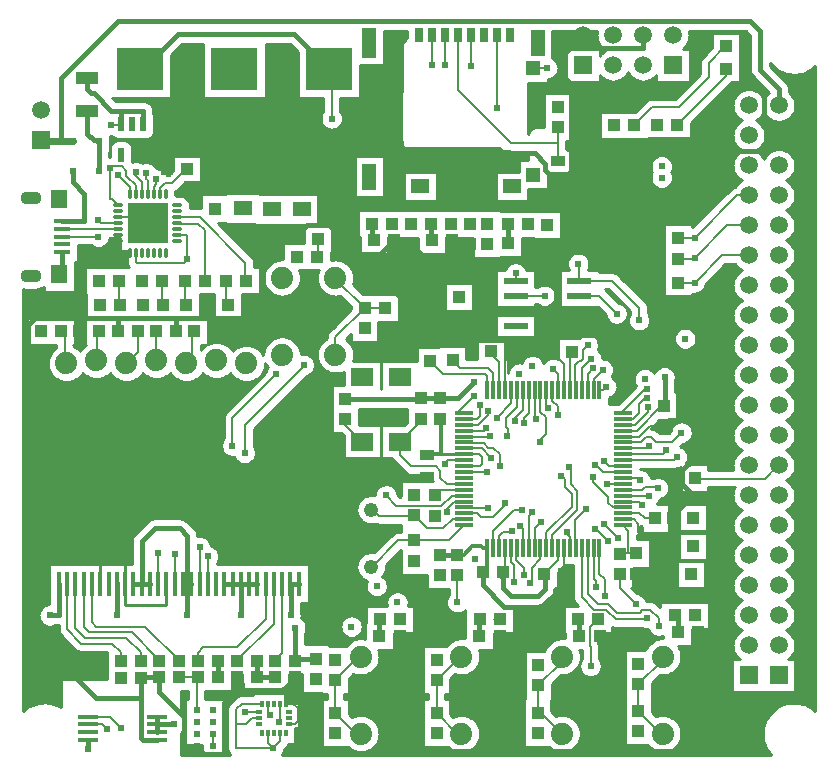
<source format=gbr>
%TF.GenerationSoftware,Novarm,DipTrace,3.2.0.1*%
%TF.CreationDate,2018-06-28T18:28:34-08:00*%
%FSLAX26Y26*%
%MOIN*%
%TF.FileFunction,Copper,L1,Top*%
%TF.Part,Single*%
%AMOUTLINE0*
4,1,4,
-0.035433,0.019685,
-0.035433,-0.019685,
0.035433,-0.019685,
0.035433,0.019685,
-0.035433,0.019685,
0*%
%AMOUTLINE1*
4,1,4,
0.026163,0.026163,
0.026205,-0.026121,
-0.026121,-0.026205,
-0.026163,0.026163,
0.026163,0.026163,
0*%
%AMOUTLINE2*
4,1,4,
-0.023622,0.015748,
-0.023622,-0.015748,
0.023622,-0.015748,
0.023622,0.015748,
-0.023622,0.015748,
0*%
%AMOUTLINE3*
4,1,4,
-0.010827,-0.023622,
0.010827,-0.023622,
0.010827,0.023622,
-0.010827,0.023622,
-0.010827,-0.023622,
0*%
%TA.AperFunction,Conductor*%
%ADD15C,0.007*%
%ADD16C,0.015748*%
%ADD17C,0.006*%
%ADD18C,0.008*%
%ADD19C,0.012*%
%ADD20C,0.01*%
%ADD21C,0.011811*%
%ADD22C,0.015*%
%ADD23C,0.023622*%
%ADD24R,0.15748X0.141732*%
%ADD26R,0.03937X0.043307*%
%ADD27R,0.043307X0.03937*%
%ADD28R,0.059055X0.051181*%
%ADD30R,0.023622X0.023622*%
%TA.AperFunction,ComponentPad*%
%ADD33R,0.059055X0.059055*%
%ADD34C,0.059055*%
%ADD36R,0.05315X0.015748*%
%ADD37R,0.055118X0.062992*%
%TA.AperFunction,ComponentPad*%
%ADD38O,0.070866X0.043307*%
%ADD39R,0.031496X0.048819*%
%ADD40R,0.045276X0.098425*%
%ADD41R,0.045276X0.086614*%
%ADD42R,0.059055X0.045276*%
%ADD43R,0.045669X0.047244*%
%ADD44R,0.045669X0.049213*%
%TA.AperFunction,ComponentPad*%
%ADD45C,0.074*%
%ADD49R,0.062992X0.011811*%
%ADD50R,0.011811X0.062992*%
%ADD52O,0.033465X0.011811*%
%ADD53O,0.011811X0.033465*%
%ADD54R,0.137795X0.137795*%
%ADD55R,0.015748X0.07874*%
%ADD56R,0.070866X0.015748*%
%ADD58R,0.011811X0.019685*%
%ADD59R,0.019685X0.011811*%
%TA.AperFunction,ComponentPad*%
%ADD60R,0.05937X0.05937*%
%ADD61C,0.05937*%
%ADD62R,0.07874X0.023622*%
%ADD64R,0.074803X0.059055*%
%TA.AperFunction,ComponentPad*%
%ADD65C,0.048*%
%TA.AperFunction,ViaPad*%
%ADD66C,0.024*%
%ADD142OUTLINE0*%
%TA.AperFunction,ComponentPad*%
%ADD143OUTLINE1*%
%ADD144OUTLINE2*%
%ADD145OUTLINE3*%
%TA.AperFunction,CopperBalancing*%
%ADD146C,0.01*%
G75*
G01*
%LPD*%
X1280265Y593701D2*
D15*
Y533731D1*
X1277983Y531449D1*
X1399845Y678309D2*
Y676877D1*
X1399950Y676772D1*
X1007110Y681201D2*
X945460D1*
X1002314Y572369D2*
Y676404D1*
X1007110Y681201D1*
X938681Y2155882D2*
X971765D1*
Y2075037D1*
X959267Y2062538D1*
X803033D1*
X799908Y2065663D1*
Y2097805D1*
X800886Y2096827D1*
X970858Y2375912D2*
D3*
X800886Y2293677D2*
Y2320908D1*
X768701Y2353093D1*
Y2368717D1*
X753038Y2384379D1*
X718667D1*
X712452Y2378164D1*
Y2275016D1*
X721122D1*
X741831Y2254307D1*
X879626Y2293677D2*
Y2310988D1*
X896773Y2328135D1*
X921771D1*
X971765Y2378130D1*
Y2375005D1*
X554235Y2149952D2*
X674921D1*
Y2206273D2*
X684295Y2196899D1*
X743478D1*
X741831Y2195252D1*
X554235Y2175542D2*
X741831Y2175567D1*
X781201Y2293677D2*
Y2315596D1*
X740540Y2356257D1*
X1562452Y1846936D2*
Y1845523D1*
X2040752Y2190753D2*
D16*
Y2128732D1*
X2040267Y2128247D1*
X888710Y2003170D2*
D15*
Y1925053D1*
X891835Y1921928D1*
X741831Y2214937D2*
D17*
X820571D1*
X840256Y2195252D1*
X545377Y2275936D2*
D16*
X548502D1*
X837404Y2193774D2*
Y2196899D1*
X841903D1*
X840256Y2195252D1*
X1252987Y2240645D2*
D3*
X1352978D2*
D3*
X787550Y2524949D2*
D3*
X681171Y1921928D2*
D3*
X481192Y1834437D2*
X484316D1*
X824906Y1921928D2*
D3*
X1983196Y1768832D2*
D17*
Y1760408D1*
X2010827Y1732777D1*
Y1639222D1*
X2247047D2*
Y1758549D1*
X2254192Y1765693D1*
X1983196Y1768832D2*
D16*
D3*
X2252881Y1768819D2*
Y1767004D1*
X2254192Y1765693D1*
X2065576Y1853076D2*
D3*
X1877166Y1947736D2*
D3*
X1578181Y2350046D2*
D3*
X1747473Y2318550D2*
D3*
X2053772D2*
D3*
X2125032Y2357132D2*
Y2357133D1*
X2140780Y2796109D2*
D3*
X2206011Y2584358D2*
Y2582545D1*
X1578181Y2796109D2*
Y2793941D1*
X1961646Y2820899D2*
D3*
X1128742Y2709324D2*
D3*
X2477857Y500202D2*
X2476755D1*
X2475170Y501788D1*
X1464774Y494642D2*
Y495537D1*
X1802310D2*
D3*
X2139845D2*
D3*
X512450Y887450D2*
X543701D1*
Y993701D1*
X1257591Y445436D2*
D15*
X1240895Y462131D1*
Y495276D1*
X1280265D2*
Y468110D1*
X1257591Y445436D1*
X1211368Y544488D2*
X1187908D1*
X1168372Y524952D1*
X1134248D1*
Y445436D1*
X1257591D1*
X1221210Y593701D2*
X1152755D1*
X1134248Y575194D1*
Y524952D1*
X1074040Y681201D2*
D16*
Y736957D1*
X1073772Y737225D1*
X1202536D2*
Y681286D1*
X1202621Y681201D1*
X1264138D1*
X1264370Y680969D1*
X1399950Y743701D2*
X1337776D1*
X1331299Y737225D1*
X1202621Y681201D2*
X1196826D1*
Y684326D1*
X1074879D2*
Y681201D1*
X1074040D1*
X1196742Y993900D2*
D17*
X1204919D1*
X1205118Y993701D1*
D16*
X1177559D1*
X1150000D1*
X1122441D1*
X1094882D1*
X984646D2*
X971826D1*
X957087D1*
X846851D2*
X819292D1*
X791732D1*
X736614D2*
Y993900D1*
X971826Y993701D2*
Y887452D1*
X1149950D2*
Y993701D1*
X1796824Y1220521D2*
Y1214272D1*
X1728075Y1059658D2*
Y1070521D1*
X737452Y993701D2*
Y887452D1*
X1315355Y993701D2*
X1315576D1*
Y887450D1*
X1787305Y1215752D2*
X1792055D1*
X1796824Y1220521D1*
X1331299Y737225D2*
Y846844D1*
X2422244Y1503395D2*
D17*
X2469020D1*
X2551255Y1585630D1*
X2559326D1*
X2422244Y1227805D2*
X2478347D1*
X2495524Y1210628D1*
X2531200D1*
X2207677Y1111663D2*
Y1071872D1*
X2160954Y1025149D1*
X2030512Y1111663D2*
Y1038475D1*
X2023294Y1031257D1*
X2562223Y1681328D2*
D16*
Y1588528D1*
X2559326Y1585630D1*
X2023294Y1031257D2*
Y979763D1*
X2049777Y953280D1*
X2140393D1*
X2162265Y975152D1*
Y1023837D1*
X2160954Y1025149D1*
X2023294Y1031257D2*
Y1020170D1*
X2529378Y1210628D2*
X2531200D1*
X868923Y498769D2*
Y524360D1*
Y549950D1*
Y524360D2*
X927484D1*
X640576Y440576D2*
Y473179D1*
X749696Y680526D2*
D3*
X1002314Y492841D2*
Y492840D1*
X787683Y2250181D2*
Y2247826D1*
X840256Y2195252D1*
X887452Y2249950D2*
Y2242448D1*
X840256Y2195252D1*
X554235Y2098771D2*
Y2032826D1*
X545377Y2023967D1*
X887310Y2143841D2*
Y2148198D1*
X840256Y2195252D1*
X545377Y2020030D2*
Y2023967D1*
X787683Y2143780D2*
X788784D1*
X840256Y2195252D1*
X1894685Y1404970D2*
D18*
X1842162D1*
X1831050Y1393858D1*
X1728075Y1290883D2*
Y1288756D1*
X1497617Y1608554D2*
D16*
X1747591D1*
X1749809Y1610772D1*
X1815427D1*
X1873272D1*
X1928076Y1665576D1*
X819292Y993701D2*
Y1134916D1*
X862452Y1178076D1*
X946826D1*
X971826Y1153076D1*
Y993701D1*
X1315355D2*
X1342914D1*
X1062451Y2243701D2*
D3*
X1156201Y2243898D2*
Y2243701D1*
X1057432Y492841D2*
D15*
Y453078D1*
X1611960Y818701D2*
D16*
Y872772D1*
X1614137Y874949D1*
X1945293Y818701D2*
Y874722D1*
X1945521Y874950D1*
X2278625Y818701D2*
Y868883D1*
X2272559Y874949D1*
X2605709Y831201D2*
Y877263D1*
X2595523Y887449D1*
X2657508Y1118704D2*
D15*
X2656201D1*
X2422244Y1286860D2*
X2506792D1*
X2509326Y1284326D1*
X2325788Y1639222D2*
Y1675457D1*
X2356407Y1706076D1*
X2162265Y1953076D2*
X2065576D1*
X2607507Y2074952D2*
X2662450D1*
Y2078076D1*
X2771824Y2187450D1*
X2843701D1*
X2002907Y2578109D2*
Y2818853D1*
X2004953Y2820899D1*
X1359225Y1721949D2*
D17*
X1365474D1*
X1165495Y1521970D1*
Y1431355D1*
X1162370Y1428230D1*
X1040508Y1084516D2*
Y994445D1*
X1039764Y993701D1*
X2651257Y1024958D2*
D15*
Y1028272D1*
X2487231Y1256420D2*
X2476477Y1267175D1*
X2422244D1*
X2345473Y1639222D2*
X2357634D1*
X2368494Y1650082D1*
X2662452Y1996987D2*
X2607743D1*
X2662452D2*
X2752915Y2087450D1*
X2843701D1*
X2278175Y2003076D2*
Y2055992D1*
X2274753Y2059414D1*
X1831050Y2721844D2*
Y2820225D1*
X1831725Y2820899D1*
X2477582Y1871331D2*
Y1912945D1*
X2387450Y2003076D1*
X2278175D1*
X653937Y993701D2*
Y864714D1*
X668701Y849950D1*
X831202D1*
X943701Y737452D1*
Y738533D1*
X626378Y993701D2*
Y848524D1*
X643701Y831201D1*
X787452D1*
X874952Y743701D1*
Y740353D1*
X878080Y737225D1*
X818701Y743701D2*
Y739680D1*
X816246Y737225D1*
Y764906D1*
X768701Y812450D1*
X631202D1*
X598819Y844834D1*
Y993701D1*
X571260D2*
Y841142D1*
X618701Y793701D1*
X721826D1*
X749952Y765575D1*
Y737860D1*
X749316Y737225D1*
X1232677Y993701D2*
Y876427D1*
X1137452Y781201D1*
X1024952D1*
X1006201Y762450D1*
Y737866D1*
X1006843Y737225D1*
X1287795Y993701D2*
Y762794D1*
X1263298Y738297D1*
X1264370Y737225D1*
X1260236Y993701D2*
Y860236D1*
X1131201Y731201D1*
Y741630D1*
X1135607Y737225D1*
X2286418Y1111663D2*
Y947865D1*
X2328082Y906201D1*
X2368702D1*
X2399740Y875163D1*
X2499730D1*
X2502855Y878288D1*
X2306103Y1111663D2*
Y959425D1*
X2340578Y924950D1*
X2374950D1*
X2402865Y897036D1*
X2479376D1*
X2488750Y906410D1*
X2515353D1*
X2543475Y878288D1*
Y853290D1*
X2422244Y1247490D2*
X2389876D1*
X2374950Y1262415D1*
Y1281202D1*
X2324748Y1331404D1*
Y1350316D1*
X1894685Y1444340D2*
X1952425D1*
X1984159Y1412607D1*
X1894685Y1464025D2*
X1896109Y1462601D1*
X1959176D1*
X1974799Y1446978D1*
X1990424D1*
X2012281Y1425121D1*
Y1384484D1*
X1991142Y1111663D2*
Y1128995D1*
X874410Y993701D2*
Y1096524D1*
X2087450Y1237450D2*
X2059158D1*
X1991142Y1169435D1*
Y1111663D1*
X2010827D2*
Y1151805D1*
X2024780Y1165757D1*
X2049777D1*
X2052902Y1168882D1*
X931145Y1090765D2*
Y995318D1*
X929528Y993701D1*
X2093523Y1022023D2*
Y1047020D1*
X2068525Y1072017D1*
Y1110306D1*
X2069882Y1111663D1*
X2090398Y1112494D2*
X2089567Y1111663D1*
Y1175962D1*
X2081023Y1184507D1*
X2121826Y1231201D2*
X2109252Y1218628D1*
Y1111663D1*
X2131019Y1109582D2*
X2128937Y1111663D1*
Y1178937D1*
X2149950Y1199950D1*
X2148622Y1111663D2*
Y1073998D1*
X2121645Y1047020D1*
Y1000150D1*
X2115395Y993900D1*
X2187992Y1111663D2*
Y1153988D1*
X2271629Y1237625D1*
Y1303243D1*
X2249756Y1325116D1*
Y1375110D1*
X2243507Y1381360D1*
X1968536Y2125032D2*
X1968776D1*
X2247047Y1111663D2*
Y1149718D1*
X2237450Y1159315D1*
Y1165576D1*
X2266732Y1111663D2*
X2265379Y1113016D1*
Y1206005D1*
X2299950Y1240576D1*
X2031029Y1262622D2*
X2034154Y1259498D1*
X1990232Y1215576D1*
X1949963D1*
X1937289Y1228251D1*
X1895131D1*
X1894685Y1227805D1*
X1974952Y1246826D2*
X1895349D1*
X1894685Y1247490D1*
X2422244Y1562450D2*
Y1569120D1*
X2496826Y1643701D1*
X2503076D1*
X2422244Y1542765D2*
X2458390D1*
X2477857Y1562232D1*
Y1593483D1*
X2496960Y1612586D1*
X2502855D1*
X2422244Y1523080D2*
X2463705D1*
X2505979Y1565355D1*
Y1581339D1*
X2422244Y1464025D2*
X2482776D1*
X2499952Y1481201D1*
X2518626D1*
X2534101Y1465726D1*
X2587601D1*
X2618701Y1496826D1*
X2422244Y1444340D2*
X2500589D1*
X2509326Y1453076D1*
X2422244Y1424655D2*
X2555906D1*
X2568701Y1437450D1*
X2422244Y1404970D2*
X2592470D1*
X2603076Y1415576D1*
X2422244Y1385285D2*
Y1384326D1*
Y1385285D2*
X2377067D1*
X2359120Y1403232D1*
X744975Y2003170D2*
Y1925053D1*
X748100Y1921928D1*
X1406307Y2143874D2*
Y2085121D1*
X1404638Y2083452D1*
X1749809Y1543843D2*
Y1534469D1*
X1681066Y1465726D1*
X1894685Y1326230D2*
X1836185D1*
X1815427Y1346988D1*
Y1368861D1*
X1799803Y1384484D1*
X1718562D1*
X1681066Y1421981D1*
Y1465726D1*
X1497617Y1541625D2*
Y1523191D1*
X1555082Y1465726D1*
X1894685Y1286860D2*
X1852163D1*
X1818551Y1253248D1*
X1668567D1*
X1634196Y1287620D1*
X1556079Y1465726D2*
X1555082D1*
X2412239Y1026961D2*
Y978288D1*
X2465575Y924952D1*
X868701Y2340576D2*
Y2325061D1*
X859277Y2315637D1*
Y2294341D1*
X859941Y2293677D1*
X962391Y2003170D2*
Y1925053D1*
X965516Y1921928D1*
X1971457Y1639222D2*
Y1684696D1*
X1962452Y1693701D1*
X1823612D1*
X1781355Y1735958D1*
X820571Y2293677D2*
X821781Y2292467D1*
Y2331260D1*
X793708Y2359334D1*
X799950Y2365576D1*
X1781355Y1735958D2*
D3*
X2422244Y1326230D2*
Y1325116D1*
X2371618D1*
X2943701Y1387450D2*
X2940575D1*
X2896826Y1343701D1*
X2664607D1*
X2662689Y1345618D1*
Y1337614D2*
Y1345618D1*
X2422244Y1345915D2*
X2472736D1*
X2481201Y1337450D1*
X2662213Y1343864D2*
Y1345142D1*
X2537226Y2521865D2*
D3*
X2207677Y1639222D2*
Y1692225D1*
X2190576Y1709326D1*
X2768208Y2709334D2*
Y2685918D1*
X2605062Y2522772D1*
X1029320Y2003170D2*
Y2170591D1*
X1006137Y2193774D1*
X937204D1*
X938681Y2195252D1*
X1783012Y2193701D2*
D16*
Y2141723D1*
X1787112Y2137624D1*
X2422244Y1306545D2*
D15*
X2487794D1*
X2496826Y1315576D1*
X2537449D1*
X2540575Y1312450D1*
X2659327Y1212450D2*
X2657507D1*
X2607505Y2146824D2*
X2662449D1*
X2324827Y1712327D2*
X2306103Y1693603D1*
Y1639222D1*
X2278175Y1953076D2*
X2343701D1*
X2403076Y1893701D1*
X1918541Y2718719D2*
Y2820697D1*
X1918339Y2820899D1*
X2662449Y2146824D2*
X2803075Y2287450D1*
X2843701D1*
X1012205Y993701D2*
D17*
Y1115763D1*
X1121750Y1453227D2*
Y1546967D1*
X1268609Y1693827D1*
X2345473Y1111663D2*
D15*
Y1026295D1*
X2362450Y1009318D1*
Y953076D1*
X640576Y524360D2*
X688042D1*
X703076Y509326D1*
X1871067Y1022534D2*
Y931960D1*
X1871826Y931201D1*
X1240895Y593701D2*
Y556446D1*
X1246736D1*
X1002314Y532605D2*
Y532604D1*
X2206011Y2402126D2*
Y2462496D1*
Y2515616D1*
Y2462496D2*
X2049777D1*
X1874795Y2637478D1*
Y2820663D1*
X1875032Y2820899D1*
X1968866Y2192051D2*
X1970516Y2193701D1*
X1849952D2*
X1849941D1*
X1912544D2*
Y2191981D1*
X1912442Y2191879D1*
X2125032Y2711462D2*
X2171639D1*
X1587440Y2193701D2*
D16*
Y2143525D1*
X1593341Y2137624D1*
X2325788Y1111663D2*
D15*
X2327873Y1113748D1*
Y1009524D1*
X2334326Y1003071D1*
Y981201D1*
X640576Y549950D2*
X712450D1*
X749950Y512450D1*
X1815427Y1022534D2*
X1814811D1*
X1211368Y564173D2*
X1165495D1*
X1057432Y572369D2*
Y572368D1*
X2050197Y1639222D2*
Y1594257D1*
X2002907Y1546967D1*
X1465463Y737677D2*
Y739007D1*
X1464774Y739696D1*
X2089567Y1639222D2*
Y1571134D1*
X2062450Y1544017D1*
Y1534326D1*
X1802928Y740802D2*
Y740314D1*
X2128937Y1639222D2*
Y1549049D1*
X2134285Y1543701D1*
X2143517Y718929D2*
Y719100D1*
X2141673Y720944D1*
X2168307Y1639222D2*
Y1584671D1*
X2174764Y1578214D1*
X2331201Y1174952D2*
X2334302D1*
X2374743Y1134511D1*
X2474952Y725201D2*
X2475170Y724983D1*
X1464774Y562466D2*
X1533540Y493701D1*
X1549950D1*
X1464774Y672767D2*
X1541709Y749701D1*
X1549950D1*
X1464774Y562466D2*
Y672767D1*
X1885368Y749701D2*
X1879244D1*
X1802310Y672767D1*
Y562466D1*
X1871075Y493701D1*
X1885368D1*
X2220784Y749701D2*
Y733125D1*
X2141673Y654015D1*
X2139845Y652187D1*
Y562466D1*
X2220784Y493701D2*
X2152019Y562466D1*
X2139845D1*
X2475170Y658054D2*
Y568717D1*
X2550185Y493701D1*
X2556201D1*
X2475170Y658054D2*
X2556201Y739086D1*
Y749701D1*
X1894685Y1483710D2*
Y1484326D1*
X551246Y1834437D2*
X562433D1*
Y1727450D1*
X568701D1*
X1894685Y1483710D2*
X1897432D1*
X1894685D2*
X1980586D1*
X1981201Y1484326D1*
X1894685Y1542765D2*
X1908390D1*
X866307Y1834437D2*
X868701D1*
Y1737450D1*
X1894685Y1542765D2*
X1936515D1*
X1946826Y1553076D1*
Y1587452D1*
X1894685Y1562450D2*
X1871826D1*
X1928076Y1618701D1*
X993638Y1834437D2*
X987389D1*
Y1727450D1*
X968701D1*
X805907Y1834437D2*
Y1765444D1*
X767914Y1727450D1*
X768701D1*
X1894685Y1523080D2*
Y1521826D1*
X1940269D1*
X1974950Y1556507D1*
Y1568700D1*
X678576Y1834437D2*
X671797D1*
Y1737450D1*
X668701D1*
X1968701Y1512450D2*
X1959327Y1503076D1*
X1895004D1*
X1894685Y1503395D1*
X1991142Y1639222D2*
Y1696261D1*
X1974952Y1712452D1*
X1881484D1*
X1856355Y1737582D1*
X840256Y2293677D2*
Y2337782D1*
X834280Y2343759D1*
Y2362507D1*
X1856057Y1737582D2*
X1856355D1*
X2422244Y1365600D2*
X2356131D1*
X2337247Y1384484D1*
X2334122D1*
X2330998Y1387609D1*
X2390576Y2521826D2*
X2392138Y2523389D1*
X2393701Y2521826D1*
X2306402Y1787651D2*
X2290576Y1771826D1*
Y1740576D1*
X2284326Y1734326D1*
X2278076D1*
X2265379Y1721629D1*
Y1640575D1*
X2266732Y1639222D1*
X2768208Y2784334D2*
X2765323D1*
X2709083Y2728093D1*
Y2681223D1*
X2609093Y2581234D1*
X2520038D1*
X2460630Y2521826D1*
X938681Y2214937D2*
X939391Y2215647D1*
X1012386D1*
X1165495Y2062538D1*
Y2003170D1*
X1166806D1*
X1099877D2*
Y1928177D1*
X1106126Y1921928D1*
X813781Y2709324D2*
D16*
X824885D1*
X940519Y2824958D1*
X1328068D1*
X1443702Y2709324D1*
X1866849Y1267175D2*
D15*
X1894685D1*
X1860600D1*
X1837299Y1243874D1*
Y1231376D1*
X1453076Y2543701D2*
Y2699950D1*
X1443702Y2709324D1*
X2590578Y1212450D2*
D16*
X2590579Y1118704D1*
Y1118701D1*
X2584328D1*
Y1024958D1*
X2065576Y1903076D2*
X2199950D1*
X2201658D1*
X2278175D1*
Y1853076D1*
X2030512Y1639222D2*
D17*
Y1749219D1*
X2050125Y1768832D1*
X2227362Y1639222D2*
Y1725593D1*
X2187263Y1765693D1*
X2422244Y1483710D2*
X2477461D1*
X2512452Y1518701D1*
X2559326D1*
X2227362Y1025670D2*
X2227883Y1025149D1*
X1971457Y1111663D2*
D19*
Y1046349D1*
X1956365Y1031257D1*
X2290576Y2821822D2*
D16*
X2334310Y2778088D1*
X2490576D1*
Y2821822D1*
X1912442Y2124950D2*
Y2040816D1*
X1886292Y2014666D1*
X1877166D1*
X1718692Y2124950D2*
X1824849Y2018793D1*
X1873038D1*
X1877166Y2014666D1*
X1727950Y749701D2*
Y493701D1*
X2734201Y749701D2*
Y493701D1*
X2398784Y749701D2*
Y493701D1*
X2063368Y749701D2*
Y493701D1*
Y749701D2*
X2065400Y751734D1*
Y818701D1*
Y915784D1*
X2027869D1*
X1956037Y987616D1*
Y1030929D1*
X1956365Y1031257D1*
X2065400Y915784D2*
X2202886D1*
X2227883Y940781D1*
Y1025149D1*
X2559326Y1518701D2*
X2578075Y1537450D1*
X2662689D1*
Y1412547D1*
X1631201Y1845523D2*
X1638113D1*
X1677320Y1806315D1*
X1777927D1*
X1781355Y1802887D1*
X1854731D1*
X1856355Y1804511D1*
X2032834D1*
X2050125Y1787219D1*
Y1768832D1*
X2187263Y1765693D2*
X2181012D1*
X2177873Y1768832D1*
X2050125D1*
X2187263Y1765693D2*
Y1821939D1*
X2199950D1*
Y1903076D1*
X2662689Y1537450D2*
Y1674603D1*
X2596595Y1740697D1*
X2437236D1*
X2355995Y1821939D1*
X2199950D1*
X2540576Y2146824D2*
Y2074952D1*
X2540578D1*
Y1997223D1*
X2540814Y1996987D1*
X2540576Y2146824D2*
Y2181502D1*
X2793449Y2434374D1*
X2890625D1*
X2943701Y2487450D1*
X1727950Y628318D2*
Y749701D1*
X1956365Y1031257D2*
X1962146D1*
Y1025007D1*
X2206011Y2331260D2*
X2215385D1*
X2249756Y2365631D1*
Y2659351D1*
X2218701Y2690406D1*
Y2749946D1*
X2290576Y2821822D1*
X2662689Y1412547D2*
X2621592Y1371450D1*
Y1325184D1*
X2646826Y1299950D1*
Y1278075D1*
X2590578Y1221827D1*
Y1212450D1*
X2531200Y1143698D2*
X2584328D1*
Y1118701D1*
X2422244Y1208120D2*
D17*
X2460532D1*
X2474950Y1193701D1*
Y1165576D1*
X2496828Y1143698D1*
X2531200D1*
X1336851Y2146402D2*
D16*
X1339378Y2143874D1*
X2227883Y1025149D2*
D17*
Y1071772D1*
X2227362Y1072293D1*
Y1111663D1*
X681496Y993701D2*
D20*
Y1071826D1*
X723668D1*
X764173D1*
Y993701D1*
Y922033D1*
X901969D1*
Y993701D1*
X1135692Y681201D2*
D16*
Y638239D1*
X1288570D1*
X1299950Y649620D1*
X1331299Y680969D1*
X1309793Y524803D2*
D17*
X1330706D1*
X1340477Y534574D1*
Y578319D1*
X1325095Y593701D1*
X1299950D1*
D21*
Y611418D1*
D16*
Y649620D1*
X1727950Y493701D2*
Y434584D1*
X2063368D1*
X2398784D1*
X2734201D1*
Y493701D1*
X2398784D2*
Y434584D1*
X2063368Y493701D2*
Y434584D1*
X1814811Y1089463D2*
X1871067D1*
D19*
X1892242D1*
X1921666Y1118887D1*
X1950453D1*
X1957677Y1111663D1*
X1971457D1*
X2012222Y818701D2*
D16*
X2065400D1*
X1678889D2*
Y798763D1*
X1727950Y749701D1*
X2345554Y818701D2*
Y802931D1*
X2398784Y749701D1*
X2672638Y831201D2*
Y811264D1*
X2734201Y749701D1*
X2107196Y2128247D2*
X2165765D1*
X2172016Y2121996D1*
X1854041Y2137624D2*
X1899769D1*
X1912442Y2124950D1*
X1660271Y2137624D2*
X1706019D1*
X1718692Y2124950D1*
X1352978Y2315448D2*
X1252987D1*
X824952Y2422579D2*
Y2421876D1*
X903929D1*
Y2375912D1*
X1156201Y2318701D2*
X1115561D1*
X1093025Y2341237D1*
X1012386Y2421876D1*
X903929D1*
X1339378Y2143874D2*
Y2155180D1*
X1371649Y2187451D1*
X1412451D1*
Y2315448D1*
X1352978D1*
X1412451Y2187451D2*
X1443665D1*
X1537331Y2093785D1*
X1612323D1*
X1662318Y2143780D1*
Y2135576D1*
X1660271Y2137624D1*
X741831Y2155882D2*
D21*
X743701D1*
Y2136197D1*
X741831D1*
X1173055Y1921928D2*
D16*
Y1878183D1*
X1060567D1*
X1032445D1*
X933236D1*
X738978D1*
X611647D1*
Y1834437D1*
X1032445Y1921928D2*
Y1878183D1*
X1060567Y1834437D2*
Y1878183D1*
X933236Y1834437D2*
Y1878183D1*
X738978Y1834437D2*
Y1878183D1*
X611647D2*
D20*
Y2037260D1*
X693088Y2118701D1*
X743701D1*
Y2134327D1*
X741831Y2136197D1*
X468701Y1737450D2*
D16*
Y1740689D1*
X440571Y1768819D1*
Y1856310D1*
X462444Y1878183D1*
X611647D1*
X2835137Y2784334D2*
Y2709334D1*
Y2686406D1*
X2893439Y2628104D1*
Y2537713D1*
X2943701Y2487450D1*
X816625Y680526D2*
D22*
Y612450D1*
Y480151D1*
X824950Y471826D1*
X867570D1*
X868923Y473179D1*
X878530Y681201D2*
D16*
X817299D1*
X816625Y680526D1*
X1002314Y453078D2*
X959326D1*
Y549952D1*
X878076Y631201D1*
Y680747D1*
X878530Y681201D1*
X1002314Y453078D2*
Y450713D1*
X1028076Y424950D1*
X1093701D1*
Y596248D1*
X1135692Y638239D1*
X2201658Y1903076D2*
Y1987914D1*
X2172016Y2017555D1*
Y2121996D1*
X1339378Y2143874D2*
X1299950D1*
X1224864Y2068788D1*
Y1937551D1*
X1209240Y1921928D1*
X1173055D1*
X468701Y1737450D2*
Y1350042D1*
Y809326D1*
X665576Y612450D1*
X816625D1*
X1412451Y2315448D2*
X1540752Y2443748D1*
X2009156D1*
X2024780Y2428125D1*
X2131019D1*
X2165390Y2393753D1*
Y2371881D1*
X2206011Y2331260D1*
X1781355Y1802887D2*
Y1849761D1*
X1537331Y2093785D1*
X1771974Y1350042D2*
X723668D1*
X468701D1*
X2468483Y1027147D2*
X2582139D1*
X2584328Y1024958D1*
X2734201Y749701D2*
Y918826D1*
X2693701Y959326D1*
X2606201D1*
X2584326Y981201D1*
Y1024956D1*
X2584328Y1024958D1*
X723668Y1071826D2*
Y1350042D1*
X743701Y2118701D2*
D20*
Y2103076D1*
X749950Y2096827D1*
X781201D1*
X1252987Y2315448D2*
D16*
X1159454D1*
X1156201Y2318701D1*
X1062451Y2310630D2*
Y2310663D1*
X1093025Y2341237D1*
X1815427Y1543843D2*
D19*
X1818551D1*
Y1425105D1*
X1771974D1*
Y1420908D1*
X1894685Y1385285D2*
D18*
X1947463D1*
X1952912Y1390734D1*
Y1415731D1*
X1943538Y1425105D1*
X1895135D1*
X1894685Y1424655D1*
X1818551Y1425105D2*
D20*
X1894685Y1424655D1*
X676013Y2368756D2*
D16*
Y2468746D1*
Y2471870D1*
X659298D1*
X637425Y2493743D1*
Y2568735D1*
X676013Y2368756D2*
D3*
X821781Y2003170D2*
D3*
X824952Y2524949D2*
Y2568735D1*
X750149D1*
Y2524949D1*
X637425Y2678971D2*
Y2640603D1*
X649924Y2628104D1*
X659298D1*
X718667Y2568735D1*
X750149D1*
X678046Y2003170D2*
D17*
D3*
X718667Y2521865D2*
X747065D1*
X750149Y2524949D1*
X484316Y2471870D2*
D23*
Y2468746D1*
X549935D1*
X589399D1*
X2943701Y2587450D2*
D16*
Y2643460D1*
X2880940Y2706221D1*
Y2834332D1*
X2846568Y2868704D1*
X740540D1*
X549935Y2678099D1*
Y2468746D1*
X554235Y2201133D2*
X628051D1*
D22*
Y2293764D1*
X589399Y2332416D1*
Y2368756D1*
X1584326Y1239954D2*
D15*
Y1243750D1*
X1609198Y1218877D1*
X1728075D1*
Y1221827D1*
X1728110D1*
X1771681Y1178256D1*
X1824801D1*
X1856047Y1209503D1*
X1893302D1*
X1894685Y1208120D1*
X1584326Y1049954D2*
Y1047145D1*
X1674631Y1137450D1*
X1728075D1*
X1843701D1*
X1894685Y1188435D1*
X2107681Y2190753D2*
Y2184400D1*
X2168511D2*
Y2185420D1*
X2172016Y2188925D1*
X2287252Y1640057D2*
X2286418Y1639222D1*
X2065576Y2003076D2*
Y2027798D1*
X2318499Y1743822D2*
X2286418Y1711740D1*
Y1639222D1*
X2059151Y1000150D2*
Y1056394D1*
X2050197Y1065348D1*
Y1111663D1*
X2069882Y1639222D2*
Y1582696D1*
X2034154Y1546967D1*
Y1515721D1*
X2040403Y1509471D1*
Y1493369D1*
Y1487278D1*
X2037450Y1484326D1*
X1681066Y874949D2*
X1678076D1*
Y868701D1*
X2037450Y1484326D2*
Y1490416D1*
X2040403Y1493369D1*
X1993533Y875163D2*
X2012450D1*
Y874950D1*
X2018700D1*
X2009326Y865576D1*
X2093523Y1527898D2*
Y1546395D1*
X2109252Y1562125D1*
Y1639222D1*
X2339488Y874949D2*
X2343701D1*
X2148622Y1639222D2*
Y1566860D1*
X2165576Y1549906D1*
Y1490910D1*
X2146642Y1471975D1*
Y1465726D1*
X2315576Y718701D2*
Y781201D1*
X2312452Y784326D1*
Y847912D1*
X2339488Y874949D1*
X2187992Y1639222D2*
X2185624D1*
X2662452Y887449D2*
X2659328D1*
X2405990Y1147037D2*
X2359326Y1193701D1*
X2206201Y1556201D2*
Y1584273D1*
X2187263Y1603211D1*
Y1638492D1*
X2187992Y1639222D1*
X2468483Y1094076D2*
X2440335D1*
X2412425D1*
X2412239Y1093890D1*
X2440335Y1094076D2*
Y1170344D1*
X2422244Y1188435D1*
X1465450Y2012201D2*
Y2009453D1*
X1562452Y1912452D1*
X1631201D1*
X1465450Y1756201D2*
Y1815450D1*
X1562452Y1912452D1*
X1894685Y1306545D2*
X1815919D1*
X1796824Y1287450D1*
Y1281201D1*
X1894685Y1365600D2*
X1971524D1*
X1337352Y2084411D2*
Y2083809D1*
X1718692Y2191879D2*
D3*
X1656201Y2193701D2*
X1654369D1*
X1788418Y2820899D2*
X1787305Y2819786D1*
Y2721844D1*
X2168307Y1111663D2*
Y1165550D1*
X2252881Y1250124D1*
Y1293869D1*
X2231008Y1315742D1*
Y1340769D1*
X2218701Y1353076D1*
D66*
X1277983Y531449D3*
X1399845Y678309D3*
X970858Y2375912D3*
X971765Y2075037D3*
X712452Y2378164D3*
X674921Y2149952D3*
Y2206273D3*
X740540Y2356257D3*
X1562452Y1846936D3*
X548502Y2275936D3*
X837404Y2193774D3*
X1252987Y2240645D3*
X1352978D3*
X787550Y2524949D3*
X681171Y1921928D3*
X481192Y1834437D3*
X824906Y1921928D3*
X681171D3*
X1983196Y1768832D3*
X2252881Y1768819D3*
X1983196Y1768832D3*
X2065576Y1853076D3*
X1877166Y1947736D3*
X2065576Y1853076D3*
X1578181Y2350046D3*
X1747473Y2318550D3*
X1578181Y2350046D3*
X2053772Y2318550D3*
X1747473D3*
X2125032Y2357133D3*
X2053772Y2318550D3*
X2140780Y2796109D3*
X2206011Y2584358D3*
X2125032Y2357133D3*
X1578181Y2793941D3*
X1961646Y2820899D3*
X1578181Y2793941D3*
Y2350046D3*
X1128742Y2709324D3*
X2477857Y500202D3*
X1464774Y494642D3*
X1802310Y495537D3*
X2139845D3*
X512450Y887450D3*
X1257591Y445436D3*
D3*
D3*
X1196826Y684326D3*
X1074879D3*
X971826Y887452D3*
X1149950D3*
X1796824Y1214272D3*
X1728075Y1059658D3*
X737452Y887452D3*
X971826D3*
X737452D3*
X1196826Y684326D3*
X1315576Y887450D3*
D3*
X1331299Y846844D3*
X1196826Y684326D3*
X2562223Y1681328D3*
X2023294Y1020170D3*
X2529378Y1210628D3*
X927484Y524360D3*
X640576Y440576D3*
X749696Y680526D3*
D3*
X1331299Y846844D3*
X1002314Y492840D3*
X2023294Y1020170D3*
X787683Y2250181D3*
X887452Y2249950D3*
X887310Y2143841D3*
X548502Y2275936D3*
X545377Y2020030D3*
X787683Y2143780D3*
X1831050Y1393858D3*
X1728075Y1290883D3*
X1796824Y1214272D3*
X1928076Y1665576D3*
X1062451Y2243701D3*
X1156201D3*
X1062451D3*
X1156201D3*
X1252987Y2240645D3*
X2656201Y1118704D3*
X2509326Y1284326D3*
X2656201Y1118704D3*
X2356407Y1706076D3*
X2162265Y1953076D3*
X2662450Y2078076D3*
X2002907Y2578109D3*
X1359225Y1721949D3*
X1162370Y1428230D3*
X1040508Y1084516D3*
X2162265Y1953076D3*
X2651257Y1028272D3*
X2487231Y1256420D3*
X2651257Y1028272D3*
X2368494Y1650082D3*
X2662452Y1996987D3*
D3*
X2274753Y2059414D3*
X1831050Y2721844D3*
X2477582Y1871331D3*
X2502855Y878288D3*
X2543475Y853290D3*
X2324748Y1350316D3*
X2496605Y1675079D3*
X2630966Y1809440D3*
X1984159Y1412607D3*
X2012281Y1384484D3*
X874410Y1096524D3*
X2087450Y1237450D3*
X2052902Y1168882D3*
X931145Y1090765D3*
X2093523Y1022023D3*
X2081023Y1184507D3*
X2121826Y1231201D3*
X2149950Y1199950D3*
X2115395Y993900D3*
X2243507Y1381360D3*
X2121645Y1718824D3*
X1968536Y2125032D3*
X2237450Y1165576D3*
X2299950Y1240576D3*
X2031029Y1262622D3*
X1974952Y1246826D3*
X2503076Y1643701D3*
X2502855Y1612586D3*
X2505979Y1581339D3*
X2618701Y1496826D3*
X2509326Y1453076D3*
X2568701Y1437450D3*
X2603076Y1415576D3*
X2359120Y1403232D3*
X1634196Y1287620D3*
X1556079Y1465726D3*
X2465575Y924952D3*
X1518583Y850166D3*
X868701Y2340576D3*
X799950Y2365576D3*
X1781355Y1735958D3*
X2371618Y1325116D3*
X2481201Y1337450D3*
X2662213Y1343864D3*
X2537226Y2521865D3*
X2190576Y1709326D3*
X2552849Y2384379D3*
X2540575Y1312450D3*
X2659327Y1212450D3*
X2662449Y2146824D3*
X2403076Y1893701D3*
X2324827Y1712327D3*
X2403076Y1893701D3*
X1918541Y2718719D3*
X1012205Y1115763D3*
X1121750Y1453227D3*
X1268609Y1693827D3*
X2362450Y953076D3*
X703076Y509326D3*
X1602949Y984526D3*
X1671898Y931201D3*
X2362450Y953076D3*
X1871826Y931201D3*
X1246736Y556446D3*
X1671898Y931201D3*
X1002314Y532604D3*
X1246736Y556446D3*
X1970516Y2193701D3*
X1849952D3*
X1912544D3*
X2171639Y2711462D3*
X1970516Y2193701D3*
X2334326Y981201D3*
X749950Y512450D3*
X1815427Y1022534D3*
X2334326Y981201D3*
X1165495Y564173D3*
X1057432Y572368D3*
X1165495Y564173D3*
X2002907Y1546967D3*
X1465463Y737677D3*
X2062450Y1534326D3*
X1802928Y740802D3*
X2134285Y1543701D3*
X2143517Y718929D3*
X2174764Y1578214D3*
X2331201Y1174952D3*
X2374743Y1134511D3*
X2474952Y725201D3*
X1981201Y1484326D3*
X1946826Y1587452D3*
X1928076Y1618701D3*
X1974950Y1568700D3*
X1968701Y1512450D3*
X834280Y2362507D3*
X1856057Y1737582D3*
X2330998Y1387609D3*
X2390576Y2521826D3*
X2552849Y2346883D3*
X2306402Y1787651D3*
X1837299Y1231376D3*
X1453076Y2543701D3*
X676013Y2368756D3*
X821781Y2003170D3*
X678046D3*
X718667Y2521865D3*
X2107681Y2184400D3*
X2168511D3*
X2065576Y2027798D3*
X2318499Y1743822D3*
X2065576Y2027798D3*
X2107681Y2184400D3*
X2059151Y1000150D3*
X1678076Y868701D3*
X2037450Y1484326D3*
X2009326Y865576D3*
X2093523Y1527898D3*
X2146642Y1465726D3*
X1931040Y1074789D3*
X2315576Y718701D3*
X2659328Y887449D3*
X2405990Y1147037D3*
X2359326Y1193701D3*
X2206201Y1556201D3*
X1796824Y1281201D3*
X1971524Y1365600D3*
X1337352Y2084411D3*
X1718692Y2191879D3*
X1656201Y2193701D3*
X1787305Y2721844D3*
X1718692Y2191879D3*
X2218701Y1353076D3*
X2077950Y1693827D3*
X1718692Y2191879D3*
X1627211Y2835110D2*
D146*
X1702965D1*
X2189808D2*
X2336109D1*
X2645043D2*
X2832105D1*
X1627211Y2825242D2*
X1702965D1*
X2189808D2*
X2334605D1*
X2646547D2*
X2720152D1*
X2816254D2*
X2841969D1*
X1627211Y2815373D2*
X1702965D1*
X2189808D2*
X2334879D1*
X2646273D2*
X2720152D1*
X2816254D2*
X2846656D1*
X1627211Y2805504D2*
X1693902D1*
X2189808D2*
X2336969D1*
X2644183D2*
X2720152D1*
X2816254D2*
X2846656D1*
X1627211Y2795635D2*
X1686969D1*
X2189808D2*
X2341109D1*
X2640043D2*
X2720152D1*
X2816254D2*
X2846656D1*
X949379Y2785767D2*
X1023609D1*
X1233890D2*
X1319195D1*
X1627211D2*
X1684566D1*
X2189808D2*
X2347926D1*
X2633226D2*
X2720152D1*
X2816254D2*
X2846656D1*
X939515Y2775898D2*
X1023609D1*
X1233890D2*
X1329078D1*
X1627211D2*
X1684488D1*
X2189808D2*
X2234488D1*
X2346664D2*
X2359156D1*
X2646664D2*
X2715015D1*
X2816254D2*
X2846656D1*
X929652Y2766029D2*
X1023609D1*
X1233890D2*
X1338570D1*
X1627211D2*
X1684488D1*
X2189808D2*
X2234488D1*
X2346664D2*
X2356715D1*
X2646664D2*
X2705152D1*
X2816254D2*
X2846656D1*
X919769Y2756160D2*
X1023609D1*
X1233890D2*
X1338570D1*
X1627211D2*
X1684488D1*
X2189808D2*
X2234488D1*
X2646664D2*
X2695269D1*
X2816254D2*
X2846656D1*
X918930Y2746292D2*
X1023609D1*
X1233890D2*
X1338570D1*
X1627211D2*
X1684488D1*
X2189808D2*
X2234488D1*
X2646664D2*
X2685640D1*
X2816254D2*
X2846656D1*
X918930Y2736423D2*
X1023609D1*
X1233890D2*
X1338570D1*
X1627211D2*
X1684488D1*
X2200492D2*
X2234488D1*
X2646664D2*
X2680406D1*
X2816254D2*
X2846656D1*
X918930Y2726554D2*
X1023609D1*
X1233890D2*
X1338570D1*
X1627211D2*
X1684488D1*
X2206859D2*
X2234488D1*
X2646664D2*
X2679176D1*
X2816254D2*
X2846656D1*
X918930Y2716685D2*
X1023609D1*
X1233890D2*
X1338570D1*
X1548851D2*
X1684488D1*
X2209672D2*
X2234488D1*
X2646664D2*
X2679176D1*
X2816254D2*
X2846656D1*
X918930Y2706816D2*
X1023609D1*
X1233890D2*
X1338570D1*
X1548851D2*
X1684488D1*
X2209750D2*
X2234488D1*
X2646664D2*
X2679176D1*
X2816254D2*
X2846656D1*
X2928402D2*
X2936363D1*
X3051039D2*
X3062691D1*
X918930Y2696948D2*
X1023609D1*
X1233890D2*
X1338570D1*
X1548851D2*
X1684488D1*
X2207113D2*
X2234488D1*
X2646664D2*
X2679176D1*
X2816254D2*
X2847984D1*
X2938265D2*
X2955777D1*
X3031625D2*
X3062691D1*
X918930Y2687079D2*
X1023609D1*
X1233890D2*
X1338570D1*
X1548851D2*
X1684488D1*
X2201000D2*
X2234488D1*
X2434320D2*
X2446832D1*
X2646664D2*
X2673062D1*
X2816254D2*
X2852730D1*
X2948129D2*
X3062691D1*
X918930Y2677210D2*
X1023609D1*
X1233890D2*
X1338570D1*
X1548851D2*
X1684488D1*
X2187660D2*
X2234488D1*
X2346664D2*
X2357262D1*
X2423890D2*
X2457262D1*
X2523890D2*
X2534488D1*
X2646664D2*
X2663199D1*
X2816254D2*
X2861890D1*
X2958012D2*
X3062691D1*
X918930Y2667341D2*
X1023609D1*
X1233890D2*
X1338570D1*
X1548851D2*
X1684488D1*
X2174262D2*
X2234488D1*
X2346664D2*
X2381441D1*
X2399711D2*
X2481441D1*
X2499711D2*
X2534488D1*
X2646664D2*
X2653336D1*
X2816254D2*
X2871754D1*
X2967875D2*
X3062691D1*
X918930Y2657473D2*
X1023609D1*
X1233890D2*
X1338570D1*
X1548851D2*
X1684488D1*
X2108637D2*
X2643453D1*
X2781625D2*
X2881637D1*
X2974887D2*
X3062691D1*
X918930Y2647604D2*
X1023609D1*
X1233890D2*
X1338570D1*
X1548851D2*
X1684488D1*
X2108637D2*
X2633590D1*
X2771762D2*
X2891500D1*
X2977719D2*
X3062691D1*
X918930Y2637735D2*
X1023609D1*
X1233890D2*
X1338570D1*
X1548851D2*
X1684488D1*
X2108637D2*
X2623726D1*
X2761898D2*
X2820601D1*
X2866801D2*
X2901363D1*
X2977972D2*
X3062691D1*
X918930Y2627866D2*
X1023609D1*
X1233890D2*
X1338570D1*
X1548851D2*
X1684488D1*
X2108637D2*
X2159918D1*
X2252094D2*
X2613863D1*
X2752035D2*
X2805504D1*
X2881898D2*
X2905504D1*
X2981898D2*
X3062691D1*
X918930Y2617998D2*
X1023609D1*
X1233890D2*
X1338570D1*
X1548851D2*
X1684488D1*
X2108637D2*
X2159918D1*
X2252094D2*
X2603980D1*
X2742152D2*
X2797047D1*
X2890355D2*
X2897062D1*
X2990355D2*
X3062691D1*
X727328Y2608129D2*
X1423180D1*
X1482972D2*
X1684488D1*
X2108637D2*
X2159918D1*
X2252094D2*
X2508453D1*
X2732289D2*
X2791812D1*
X2995590D2*
X3062691D1*
X841293Y2598260D2*
X1423180D1*
X1482972D2*
X1684488D1*
X2108637D2*
X2159918D1*
X2252094D2*
X2495191D1*
X2722426D2*
X2788844D1*
X2998558D2*
X3062691D1*
X852797Y2588391D2*
X1423180D1*
X1482972D2*
X1684488D1*
X2108637D2*
X2159918D1*
X2252094D2*
X2485328D1*
X2712543D2*
X2787789D1*
X2999613D2*
X3062691D1*
X857758Y2578523D2*
X1423180D1*
X1482972D2*
X1684488D1*
X2108637D2*
X2159918D1*
X2252094D2*
X2475465D1*
X2702680D2*
X2788512D1*
X2998890D2*
X3062691D1*
X859222Y2568654D2*
X1423180D1*
X1482972D2*
X1684488D1*
X2108637D2*
X2159918D1*
X2252094D2*
X2465582D1*
X2692816D2*
X2791090D1*
X2996312D2*
X3062691D1*
X860043Y2558785D2*
X1417847D1*
X1488305D2*
X1684488D1*
X2108637D2*
X2159918D1*
X2252094D2*
X2345640D1*
X2682953D2*
X2795855D1*
X2991547D2*
X3062691D1*
X862172Y2548916D2*
X1415035D1*
X1491117D2*
X1684488D1*
X2108637D2*
X2159918D1*
X2252094D2*
X2345640D1*
X2673070D2*
X2803551D1*
X2883851D2*
X2903551D1*
X2983851D2*
X3062691D1*
X862172Y2539047D2*
X1414976D1*
X1491195D2*
X1684488D1*
X2108637D2*
X2159918D1*
X2252094D2*
X2345640D1*
X2663207D2*
X2816734D1*
X2870668D2*
X2916734D1*
X2970668D2*
X3062691D1*
X862172Y2529179D2*
X1417613D1*
X1488539D2*
X1684488D1*
X2108637D2*
X2159918D1*
X2252094D2*
X2345640D1*
X2653344D2*
X2806988D1*
X2880414D2*
X3062691D1*
X862172Y2519310D2*
X1423726D1*
X1482426D2*
X1684488D1*
X2108637D2*
X2159918D1*
X2252094D2*
X2345640D1*
X2653109D2*
X2797965D1*
X2889437D2*
X3062691D1*
X862172Y2509441D2*
X1437066D1*
X1469086D2*
X1684488D1*
X2108637D2*
X2116871D1*
X2252094D2*
X2345640D1*
X2653109D2*
X2792359D1*
X2895043D2*
X3062691D1*
X862113Y2499572D2*
X1684488D1*
X2252094D2*
X2345640D1*
X2653109D2*
X2789137D1*
X2898265D2*
X3062691D1*
X859359Y2489704D2*
X1684488D1*
X2252094D2*
X2345640D1*
X2653109D2*
X2787828D1*
X2899574D2*
X3062691D1*
X714222Y2479835D2*
X724781D1*
X850316D2*
X1684488D1*
X2252094D2*
X2345640D1*
X2653109D2*
X2788297D1*
X2899105D2*
X3062691D1*
X714222Y2469966D2*
X729351D1*
X770941D2*
X1684488D1*
X2252094D2*
X2790621D1*
X2896781D2*
X3062691D1*
X783246Y2460097D2*
X1684918D1*
X2235902D2*
X2795074D1*
X2892328D2*
X3062691D1*
X787055Y2450229D2*
X1688453D1*
X2235902D2*
X2802301D1*
X2885101D2*
X3062691D1*
X787367Y2440360D2*
X1697574D1*
X2242445D2*
X2814430D1*
X2872972D2*
X2927945D1*
X2959457D2*
X3062691D1*
X787367Y2430491D2*
X2106969D1*
X2252680D2*
X2808570D1*
X2878832D2*
X2908570D1*
X2978832D2*
X3062691D1*
X787367Y2420622D2*
X922808D1*
X1018910D2*
X2106969D1*
X2255883D2*
X2542613D1*
X2563090D2*
X2798922D1*
X2888480D2*
X2898922D1*
X2988480D2*
X3062691D1*
X787367Y2410753D2*
X922808D1*
X1018910D2*
X1529137D1*
X1627211D2*
X2106969D1*
X2256039D2*
X2525328D1*
X2580375D2*
X2792965D1*
X2994437D2*
X3062691D1*
X813285Y2400885D2*
X922808D1*
X1018910D2*
X1529137D1*
X1627211D2*
X2075797D1*
X2256039D2*
X2518297D1*
X2587406D2*
X2789449D1*
X2997953D2*
X3062691D1*
X859496Y2391016D2*
X922808D1*
X1018910D2*
X1529137D1*
X1627211D2*
X2075797D1*
X2256039D2*
X2515035D1*
X2590648D2*
X2787887D1*
X2999515D2*
X3062691D1*
X867699Y2381147D2*
X922808D1*
X1018910D2*
X1529137D1*
X1627211D2*
X2075797D1*
X2255492D2*
X2514586D1*
X2591117D2*
X2788140D1*
X2999262D2*
X3062691D1*
X891058Y2371278D2*
X922808D1*
X1018910D2*
X1529137D1*
X1627211D2*
X2075797D1*
X2251058D2*
X2516812D1*
X2588871D2*
X2790211D1*
X2997191D2*
X3062691D1*
X900765Y2361410D2*
X913180D1*
X1018910D2*
X1529137D1*
X1627211D2*
X1691539D1*
X1803402D2*
X1997847D1*
X2235297D2*
X2517379D1*
X2588305D2*
X2794332D1*
X2993070D2*
X3062691D1*
X1018910Y2351541D2*
X1529137D1*
X1627211D2*
X1691539D1*
X1803402D2*
X1997847D1*
X2174262D2*
X2514742D1*
X2590961D2*
X2801129D1*
X2986273D2*
X3062691D1*
X1018910Y2341672D2*
X1529137D1*
X1627211D2*
X1691539D1*
X1803402D2*
X1997847D1*
X2174262D2*
X2514820D1*
X2590883D2*
X2812340D1*
X2975062D2*
X3062691D1*
X1018910Y2331803D2*
X1529137D1*
X1627211D2*
X1691539D1*
X1803402D2*
X1997847D1*
X2174262D2*
X2517633D1*
X2588070D2*
X2810308D1*
X2977094D2*
X3062691D1*
X957445Y2321935D2*
X1529137D1*
X1627211D2*
X1691539D1*
X1803402D2*
X1997847D1*
X2174262D2*
X2523980D1*
X2581703D2*
X2799957D1*
X2987445D2*
X3062691D1*
X947562Y2312066D2*
X1529137D1*
X1627211D2*
X1691539D1*
X1803402D2*
X1997847D1*
X2174262D2*
X2538199D1*
X2567504D2*
X2786930D1*
X2993812D2*
X3062691D1*
X935512Y2302197D2*
X1529137D1*
X1627211D2*
X1691539D1*
X1803402D2*
X1997847D1*
X2109691D2*
X2775953D1*
X2997621D2*
X3062691D1*
X931625Y2292328D2*
X1100269D1*
X1212133D2*
X1529137D1*
X1627211D2*
X1691539D1*
X1803402D2*
X1997847D1*
X2109691D2*
X2766090D1*
X2999418D2*
X3062691D1*
X964203Y2282460D2*
X1016363D1*
X1408910D2*
X1529137D1*
X1627211D2*
X1691539D1*
X1803402D2*
X1997847D1*
X2109691D2*
X2756207D1*
X2999398D2*
X3062691D1*
X975922Y2272591D2*
X1016363D1*
X1408910D2*
X1691539D1*
X1803402D2*
X1997847D1*
X2109691D2*
X2746344D1*
X2997582D2*
X3062691D1*
X980668Y2262722D2*
X1016363D1*
X1408910D2*
X2736480D1*
X2993754D2*
X3062691D1*
X981781Y2252853D2*
X1016363D1*
X1408910D2*
X2726597D1*
X2987367D2*
X3062691D1*
X1408910Y2242984D2*
X2716734D1*
X2976957D2*
X3062691D1*
X1408910Y2233116D2*
X1539390D1*
X2218109D2*
X2706871D1*
X2975219D2*
X3062691D1*
X1408910Y2223247D2*
X1539390D1*
X2218109D2*
X2697008D1*
X2986371D2*
X3062691D1*
X1408910Y2213378D2*
X1539390D1*
X2218109D2*
X2687125D1*
X2993129D2*
X3062691D1*
X1408910Y2203509D2*
X1539390D1*
X2218109D2*
X2677262D1*
X2997230D2*
X3062691D1*
X1076254Y2193641D2*
X1100269D1*
X1408910D2*
X1539390D1*
X2218109D2*
X2667398D1*
X2999281D2*
X3062691D1*
X1086137Y2183772D2*
X1358258D1*
X1454359D2*
X1539390D1*
X2218109D2*
X2559449D1*
X2999496D2*
X3062691D1*
X1096000Y2173903D2*
X1358258D1*
X1454359D2*
X1539390D1*
X2218109D2*
X2559449D1*
X2997933D2*
X3062691D1*
X1105863Y2164034D2*
X1358258D1*
X1454359D2*
X1539390D1*
X2218109D2*
X2559449D1*
X2994379D2*
X3062691D1*
X1115746Y2154166D2*
X1358258D1*
X1454359D2*
X1539390D1*
X2218109D2*
X2559449D1*
X2988402D2*
X3062691D1*
X712894Y2144297D2*
X728512D1*
X1125609D2*
X1358258D1*
X1454359D2*
X1545289D1*
X1641390D2*
X1739058D1*
X1835160D2*
X1922789D1*
X2088324D2*
X2125933D1*
X2218109D2*
X2559449D1*
X2978676D2*
X3062691D1*
X709945Y2134428D2*
X744957D1*
X1135472D2*
X1358258D1*
X1454359D2*
X1545289D1*
X1641390D2*
X1739058D1*
X1835160D2*
X1922789D1*
X2088324D2*
X2559449D1*
X2973168D2*
X3062691D1*
X703383Y2124559D2*
X744957D1*
X1145336D2*
X1289664D1*
X1454359D2*
X1545289D1*
X1641390D2*
X1739058D1*
X1835160D2*
X1922789D1*
X2088324D2*
X2559449D1*
X2985199D2*
X3062691D1*
X607211Y2114691D2*
X661461D1*
X688383D2*
X744957D1*
X1155219D2*
X1289664D1*
X1454359D2*
X1545289D1*
X1641390D2*
X1739058D1*
X1835160D2*
X1922789D1*
X2088324D2*
X2559449D1*
X2992406D2*
X3062691D1*
X607211Y2104822D2*
X744957D1*
X1165082D2*
X1289664D1*
X1454359D2*
X1545289D1*
X1641390D2*
X1739058D1*
X1835160D2*
X1922789D1*
X2088324D2*
X2559449D1*
X2996801D2*
X3062691D1*
X607211Y2094953D2*
X768590D1*
X1174945D2*
X1289664D1*
X1452699D2*
X1545289D1*
X1641390D2*
X1739058D1*
X1835160D2*
X1922789D1*
X2088324D2*
X2262105D1*
X2287406D2*
X2559449D1*
X2999105D2*
X3062691D1*
X607211Y2085084D2*
X768590D1*
X1184828D2*
X1289664D1*
X1452699D2*
X1922789D1*
X2088324D2*
X2246558D1*
X2302953D2*
X2559449D1*
X2999574D2*
X3062691D1*
X607211Y2075215D2*
X770015D1*
X1192465D2*
X1289664D1*
X1452699D2*
X2239859D1*
X2309652D2*
X2559449D1*
X2998246D2*
X3062691D1*
X599340Y2065347D2*
X770015D1*
X1195258D2*
X1253746D1*
X1499144D2*
X2236832D1*
X2312680D2*
X2559449D1*
X2994984D2*
X3062691D1*
X599340Y2055478D2*
X771871D1*
X1195394D2*
X1241500D1*
X1511410D2*
X2039430D1*
X2091722D2*
X2236558D1*
X2312953D2*
X2559449D1*
X2762816D2*
X2798043D1*
X2989359D2*
X3062691D1*
X599340Y2045609D2*
X629996D1*
X1214867D2*
X1233746D1*
X1519144D2*
X2031695D1*
X2099457D2*
X2239000D1*
X2310512D2*
X2559449D1*
X2752953D2*
X2807125D1*
X2980277D2*
X3062691D1*
X599340Y2035740D2*
X629996D1*
X1214867D2*
X1228668D1*
X1346234D2*
X1406656D1*
X1524242D2*
X1999801D1*
X2131351D2*
X2212398D1*
X2343949D2*
X2559449D1*
X2743070D2*
X2816519D1*
X2970883D2*
X3062691D1*
X599340Y2025872D2*
X629996D1*
X1214867D2*
X1225562D1*
X1349340D2*
X1403570D1*
X1527328D2*
X1999801D1*
X2131351D2*
X2212398D1*
X2406215D2*
X2559683D1*
X2733207D2*
X2803453D1*
X2983949D2*
X3062691D1*
X599340Y2016003D2*
X629996D1*
X1214867D2*
X1224176D1*
X1350726D2*
X1402164D1*
X1528734D2*
X1999801D1*
X2131351D2*
X2212398D1*
X2416390D2*
X2559683D1*
X2723344D2*
X2795777D1*
X2991625D2*
X3062691D1*
X599340Y2006134D2*
X629996D1*
X1214867D2*
X1224351D1*
X1350551D2*
X1402340D1*
X1528558D2*
X1999801D1*
X2131351D2*
X2212398D1*
X2426254D2*
X2559683D1*
X2713461D2*
X2791051D1*
X2996351D2*
X3062691D1*
X599340Y1996265D2*
X629996D1*
X1214867D2*
X1226129D1*
X1348773D2*
X1404117D1*
X1526781D2*
X1999801D1*
X2131351D2*
X2212398D1*
X2436137D2*
X2559683D1*
X2703597D2*
X2788492D1*
X2998910D2*
X3062691D1*
X599340Y1986397D2*
X629996D1*
X1214867D2*
X1229644D1*
X1345258D2*
X1407633D1*
X1530375D2*
X1831090D1*
X1923246D2*
X1999801D1*
X2131351D2*
X2144273D1*
X2180258D2*
X2212398D1*
X2446000D2*
X2559683D1*
X2699320D2*
X2787789D1*
X2999613D2*
X3062691D1*
X481703Y1976528D2*
X491422D1*
X599340D2*
X629996D1*
X1214867D2*
X1235250D1*
X1339652D2*
X1413258D1*
X1540238D2*
X1831090D1*
X1923246D2*
X1999801D1*
X2192406D2*
X2212398D1*
X2455863D2*
X2559683D1*
X2694750D2*
X2788863D1*
X2998539D2*
X3062691D1*
X424711Y1966659D2*
X629996D1*
X1214867D2*
X1243785D1*
X1331117D2*
X1421793D1*
X1550121D2*
X1831090D1*
X1923246D2*
X1999801D1*
X2198109D2*
X2212398D1*
X2371996D2*
X2381988D1*
X2465746D2*
X2559683D1*
X2685336D2*
X2791851D1*
X2995551D2*
X3062691D1*
X424711Y1956790D2*
X633121D1*
X1013578D2*
X1058082D1*
X1154183D2*
X1257750D1*
X1317152D2*
X1435758D1*
X1677289D2*
X1831090D1*
X1923246D2*
X1999801D1*
X2200472D2*
X2212398D1*
X2381859D2*
X2391871D1*
X2475609D2*
X2559683D1*
X2655805D2*
X2797125D1*
X2990277D2*
X3062691D1*
X424711Y1946921D2*
X633121D1*
X1013578D2*
X1058082D1*
X1154183D2*
X1486109D1*
X1677289D2*
X1831090D1*
X1923246D2*
X1999801D1*
X2200160D2*
X2212398D1*
X2391722D2*
X2401734D1*
X2485472D2*
X2805621D1*
X2981781D2*
X3062691D1*
X424711Y1937053D2*
X633121D1*
X1013578D2*
X1058082D1*
X1154183D2*
X1495972D1*
X1677289D2*
X1831090D1*
X1923246D2*
X1999801D1*
X2197055D2*
X2212398D1*
X2401586D2*
X2411597D1*
X2495336D2*
X2819117D1*
X2968285D2*
X3062691D1*
X424711Y1927184D2*
X633121D1*
X1013578D2*
X1058082D1*
X1154183D2*
X1505855D1*
X1677289D2*
X1831090D1*
X1923246D2*
X1999801D1*
X2190258D2*
X2212398D1*
X2503734D2*
X2804781D1*
X2982621D2*
X3062691D1*
X424711Y1917315D2*
X633121D1*
X1013578D2*
X1058082D1*
X1154183D2*
X1515719D1*
X1677289D2*
X1831090D1*
X1923246D2*
X1999801D1*
X2131351D2*
X2150308D1*
X2174222D2*
X2212398D1*
X2507152D2*
X2796597D1*
X2990805D2*
X3062691D1*
X424711Y1907446D2*
X633121D1*
X1013578D2*
X1058082D1*
X1154183D2*
X1515582D1*
X1677289D2*
X1831090D1*
X1923246D2*
X2347457D1*
X2507484D2*
X2791539D1*
X2995863D2*
X3062691D1*
X424711Y1897578D2*
X633121D1*
X1013578D2*
X1058082D1*
X1154183D2*
X1505699D1*
X1677289D2*
X2357320D1*
X2441273D2*
X2447685D1*
X2507484D2*
X2788707D1*
X2998695D2*
X3062691D1*
X424711Y1887709D2*
X633121D1*
X1013578D2*
X1058082D1*
X1154183D2*
X1495836D1*
X1677289D2*
X1999801D1*
X2131351D2*
X2365152D1*
X2512211D2*
X2787769D1*
X2999633D2*
X3062691D1*
X424711Y1877840D2*
X436265D1*
X599301D2*
X630523D1*
X1041683D2*
X1058082D1*
X1154183D2*
X1485972D1*
X1677289D2*
X1999801D1*
X2131351D2*
X2368199D1*
X2515414D2*
X2788629D1*
X2998773D2*
X3062691D1*
X424711Y1867971D2*
X436265D1*
X599301D2*
X630523D1*
X1041683D2*
X1476109D1*
X1677289D2*
X1999801D1*
X2131351D2*
X2374937D1*
X2431215D2*
X2439332D1*
X2515824D2*
X2791344D1*
X2996058D2*
X3062691D1*
X424711Y1858103D2*
X436265D1*
X599301D2*
X630523D1*
X1041683D2*
X1466226D1*
X1608539D2*
X1999801D1*
X2131351D2*
X2390601D1*
X2415551D2*
X2441597D1*
X2513558D2*
X2796265D1*
X2991137D2*
X3062691D1*
X424711Y1848234D2*
X436265D1*
X599301D2*
X630523D1*
X1041683D2*
X1456363D1*
X1608539D2*
X1999801D1*
X2131351D2*
X2447164D1*
X2507992D2*
X2804234D1*
X2983168D2*
X3062691D1*
X424711Y1838365D2*
X436265D1*
X599301D2*
X630523D1*
X1041683D2*
X1446500D1*
X1608539D2*
X1999801D1*
X2131351D2*
X2458922D1*
X2496254D2*
X2606265D1*
X2655668D2*
X2818043D1*
X2969359D2*
X3062691D1*
X424711Y1828496D2*
X436265D1*
X599301D2*
X630523D1*
X1041683D2*
X1438668D1*
X1608539D2*
X1999801D1*
X2131351D2*
X2597789D1*
X2664144D2*
X2806207D1*
X2981195D2*
X3062691D1*
X424711Y1818628D2*
X436265D1*
X599301D2*
X630523D1*
X1041683D2*
X1435719D1*
X1510492D2*
X1516352D1*
X1608539D2*
X1999801D1*
X2131351D2*
X2284449D1*
X2328363D2*
X2593707D1*
X2668226D2*
X2797476D1*
X2989926D2*
X3062691D1*
X424711Y1808759D2*
X436265D1*
X599301D2*
X630523D1*
X1041683D2*
X1252808D1*
X1322094D2*
X1430816D1*
X1500629D2*
X1516363D1*
X1608539D2*
X1935152D1*
X2031254D2*
X2206129D1*
X2338285D2*
X2592574D1*
X2669359D2*
X2792066D1*
X2995336D2*
X3062691D1*
X424711Y1798890D2*
X436265D1*
X599301D2*
X630523D1*
X1041683D2*
X1056793D1*
X1080609D2*
X1240933D1*
X1333969D2*
X1418941D1*
X1608539D2*
X1935152D1*
X2031254D2*
X2206129D1*
X2343070D2*
X2594078D1*
X2667855D2*
X2788980D1*
X2998422D2*
X3062691D1*
X424711Y1789021D2*
X532535D1*
X592328D2*
X632574D1*
X1017289D2*
X1032574D1*
X1104828D2*
X1157555D1*
X1179847D2*
X1233375D1*
X1341527D2*
X1411383D1*
X1519515D2*
X1935152D1*
X2031254D2*
X2206129D1*
X2344769D2*
X2598629D1*
X2663305D2*
X2787789D1*
X2999613D2*
X3062691D1*
X424711Y1779152D2*
X532535D1*
X604633D2*
X621285D1*
X1116117D2*
X1132769D1*
X1204633D2*
X1228433D1*
X1346469D2*
X1406422D1*
X1524476D2*
X1735269D1*
X1902445D2*
X1935152D1*
X2031254D2*
X2206129D1*
X2343832D2*
X2608023D1*
X2653910D2*
X2788394D1*
X2999008D2*
X3062691D1*
X424711Y1769284D2*
X521402D1*
X1216000D2*
X1225445D1*
X1349457D2*
X1403433D1*
X1527465D2*
X1735269D1*
X1902445D2*
X1935152D1*
X2031254D2*
X2206129D1*
X2346898D2*
X2790855D1*
X2996547D2*
X3062691D1*
X424711Y1759415D2*
X514117D1*
X1350765D2*
X1402125D1*
X1528773D2*
X1735269D1*
X1902445D2*
X1935152D1*
X2031254D2*
X2206129D1*
X2353500D2*
X2795465D1*
X2991937D2*
X3062691D1*
X424711Y1749546D2*
X509351D1*
X1385472D2*
X1402398D1*
X1528500D2*
X1735269D1*
X1902445D2*
X1935152D1*
X2034750D2*
X2099312D1*
X2143969D2*
X2206129D1*
X2356449D2*
X2802945D1*
X2984457D2*
X3062691D1*
X424711Y1739677D2*
X506519D1*
X1393148D2*
X1404273D1*
X1526625D2*
X1735269D1*
X2039379D2*
X2089605D1*
X2153695D2*
X2167730D1*
X2373832D2*
X2815601D1*
X2971801D2*
X3062691D1*
X424711Y1729809D2*
X505347D1*
X1396781D2*
X1407906D1*
X2040219D2*
X2066754D1*
X2386312D2*
X2807730D1*
X2979672D2*
X3062691D1*
X424711Y1719940D2*
X505758D1*
X1397562D2*
X1413668D1*
X2040219D2*
X2050172D1*
X2392152D2*
X2798414D1*
X2988988D2*
X3062691D1*
X424711Y1710071D2*
X507769D1*
X1395687D2*
X1422437D1*
X2394594D2*
X2482398D1*
X2510805D2*
X2537301D1*
X2587152D2*
X2792652D1*
X2994750D2*
X3062691D1*
X424711Y1700202D2*
X511558D1*
X1390648D2*
X1436930D1*
X2394340D2*
X2467906D1*
X2595512D2*
X2789273D1*
X2998129D2*
X3062691D1*
X424711Y1690334D2*
X517535D1*
X619867D2*
X626798D1*
X710609D2*
X717541D1*
X819867D2*
X826798D1*
X910609D2*
X917541D1*
X1019867D2*
X1026798D1*
X1110609D2*
X1117541D1*
X1380199D2*
X1491285D1*
X2391332D2*
X2461461D1*
X2599515D2*
X2787847D1*
X2999555D2*
X3062691D1*
X424711Y1680465D2*
X526637D1*
X610765D2*
X642281D1*
X695121D2*
X726637D1*
X810765D2*
X842281D1*
X895121D2*
X926637D1*
X1010765D2*
X1042281D1*
X1095121D2*
X1126637D1*
X1365160D2*
X1491285D1*
X2391293D2*
X2458590D1*
X2600609D2*
X2788219D1*
X2999183D2*
X3062691D1*
X424711Y1670596D2*
X541988D1*
X595414D2*
X741988D1*
X795414D2*
X941988D1*
X995414D2*
X1141988D1*
X1195414D2*
X1204215D1*
X1355277D2*
X1491285D1*
X2400765D2*
X2458472D1*
X2599047D2*
X2790426D1*
X2996976D2*
X3062691D1*
X424711Y1660727D2*
X1194351D1*
X1345414D2*
X1491285D1*
X2405355D2*
X2461070D1*
X2596488D2*
X2794703D1*
X2992699D2*
X3062691D1*
X424711Y1650858D2*
X1184469D1*
X1335551D2*
X1451539D1*
X2406879D2*
X2462105D1*
X2596488D2*
X2801734D1*
X2985668D2*
X3062691D1*
X424711Y1640990D2*
X1174605D1*
X1325687D2*
X1451539D1*
X2405765D2*
X2452242D1*
X2596488D2*
X2813394D1*
X2974008D2*
X3062691D1*
X424711Y1631121D2*
X1164742D1*
X1315805D2*
X1451539D1*
X2401722D2*
X2442379D1*
X2605414D2*
X2809390D1*
X2978012D2*
X3062691D1*
X424711Y1621252D2*
X1154879D1*
X1305941D2*
X1451539D1*
X2393324D2*
X2432515D1*
X2605414D2*
X2799410D1*
X2987992D2*
X3062691D1*
X424711Y1611383D2*
X1144996D1*
X1296078D2*
X1451539D1*
X2377777D2*
X2422633D1*
X2605414D2*
X2793258D1*
X2994144D2*
X3062691D1*
X424711Y1601515D2*
X1135133D1*
X1286195D2*
X1451539D1*
X2377777D2*
X2412769D1*
X2605414D2*
X2789605D1*
X2997797D2*
X3062691D1*
X424711Y1591646D2*
X1125269D1*
X1276332D2*
X1451539D1*
X2605414D2*
X2787926D1*
X2999476D2*
X3062691D1*
X424711Y1581777D2*
X1115387D1*
X1266469D2*
X1451539D1*
X2605414D2*
X2788062D1*
X2999340D2*
X3062691D1*
X424711Y1571908D2*
X1105523D1*
X1256605D2*
X1451539D1*
X1543695D2*
X1703726D1*
X2605414D2*
X2790015D1*
X2997387D2*
X3062691D1*
X424711Y1562040D2*
X1096676D1*
X1246722D2*
X1451539D1*
X1543695D2*
X1703726D1*
X2605414D2*
X2794000D1*
X2993402D2*
X3062691D1*
X424711Y1552171D2*
X1092828D1*
X1236859D2*
X1451539D1*
X1543695D2*
X1703726D1*
X2605414D2*
X2800601D1*
X2986801D2*
X3062691D1*
X424711Y1542302D2*
X1092340D1*
X1226996D2*
X1451539D1*
X1543695D2*
X1703726D1*
X2605414D2*
X2811422D1*
X2975980D2*
X3062691D1*
X424711Y1532433D2*
X1092340D1*
X1217113D2*
X1451539D1*
X1543695D2*
X1703726D1*
X2539222D2*
X2606265D1*
X2631137D2*
X2811187D1*
X2976215D2*
X3062691D1*
X424711Y1522565D2*
X1092340D1*
X1207250D2*
X1451539D1*
X1543695D2*
X1696031D1*
X2529359D2*
X2590562D1*
X2646840D2*
X2800465D1*
X2986937D2*
X3062691D1*
X424711Y1512696D2*
X1092340D1*
X1197387D2*
X1451539D1*
X2519476D2*
X2583844D1*
X2653558D2*
X2793922D1*
X2993480D2*
X3062691D1*
X424711Y1502827D2*
X1092340D1*
X1194887D2*
X1451539D1*
X2538793D2*
X2580777D1*
X2656625D2*
X2789976D1*
X2997426D2*
X3062691D1*
X424711Y1492958D2*
X1092340D1*
X1194887D2*
X1485972D1*
X2656898D2*
X2788043D1*
X2999359D2*
X3062691D1*
X424711Y1483089D2*
X1092340D1*
X1194887D2*
X1491285D1*
X2654496D2*
X2787945D1*
X2999457D2*
X3062691D1*
X424711Y1473221D2*
X1089137D1*
X1194887D2*
X1491285D1*
X2648715D2*
X2789644D1*
X2997758D2*
X3062691D1*
X424711Y1463352D2*
X1084742D1*
X1194887D2*
X1491285D1*
X2636390D2*
X2793336D1*
X2994066D2*
X3062691D1*
X424711Y1453483D2*
X1083355D1*
X1194887D2*
X1491285D1*
X2617230D2*
X2799527D1*
X2987875D2*
X3062691D1*
X424711Y1443614D2*
X1084605D1*
X1197465D2*
X1491285D1*
X2628832D2*
X2809605D1*
X2977797D2*
X3062691D1*
X424711Y1433746D2*
X1088824D1*
X1200355D2*
X1491285D1*
X2636762D2*
X2813140D1*
X2974262D2*
X3062691D1*
X424711Y1423877D2*
X1097574D1*
X1200512D2*
X1491285D1*
X2640551D2*
X2801597D1*
X2985805D2*
X3062691D1*
X424711Y1414008D2*
X1126773D1*
X1197953D2*
X1491285D1*
X2641449D2*
X2794625D1*
X2992777D2*
X3062691D1*
X424711Y1404139D2*
X1132769D1*
X1191976D2*
X1657340D1*
X2639691D2*
X2790367D1*
X2997035D2*
X3062691D1*
X424711Y1394271D2*
X1145699D1*
X1179047D2*
X1666910D1*
X2634808D2*
X2788199D1*
X2999203D2*
X3062691D1*
X424711Y1384402D2*
X1676773D1*
X2708773D2*
X2787867D1*
X2999535D2*
X3062691D1*
X424711Y1374533D2*
X1686637D1*
X2487055D2*
X2616597D1*
X2708773D2*
X2789312D1*
X2998090D2*
X3062691D1*
X424711Y1364664D2*
X1696519D1*
X2507855D2*
X2616597D1*
X2994672D2*
X3062691D1*
X424711Y1354795D2*
X1785523D1*
X2515336D2*
X2616597D1*
X2988871D2*
X3062691D1*
X424711Y1344927D2*
X1785601D1*
X2560121D2*
X2616597D1*
X2979476D2*
X3062691D1*
X424711Y1335058D2*
X1681988D1*
X1774164D2*
X1788101D1*
X2571371D2*
X2616597D1*
X2972094D2*
X3062691D1*
X424711Y1325189D2*
X1681988D1*
X2576742D2*
X2616597D1*
X2984613D2*
X3062691D1*
X424711Y1315320D2*
X1608062D1*
X1660316D2*
X1681988D1*
X2578871D2*
X2616597D1*
X2992035D2*
X3062691D1*
X424711Y1305452D2*
X1600328D1*
X1668070D2*
X1681988D1*
X2578324D2*
X2616597D1*
X2708773D2*
X2790816D1*
X2996586D2*
X3062691D1*
X424711Y1295583D2*
X1596656D1*
X1671742D2*
X1681988D1*
X2574965D2*
X2788375D1*
X2999027D2*
X3062691D1*
X424711Y1285714D2*
X1564722D1*
X2567719D2*
X2787808D1*
X2999594D2*
X3062691D1*
X424711Y1275845D2*
X1549390D1*
X2549242D2*
X2789019D1*
X2998383D2*
X3062691D1*
X424711Y1265977D2*
X1541344D1*
X2542914D2*
X2792144D1*
X2995258D2*
X3062691D1*
X424711Y1256108D2*
X1536637D1*
X2577289D2*
X2609449D1*
X2705570D2*
X2797594D1*
X2989808D2*
X3062691D1*
X424711Y1246239D2*
X1534332D1*
X2577289D2*
X2609449D1*
X2705570D2*
X2806383D1*
X2981019D2*
X3062691D1*
X424711Y1236370D2*
X1534058D1*
X2577289D2*
X2609449D1*
X2705570D2*
X2817730D1*
X2969672D2*
X3062691D1*
X424711Y1226502D2*
X1535797D1*
X2577289D2*
X2609449D1*
X2705570D2*
X2804078D1*
X2983324D2*
X3062691D1*
X424711Y1216633D2*
X1539781D1*
X2577289D2*
X2609449D1*
X2705570D2*
X2796168D1*
X2991234D2*
X3062691D1*
X424711Y1206764D2*
X844586D1*
X964691D2*
X1546734D1*
X2577289D2*
X2609449D1*
X2705570D2*
X2791285D1*
X2996117D2*
X3062691D1*
X424711Y1196895D2*
X833219D1*
X976058D2*
X1559117D1*
X2577289D2*
X2609449D1*
X2705570D2*
X2788590D1*
X2998812D2*
X3062691D1*
X424711Y1187026D2*
X823336D1*
X985941D2*
X1681988D1*
X2577289D2*
X2609449D1*
X2705570D2*
X2787769D1*
X2999633D2*
X3062691D1*
X424711Y1177158D2*
X813472D1*
X995805D2*
X1681988D1*
X2577289D2*
X2609449D1*
X2705570D2*
X2788746D1*
X2998656D2*
X3062691D1*
X424711Y1167289D2*
X803609D1*
X1002914D2*
X1681988D1*
X2577289D2*
X2791617D1*
X2995785D2*
X3062691D1*
X424711Y1157420D2*
X793785D1*
X1005824D2*
X1652730D1*
X2480140D2*
X2609449D1*
X2705570D2*
X2796715D1*
X2990687D2*
X3062691D1*
X424711Y1147551D2*
X787515D1*
X1032914D2*
X1642867D1*
X2470238D2*
X2609449D1*
X2705570D2*
X2804957D1*
X2982445D2*
X3062691D1*
X424711Y1137683D2*
X785133D1*
X1043500D2*
X1632984D1*
X2514574D2*
X2609449D1*
X2705570D2*
X2819449D1*
X2967953D2*
X3062691D1*
X424711Y1127814D2*
X785015D1*
X1048617D2*
X1623121D1*
X2514574D2*
X2609449D1*
X2705570D2*
X2805445D1*
X2981957D2*
X3062691D1*
X424711Y1117945D2*
X785015D1*
X1058285D2*
X1613258D1*
X2514574D2*
X2609449D1*
X2705570D2*
X2797008D1*
X2990394D2*
X3062691D1*
X424711Y1108076D2*
X785015D1*
X1070551D2*
X1603394D1*
X2514574D2*
X2609449D1*
X2705570D2*
X2791793D1*
X2995609D2*
X3062691D1*
X424711Y1098208D2*
X785015D1*
X1076312D2*
X1572750D1*
X2514574D2*
X2609449D1*
X2705570D2*
X2788844D1*
X2998558D2*
X3062691D1*
X424711Y1088339D2*
X785015D1*
X1078715D2*
X1552222D1*
X1667387D2*
X1681988D1*
X2514574D2*
X2609449D1*
X2705570D2*
X2787789D1*
X2999613D2*
X3062691D1*
X424711Y1078470D2*
X785015D1*
X1078422D2*
X1542984D1*
X1657523D2*
X1681988D1*
X2514574D2*
X2609449D1*
X2705570D2*
X2788512D1*
X2998890D2*
X3062691D1*
X424711Y1068601D2*
X785015D1*
X1075355D2*
X1537574D1*
X1647660D2*
X1681988D1*
X2514574D2*
X2603199D1*
X2699320D2*
X2791109D1*
X2996293D2*
X3062691D1*
X424711Y1058732D2*
X785015D1*
X1069906D2*
X1534703D1*
X1637777D2*
X1681988D1*
X2514574D2*
X2603199D1*
X2699320D2*
X2795875D1*
X2991527D2*
X3062691D1*
X424711Y1048864D2*
X509430D1*
X1377191D2*
X1533941D1*
X1634711D2*
X1681988D1*
X2225824D2*
X2256519D1*
X2514574D2*
X2603199D1*
X2699320D2*
X2803609D1*
X2983793D2*
X3062691D1*
X424711Y1038995D2*
X509430D1*
X1377191D2*
X1535152D1*
X1633500D2*
X1681988D1*
X2215961D2*
X2256519D1*
X2458324D2*
X2603199D1*
X2699320D2*
X2816832D1*
X2970570D2*
X3062691D1*
X424711Y1029126D2*
X509430D1*
X1377191D2*
X1538531D1*
X1630121D2*
X1681988D1*
X2209008D2*
X2256519D1*
X2458324D2*
X2603199D1*
X2699320D2*
X2806930D1*
X2980472D2*
X3062691D1*
X424711Y1019257D2*
X509430D1*
X1377191D2*
X1544625D1*
X1624027D2*
X1768726D1*
X2209008D2*
X2256519D1*
X2458324D2*
X2603199D1*
X2699320D2*
X2797926D1*
X2989476D2*
X3062691D1*
X424711Y1009389D2*
X509430D1*
X1377191D2*
X1555133D1*
X1631898D2*
X1768726D1*
X2209008D2*
X2256519D1*
X2458324D2*
X2603199D1*
X2699320D2*
X2792340D1*
X2995062D2*
X3062691D1*
X424711Y999520D2*
X509430D1*
X1377191D2*
X1567691D1*
X1638207D2*
X1768726D1*
X2209008D2*
X2256519D1*
X2458324D2*
X2603199D1*
X2699320D2*
X2789117D1*
X2998285D2*
X3062691D1*
X424711Y989651D2*
X509430D1*
X1377191D2*
X1564898D1*
X1641000D2*
X1768726D1*
X2209008D2*
X2256519D1*
X2458324D2*
X2603199D1*
X2699320D2*
X2787808D1*
X2999594D2*
X3062691D1*
X424711Y979782D2*
X509430D1*
X1377191D2*
X1564859D1*
X1641039D2*
X1768726D1*
X2196547D2*
X2256519D1*
X2452621D2*
X2788316D1*
X2999086D2*
X3062691D1*
X424711Y969914D2*
X509430D1*
X1377191D2*
X1567515D1*
X1638383D2*
X1841168D1*
X2196117D2*
X2256519D1*
X2462484D2*
X2790640D1*
X2996762D2*
X3062691D1*
X424711Y960045D2*
X509430D1*
X1377191D2*
X1573668D1*
X1632230D2*
X1647086D1*
X1696703D2*
X1841168D1*
X2192914D2*
X2256519D1*
X2479515D2*
X2795094D1*
X2992308D2*
X3062691D1*
X424711Y950176D2*
X509430D1*
X1377191D2*
X1587164D1*
X1618734D2*
X1638668D1*
X1705121D2*
X1838590D1*
X2185355D2*
X2256519D1*
X2494183D2*
X2802359D1*
X2985043D2*
X3062691D1*
X424711Y940307D2*
X509430D1*
X1377191D2*
X1634625D1*
X1709164D2*
X1834547D1*
X2175472D2*
X2257515D1*
X2500668D2*
X2814508D1*
X2972894D2*
X3062691D1*
X424711Y930439D2*
X509430D1*
X1377191D2*
X1633512D1*
X1710297D2*
X1833433D1*
X2165609D2*
X2262359D1*
X2532406D2*
X2547476D1*
X2710512D2*
X2808512D1*
X2978890D2*
X3062691D1*
X424711Y920570D2*
X494078D1*
X1349847D2*
X1635035D1*
X1708754D2*
X1834976D1*
X2147504D2*
X2271851D1*
X2710512D2*
X2798883D1*
X2988519D2*
X3062691D1*
X424711Y910701D2*
X482164D1*
X1349847D2*
X1566090D1*
X1729125D2*
X1839547D1*
X2060512D2*
X2224508D1*
X2710512D2*
X2792945D1*
X2994457D2*
X3062691D1*
X424711Y900832D2*
X476519D1*
X1351508D2*
X1566090D1*
X1729125D2*
X1849000D1*
X2060512D2*
X2224508D1*
X2710512D2*
X2789430D1*
X2997972D2*
X3062691D1*
X424711Y890963D2*
X474215D1*
X1353812D2*
X1566090D1*
X1729125D2*
X1897476D1*
X2060512D2*
X2224508D1*
X2710512D2*
X2787887D1*
X2999515D2*
X3062691D1*
X424711Y881095D2*
X474586D1*
X1353441D2*
X1496558D1*
X1540609D2*
X1566090D1*
X1729125D2*
X1897476D1*
X2060512D2*
X2224508D1*
X2710512D2*
X2788140D1*
X2999262D2*
X3062691D1*
X424711Y871226D2*
X477750D1*
X1360668D2*
X1486676D1*
X1550492D2*
X1566090D1*
X1729125D2*
X1897476D1*
X2060512D2*
X2224508D1*
X2710512D2*
X2790230D1*
X2997172D2*
X3062691D1*
X424711Y861357D2*
X484664D1*
X1366762D2*
X1481890D1*
X1555277D2*
X1563902D1*
X1729125D2*
X1897242D1*
X2060512D2*
X2224508D1*
X2710512D2*
X2794371D1*
X2993031D2*
X3062691D1*
X424711Y851488D2*
X501187D1*
X523715D2*
X541363D1*
X1369418D2*
X1480211D1*
X1556957D2*
X1563902D1*
X1729125D2*
X1897242D1*
X2060512D2*
X2224508D1*
X2710512D2*
X2801187D1*
X2986215D2*
X3062691D1*
X424711Y841620D2*
X541363D1*
X1369340D2*
X1481168D1*
X1556000D2*
X1563902D1*
X1729125D2*
X1897242D1*
X2060512D2*
X2224508D1*
X2387543D2*
X2494488D1*
X2653754D2*
X2812418D1*
X2974984D2*
X3062691D1*
X424711Y831751D2*
X542926D1*
X1366527D2*
X1485035D1*
X1552133D2*
X1563902D1*
X1729125D2*
X1897242D1*
X2060512D2*
X2224508D1*
X2387543D2*
X2511910D1*
X2653754D2*
X2810230D1*
X2977172D2*
X3062691D1*
X424711Y821882D2*
X548707D1*
X1365570D2*
X1493121D1*
X1544047D2*
X1563902D1*
X1660004D2*
X1897242D1*
X1993344D2*
X2230562D1*
X2342347D2*
X2522164D1*
X2653754D2*
X2799898D1*
X2987504D2*
X3062691D1*
X424711Y812013D2*
X558512D1*
X1365570D2*
X1545640D1*
X1554246D2*
X1563902D1*
X1660004D2*
X1881070D1*
X1889662D2*
X1897242D1*
X1993344D2*
X2216480D1*
X2225082D2*
X2230578D1*
X2342347D2*
X2551890D1*
X2653754D2*
X2793570D1*
X2993832D2*
X3062691D1*
X424711Y802145D2*
X568394D1*
X1365570D2*
X1515133D1*
X1660004D2*
X1850562D1*
X1993344D2*
X2185972D1*
X2342347D2*
X2521383D1*
X2653754D2*
X2789781D1*
X2997621D2*
X3062691D1*
X424711Y792276D2*
X578258D1*
X1365570D2*
X1503336D1*
X1660004D2*
X1838746D1*
X1993344D2*
X2174156D1*
X2343265D2*
X2509586D1*
X2653754D2*
X2787984D1*
X2999418D2*
X3062691D1*
X424711Y782407D2*
X588121D1*
X1660004D2*
X1756226D1*
X1993344D2*
X2166637D1*
X2345453D2*
X2502066D1*
X2610336D2*
X2788004D1*
X2999398D2*
X3062691D1*
X424711Y772538D2*
X598023D1*
X1609027D2*
X1756226D1*
X1944437D2*
X2161715D1*
X2279847D2*
X2285064D1*
X2345472D2*
X2497125D1*
X2615277D2*
X2789840D1*
X2997562D2*
X3062691D1*
X424711Y762670D2*
X701265D1*
X1611996D2*
X1756226D1*
X1947406D2*
X2095582D1*
X2345472D2*
X2429078D1*
X2618246D2*
X2793687D1*
X2993715D2*
X3062691D1*
X424711Y752801D2*
X701265D1*
X1613265D2*
X1756226D1*
X1948695D2*
X2095582D1*
X2345472D2*
X2429078D1*
X2619515D2*
X2800074D1*
X2987328D2*
X3062691D1*
X424711Y742932D2*
X701265D1*
X1612972D2*
X1756226D1*
X1948402D2*
X2095582D1*
X2345472D2*
X2429078D1*
X2619242D2*
X2810523D1*
X2976879D2*
X3062691D1*
X424711Y733063D2*
X701265D1*
X1611097D2*
X1756226D1*
X1946508D2*
X2095582D1*
X2351117D2*
X2429078D1*
X2617347D2*
X2787769D1*
X2999633D2*
X3062691D1*
X424711Y723194D2*
X701265D1*
X1607445D2*
X1756226D1*
X1942855D2*
X2095582D1*
X2353715D2*
X2429078D1*
X2613695D2*
X2787769D1*
X2999633D2*
X3062691D1*
X424711Y713326D2*
X701265D1*
X1601644D2*
X1756226D1*
X1937074D2*
X2095582D1*
X2272484D2*
X2277574D1*
X2353597D2*
X2429078D1*
X2607894D2*
X2787769D1*
X2999633D2*
X3062691D1*
X424711Y703457D2*
X701265D1*
X1592855D2*
X1756226D1*
X1928265D2*
X2095582D1*
X2263676D2*
X2280426D1*
X2350726D2*
X2429078D1*
X2599105D2*
X2787769D1*
X2999633D2*
X3062691D1*
X424711Y693588D2*
X701265D1*
X1578246D2*
X1756226D1*
X1913656D2*
X2095582D1*
X2249086D2*
X2286871D1*
X2344301D2*
X2429078D1*
X2584496D2*
X2787769D1*
X2999633D2*
X3062691D1*
X424711Y683719D2*
X701637D1*
X1122094D2*
X1154566D1*
X1312426D2*
X1353863D1*
X1517601D2*
X1756226D1*
X1855140D2*
X2095582D1*
X2213246D2*
X2301344D1*
X2329808D2*
X2429078D1*
X2542699D2*
X2787769D1*
X2999633D2*
X3062691D1*
X424711Y673851D2*
X548961D1*
X1122094D2*
X1154566D1*
X1312426D2*
X1353863D1*
X1510863D2*
X1756226D1*
X1848402D2*
X2095582D1*
X2203383D2*
X2429078D1*
X2532836D2*
X2787769D1*
X2999633D2*
X3062691D1*
X424711Y663982D2*
X548961D1*
X1122094D2*
X1154566D1*
X1312426D2*
X1353863D1*
X1510863D2*
X1756226D1*
X1848402D2*
X2095582D1*
X2193519D2*
X2429078D1*
X2522972D2*
X2787769D1*
X2999633D2*
X3062691D1*
X424711Y654113D2*
X548961D1*
X1122094D2*
X1154566D1*
X1312426D2*
X1353863D1*
X1510863D2*
X1756226D1*
X1848402D2*
X2095582D1*
X2187758D2*
X2429078D1*
X2521254D2*
X2787769D1*
X2999633D2*
X3062691D1*
X424711Y644244D2*
X548961D1*
X1122094D2*
X1154566D1*
X1312426D2*
X1353863D1*
X1510863D2*
X1756226D1*
X1848402D2*
X2095582D1*
X2187758D2*
X2429078D1*
X2521254D2*
X2787769D1*
X2999633D2*
X3062691D1*
X424711Y634376D2*
X548961D1*
X950902D2*
X972418D1*
X1032211D2*
X1353863D1*
X1510863D2*
X1756226D1*
X1848402D2*
X2095582D1*
X2187758D2*
X2429078D1*
X2521254D2*
X2787769D1*
X2999633D2*
X3062691D1*
X424711Y624507D2*
X548961D1*
X950902D2*
X972418D1*
X1032211D2*
X1188902D1*
X1312562D2*
X1434879D1*
X1494672D2*
X1772418D1*
X1832211D2*
X2095582D1*
X2187758D2*
X2429078D1*
X2521254D2*
X3062691D1*
X424711Y614638D2*
X548961D1*
X950902D2*
X972418D1*
X1032211D2*
X1131832D1*
X1312562D2*
X1434879D1*
X1494672D2*
X1772418D1*
X1832211D2*
X2095582D1*
X2187758D2*
X2429078D1*
X2521254D2*
X3062691D1*
X424711Y604769D2*
X548961D1*
X950902D2*
X964097D1*
X1095648D2*
X1121949D1*
X1312562D2*
X1418687D1*
X1510863D2*
X1756226D1*
X1848402D2*
X2093765D1*
X2185922D2*
X2429078D1*
X2521254D2*
X3062691D1*
X424711Y594900D2*
X470738D1*
X516664D2*
X548961D1*
X950902D2*
X964097D1*
X1095648D2*
X1112105D1*
X1346039D2*
X1418687D1*
X1510863D2*
X1756226D1*
X1848402D2*
X2093765D1*
X2185922D2*
X2429078D1*
X2521254D2*
X2970738D1*
X3016664D2*
X3062691D1*
X424711Y585032D2*
X443883D1*
X543519D2*
X548961D1*
X950902D2*
X964097D1*
X1095648D2*
X1106070D1*
X1346039D2*
X1418687D1*
X1510863D2*
X1756226D1*
X1848402D2*
X2093765D1*
X2185922D2*
X2429078D1*
X2521254D2*
X2943883D1*
X3043519D2*
X3062691D1*
X950902Y575163D2*
X964097D1*
X1095726D2*
X1104351D1*
X1346039D2*
X1418687D1*
X1510863D2*
X1756226D1*
X1848402D2*
X2093765D1*
X2185922D2*
X2429078D1*
X2521254D2*
X2928765D1*
X950902Y565294D2*
X964097D1*
X1095648D2*
X1104351D1*
X1346039D2*
X1418687D1*
X1510863D2*
X1756226D1*
X1848402D2*
X2093765D1*
X2191058D2*
X2429078D1*
X2521254D2*
X2917887D1*
X950902Y555425D2*
X964097D1*
X1095648D2*
X1104351D1*
X1346039D2*
X1418687D1*
X1513695D2*
X1539801D1*
X1560101D2*
X1756226D1*
X1851215D2*
X1875211D1*
X1895531D2*
X2093765D1*
X2200922D2*
X2210621D1*
X2230941D2*
X2429078D1*
X2530336D2*
X2546051D1*
X2566351D2*
X2909547D1*
X1095648Y545557D2*
X1104351D1*
X1346039D2*
X1418687D1*
X1585668D2*
X1756226D1*
X1921078D2*
X2093765D1*
X2256488D2*
X2429078D1*
X2591918D2*
X2903062D1*
X1095648Y535688D2*
X1104351D1*
X1346039D2*
X1418687D1*
X1597113D2*
X1756226D1*
X1932523D2*
X2093765D1*
X2267953D2*
X2429078D1*
X2603363D2*
X2898043D1*
X1095648Y525819D2*
X1104351D1*
X1346039D2*
X1418687D1*
X1604457D2*
X1756226D1*
X1939867D2*
X2093765D1*
X2275277D2*
X2429078D1*
X2610707D2*
X2894254D1*
X1095648Y515950D2*
X1104351D1*
X1346039D2*
X1418687D1*
X1609242D2*
X1756226D1*
X1944672D2*
X2093765D1*
X2280082D2*
X2429078D1*
X2615492D2*
X2891558D1*
X1095648Y506082D2*
X1104351D1*
X1332250D2*
X1418687D1*
X1612113D2*
X1756226D1*
X1947523D2*
X2093765D1*
X2282933D2*
X2429078D1*
X2618363D2*
X2889879D1*
X953109Y496213D2*
X964058D1*
X1095648D2*
X1104351D1*
X1332250D2*
X1418687D1*
X1613305D2*
X1756226D1*
X1948715D2*
X2093765D1*
X2284125D2*
X2429078D1*
X2619555D2*
X2889176D1*
X950902Y486344D2*
X964097D1*
X1095648D2*
X1104351D1*
X1332250D2*
X1418687D1*
X1612914D2*
X1756226D1*
X1948324D2*
X2093765D1*
X2283754D2*
X2429078D1*
X2619164D2*
X2889410D1*
X950902Y476475D2*
X964097D1*
X1095648D2*
X1104351D1*
X1332250D2*
X1418687D1*
X1610922D2*
X1756226D1*
X1946351D2*
X2093765D1*
X2281762D2*
X2429078D1*
X2617172D2*
X2890582D1*
X950902Y466607D2*
X964097D1*
X1095648D2*
X1104351D1*
X1332250D2*
X1418687D1*
X1607152D2*
X1756226D1*
X1942582D2*
X2093765D1*
X2277992D2*
X2429078D1*
X2613402D2*
X2892750D1*
X950902Y456738D2*
X964097D1*
X1095648D2*
X1104351D1*
X1307836D2*
X1418687D1*
X1601215D2*
X1756226D1*
X1936644D2*
X2093765D1*
X2272055D2*
X2429078D1*
X2607484D2*
X2895972D1*
X950902Y446869D2*
X1019215D1*
X1095648D2*
X1104351D1*
X1300902D2*
X1507711D1*
X1592191D2*
X1843121D1*
X1927601D2*
X2178551D1*
X2263012D2*
X2513961D1*
X2598441D2*
X2900347D1*
X950902Y437000D2*
X1019215D1*
X1095648D2*
X1105601D1*
X1295023D2*
X1522906D1*
X1576996D2*
X1858316D1*
X1912426D2*
X2193726D1*
X2247836D2*
X2529156D1*
X2583246D2*
X2906051D1*
X950902Y427131D2*
X1019215D1*
X1095648D2*
X1110875D1*
X1291215D2*
X2913375D1*
X1837081Y1994790D2*
X1922251D1*
Y1900683D1*
X1832081D1*
Y1994790D1*
X1837081D1*
X973403Y636116D2*
X949876D1*
X949895Y554306D1*
X953930Y550806D1*
X957742Y546343D1*
X960808Y541339D1*
X963054Y535917D1*
X964424Y530210D1*
X964884Y524360D1*
X964424Y518509D1*
X963054Y512803D1*
X960808Y507381D1*
X957742Y502377D1*
X953930Y497914D1*
X949891Y494436D1*
X949895Y423720D1*
X1020205Y423701D1*
X1020221Y455613D1*
X1005248Y455555D1*
X999379D1*
X989525Y455630D1*
X965103D1*
X965029Y489906D1*
Y495774D1*
X965103Y505630D1*
X965029Y529670D1*
Y535538D1*
X965103Y545394D1*
Y609580D1*
X973404D1*
X973414Y636099D1*
X1535144Y2418753D2*
X1626219D1*
Y2281339D1*
X1530144D1*
Y2418753D1*
X1535144D1*
X1697545Y2366588D2*
X1802400D1*
Y2270512D1*
X1692545D1*
Y2366588D1*
X1697545D1*
X1016294Y1771248D2*
X1018218Y1774128D1*
X1021252Y1777976D1*
X1024578Y1781574D1*
X1028175Y1784900D1*
X1032023Y1787933D1*
X1034140Y1789347D1*
X1016297Y1789352D1*
X1016289Y1771332D1*
X2255033Y2406071D2*
Y2406055D1*
Y2394260D2*
Y2394244D1*
X1834165Y2148626D2*
Y2092538D1*
X1740058D1*
Y2144824D1*
X1673607Y2144826D1*
Y2148634D1*
X1640388Y2148616D1*
X1640395Y2092538D1*
X1546288D1*
Y2148613D1*
X1540386Y2148616D1*
Y2238786D1*
X1673624D1*
X1673607Y2238933D1*
X1763777D1*
Y2238796D1*
X1867360Y2238786D1*
X1867358Y2238933D1*
X1923783D1*
X1923781Y2239105D1*
X2013951D1*
Y2235843D1*
X2126937Y2235838D1*
X2126931Y2235979D1*
X2217101D1*
Y2141872D1*
X2126931D1*
Y2145680D1*
X2087333Y2145668D1*
X2087320Y2083162D1*
X2013941D1*
X2013951Y2078069D1*
X1923781D1*
Y2144807D1*
X1867358Y2144826D1*
Y2148634D1*
X1834163Y2148616D1*
X2815261Y2739243D2*
Y2664248D1*
X2787390D1*
X2652124Y2528963D1*
X2652115Y2477687D1*
X2507667D1*
X2507684Y2476741D1*
X2346648D1*
Y2566911D1*
X2464846D1*
X2501269Y2603210D1*
X2504938Y2605875D1*
X2508979Y2607934D1*
X2513292Y2609335D1*
X2517771Y2610045D1*
X2535038Y2610134D1*
X2597128D1*
X2680181Y2693193D1*
X2680272Y2730361D1*
X2680981Y2734840D1*
X2682383Y2739153D1*
X2684441Y2743194D1*
X2687107Y2746863D1*
X2699254Y2759135D1*
X2721144Y2781025D1*
X2721154Y2829418D1*
X2815261D1*
X2815242Y2739248D1*
X2186759Y658236D2*
Y606961D1*
X2184942D1*
X2184931Y570437D1*
X2202106Y553250D1*
X2206217Y554377D1*
X2211022Y555333D1*
X2215888Y555909D1*
X2220784Y556101D1*
X2225680Y555909D1*
X2230545Y555333D1*
X2235351Y554377D1*
X2240066Y553047D1*
X2244663Y551351D1*
X2249113Y549300D1*
X2253388Y546906D1*
X2257461Y544184D1*
X2261309Y541150D1*
X2264907Y537824D1*
X2268233Y534227D1*
X2271266Y530379D1*
X2273988Y526305D1*
X2276382Y522030D1*
X2278434Y517580D1*
X2280130Y512984D1*
X2281460Y508268D1*
X2282415Y503463D1*
X2282991Y498597D1*
X2283184Y493701D1*
X2282991Y488805D1*
X2282415Y483939D1*
X2281460Y479134D1*
X2280130Y474418D1*
X2278434Y469822D1*
X2276382Y465372D1*
X2273988Y461097D1*
X2271266Y457023D1*
X2268233Y453175D1*
X2264907Y449578D1*
X2261309Y446252D1*
X2257461Y443218D1*
X2253388Y440496D1*
X2249113Y438102D1*
X2244663Y436051D1*
X2240066Y434355D1*
X2235351Y433025D1*
X2230545Y432069D1*
X2225680Y431493D1*
X2220784Y431301D1*
X2215888Y431493D1*
X2211022Y432069D1*
X2206217Y433025D1*
X2201501Y434355D1*
X2196904Y436051D1*
X2192455Y438102D1*
X2188180Y440496D1*
X2184106Y443218D1*
X2180258Y446252D1*
X2177855Y448473D1*
X2094760Y448483D1*
Y609520D1*
X2096577D1*
X2096588Y767997D1*
X2161139D1*
X2163134Y773580D1*
X2165185Y778030D1*
X2167579Y782305D1*
X2170301Y786379D1*
X2173334Y790227D1*
X2176660Y793824D1*
X2180258Y797150D1*
X2184106Y800184D1*
X2188180Y802906D1*
X2192455Y805300D1*
X2196904Y807351D1*
X2201501Y809047D1*
X2206217Y810377D1*
X2211022Y811333D1*
X2215888Y811909D1*
X2220784Y812101D1*
X2225680Y811909D1*
X2231571Y811174D1*
Y829846D1*
X2225506Y829864D1*
Y920034D1*
X2273377D1*
X2264442Y929096D1*
X2261776Y932765D1*
X2259717Y936805D1*
X2258316Y941118D1*
X2257607Y945598D1*
X2257517Y962865D1*
Y1054760D1*
X2230365Y1054767D1*
X2227759Y1051790D1*
X2208008Y1032050D1*
Y980063D1*
X2195528D1*
X2195437Y972542D1*
X2194620Y967385D1*
X2193007Y962419D1*
X2190636Y957767D1*
X2187567Y953543D1*
X2178723Y944553D1*
X2162002Y927978D1*
X2157778Y924909D1*
X2153126Y922538D1*
X2148160Y920925D1*
X2143003Y920108D1*
X2130393Y920006D1*
X2059514D1*
X2059504Y829865D1*
X2020422D1*
X2015176Y828637D1*
X2009326Y828176D1*
X2003475Y828637D1*
X1998265Y829867D1*
X1992360Y829865D1*
X1992347Y773616D1*
X1943018Y773580D1*
X1944714Y768984D1*
X1946044Y764268D1*
X1946999Y759463D1*
X1947575Y754597D1*
X1947768Y749701D1*
X1947575Y744805D1*
X1946999Y739939D1*
X1946044Y735134D1*
X1944714Y730418D1*
X1943018Y725822D1*
X1940966Y721372D1*
X1938572Y717097D1*
X1935850Y713023D1*
X1932817Y709175D1*
X1929491Y705578D1*
X1925893Y702252D1*
X1922045Y699218D1*
X1917972Y696496D1*
X1913697Y694102D1*
X1909247Y692051D1*
X1904650Y690355D1*
X1899935Y689025D1*
X1895129Y688069D1*
X1890264Y687493D1*
X1885368Y687301D1*
X1880472Y687493D1*
X1875606Y688069D1*
X1870801Y689025D1*
X1866085Y690355D1*
X1862189Y691793D1*
X1847406Y676992D1*
X1847395Y625713D1*
X1831204D1*
X1831210Y609505D1*
X1847395Y609520D1*
X1847494Y558153D1*
X1856595Y549052D1*
X1861488Y551351D1*
X1866085Y553047D1*
X1870801Y554377D1*
X1875606Y555333D1*
X1880472Y555909D1*
X1885368Y556101D1*
X1890264Y555909D1*
X1895129Y555333D1*
X1899935Y554377D1*
X1904650Y553047D1*
X1909247Y551351D1*
X1913697Y549300D1*
X1917972Y546906D1*
X1922045Y544184D1*
X1925893Y541150D1*
X1929491Y537824D1*
X1932817Y534227D1*
X1935850Y530379D1*
X1938572Y526305D1*
X1940966Y522030D1*
X1943018Y517580D1*
X1944714Y512984D1*
X1946044Y508268D1*
X1946999Y503463D1*
X1947575Y498597D1*
X1947768Y493701D1*
X1947575Y488805D1*
X1946999Y483939D1*
X1946044Y479134D1*
X1944714Y474418D1*
X1943018Y469822D1*
X1940966Y465372D1*
X1938572Y461097D1*
X1935850Y457023D1*
X1932817Y453175D1*
X1929491Y449578D1*
X1925893Y446252D1*
X1922045Y443218D1*
X1917972Y440496D1*
X1913697Y438102D1*
X1909247Y436051D1*
X1904650Y434355D1*
X1899935Y433025D1*
X1895129Y432069D1*
X1890264Y431493D1*
X1885368Y431301D1*
X1880472Y431493D1*
X1875606Y432069D1*
X1870801Y433025D1*
X1866085Y434355D1*
X1861488Y436051D1*
X1857039Y438102D1*
X1852764Y440496D1*
X1848690Y443218D1*
X1844842Y446252D1*
X1842439Y448473D1*
X1757225Y448483D1*
Y609520D1*
X1773416D1*
X1773410Y625728D1*
X1757225Y625713D1*
Y786749D1*
X1835174D1*
X1837918Y790227D1*
X1841244Y793824D1*
X1844842Y797150D1*
X1848690Y800184D1*
X1852764Y802906D1*
X1857039Y805300D1*
X1861488Y807351D1*
X1866085Y809047D1*
X1870801Y810377D1*
X1875606Y811333D1*
X1880472Y811909D1*
X1885368Y812101D1*
X1890264Y811909D1*
X1895129Y811333D1*
X1898226Y810717D1*
X1898239Y863786D1*
X1898454D1*
X1898468Y904963D1*
X1896115Y902762D1*
X1891367Y899312D1*
X1886138Y896648D1*
X1880557Y894834D1*
X1874760Y893916D1*
X1868891D1*
X1863095Y894834D1*
X1857513Y896648D1*
X1852284Y899312D1*
X1847536Y902762D1*
X1843386Y906912D1*
X1839937Y911660D1*
X1837273Y916889D1*
X1835459Y922470D1*
X1834541Y928267D1*
Y934135D1*
X1835459Y939932D1*
X1837273Y945513D1*
X1839937Y950742D1*
X1842172Y953950D1*
X1842167Y975495D1*
X1769726Y975481D1*
X1769742Y1023467D1*
X1737516D1*
X1733926Y1022718D1*
X1728075Y1022258D1*
X1722224Y1022718D1*
X1718715Y1023469D1*
X1682990Y1023467D1*
Y1104947D1*
X1633430Y1055378D1*
X1633726Y1049954D1*
X1633573Y1046078D1*
X1633117Y1042226D1*
X1632361Y1038422D1*
X1631308Y1034689D1*
X1629965Y1031050D1*
X1628341Y1027527D1*
X1626446Y1024143D1*
X1624291Y1020918D1*
X1621221Y1017148D1*
X1624932Y1014784D1*
X1629395Y1010972D1*
X1633206Y1006510D1*
X1636273Y1001506D1*
X1638519Y996084D1*
X1639889Y990377D1*
X1640349Y984526D1*
X1639889Y978676D1*
X1638519Y972969D1*
X1636273Y967547D1*
X1633206Y962543D1*
X1629395Y958081D1*
X1624932Y954269D1*
X1619928Y951203D1*
X1614506Y948957D1*
X1608800Y947587D1*
X1602949Y947126D1*
X1597098Y947587D1*
X1591392Y948957D1*
X1585970Y951203D1*
X1580966Y954269D1*
X1576503Y958081D1*
X1572692Y962543D1*
X1569625Y967547D1*
X1567380Y972969D1*
X1566009Y978676D1*
X1565549Y984526D1*
X1566009Y990377D1*
X1567380Y996084D1*
X1569625Y1001506D1*
X1570236Y1002597D1*
X1565421Y1004315D1*
X1561899Y1005939D1*
X1558514Y1007834D1*
X1555289Y1009989D1*
X1552243Y1012390D1*
X1549395Y1015023D1*
X1546762Y1017872D1*
X1544360Y1020918D1*
X1542205Y1024143D1*
X1540310Y1027527D1*
X1538686Y1031050D1*
X1537343Y1034689D1*
X1536291Y1038422D1*
X1535534Y1042226D1*
X1535078Y1046078D1*
X1534926Y1049954D1*
X1535078Y1053830D1*
X1535534Y1057682D1*
X1536291Y1061486D1*
X1537343Y1065220D1*
X1538686Y1068859D1*
X1540310Y1072381D1*
X1542205Y1075766D1*
X1544360Y1078991D1*
X1546762Y1082037D1*
X1549395Y1084885D1*
X1552243Y1087518D1*
X1555289Y1089920D1*
X1558514Y1092075D1*
X1561899Y1093970D1*
X1565421Y1095594D1*
X1569060Y1096936D1*
X1572793Y1097989D1*
X1576598Y1098746D1*
X1580450Y1099202D1*
X1584326Y1099354D1*
X1588202Y1099202D1*
X1594565Y1098247D1*
X1655862Y1159426D1*
X1659531Y1162092D1*
X1663572Y1164150D1*
X1667885Y1165552D1*
X1672364Y1166261D1*
X1682971Y1166350D1*
X1682990Y1189988D1*
X1606931Y1190066D1*
X1602452Y1190775D1*
X1598131Y1192180D1*
X1592054Y1191162D1*
X1588202Y1190707D1*
X1584326Y1190554D1*
X1580450Y1190707D1*
X1576598Y1191162D1*
X1572793Y1191919D1*
X1569060Y1192972D1*
X1565421Y1194315D1*
X1561899Y1195939D1*
X1558514Y1197834D1*
X1555289Y1199989D1*
X1552243Y1202390D1*
X1549395Y1205023D1*
X1546762Y1207872D1*
X1544360Y1210918D1*
X1542205Y1214143D1*
X1540310Y1217527D1*
X1538686Y1221050D1*
X1537343Y1224689D1*
X1536291Y1228422D1*
X1535534Y1232226D1*
X1535078Y1236078D1*
X1534926Y1239954D1*
X1535078Y1243830D1*
X1535534Y1247682D1*
X1536291Y1251486D1*
X1537343Y1255220D1*
X1538686Y1258859D1*
X1540310Y1262381D1*
X1542205Y1265766D1*
X1544360Y1268991D1*
X1546762Y1272037D1*
X1549395Y1274885D1*
X1552243Y1277518D1*
X1555289Y1279920D1*
X1558514Y1282075D1*
X1561899Y1283970D1*
X1565421Y1285594D1*
X1569060Y1286936D1*
X1572793Y1287989D1*
X1576598Y1288746D1*
X1580450Y1289202D1*
X1584326Y1289354D1*
X1588202Y1289202D1*
X1592054Y1288746D1*
X1596806Y1287722D1*
X1597256Y1293470D1*
X1598626Y1299177D1*
X1600872Y1304599D1*
X1603939Y1309603D1*
X1607750Y1314065D1*
X1612213Y1317877D1*
X1617217Y1320943D1*
X1622639Y1323189D1*
X1628345Y1324559D1*
X1634196Y1325020D1*
X1640046Y1324559D1*
X1645753Y1323189D1*
X1651175Y1320943D1*
X1656179Y1317877D1*
X1660642Y1314065D1*
X1664453Y1309603D1*
X1667519Y1304599D1*
X1669765Y1299177D1*
X1671135Y1293470D1*
X1671393Y1291294D1*
X1680526Y1282160D1*
X1682990Y1286702D1*
Y1335809D1*
X1773160D1*
X1773165Y1334504D1*
X1789376D1*
X1787941Y1338058D1*
X1786882Y1342467D1*
X1786527Y1346988D1*
Y1355602D1*
X1718562Y1355584D1*
X1714041Y1355940D1*
X1709631Y1356999D1*
X1705442Y1358734D1*
X1701575Y1361104D1*
X1698126Y1364049D1*
X1659090Y1403211D1*
X1656424Y1406880D1*
X1655312Y1408868D1*
X1653868Y1410798D1*
X1618264D1*
Y1520653D1*
X1695120D1*
X1704728Y1530259D1*
X1704724Y1575285D1*
X1542688Y1575280D1*
X1542702Y1520651D1*
X1617883Y1520653D1*
Y1410798D1*
X1492280D1*
X1492220Y1487717D1*
X1485356Y1494581D1*
X1452532Y1494571D1*
Y1655607D1*
X1492278D1*
X1492280Y1699853D1*
X1484733Y1696855D1*
X1480017Y1695525D1*
X1475212Y1694569D1*
X1470346Y1693993D1*
X1465450Y1693801D1*
X1460554Y1693993D1*
X1455689Y1694569D1*
X1450883Y1695525D1*
X1446168Y1696855D1*
X1441571Y1698551D1*
X1437121Y1700602D1*
X1432846Y1702996D1*
X1428773Y1705718D1*
X1424925Y1708752D1*
X1421327Y1712078D1*
X1418001Y1715675D1*
X1414968Y1719523D1*
X1412246Y1723597D1*
X1409852Y1727872D1*
X1407800Y1732322D1*
X1406104Y1736918D1*
X1404774Y1741634D1*
X1403819Y1746439D1*
X1403243Y1751305D1*
X1403050Y1756201D1*
X1403243Y1761097D1*
X1403819Y1765963D1*
X1404774Y1770768D1*
X1406104Y1775484D1*
X1407800Y1780080D1*
X1409852Y1784530D1*
X1412246Y1788805D1*
X1414968Y1792879D1*
X1418001Y1796727D1*
X1421327Y1800324D1*
X1424925Y1803650D1*
X1428773Y1806684D1*
X1432846Y1809406D1*
X1436537Y1811472D1*
X1436639Y1817718D1*
X1437349Y1822197D1*
X1438750Y1826510D1*
X1440809Y1830551D1*
X1443474Y1834219D1*
X1455621Y1846492D1*
X1517369Y1908240D1*
X1517267Y1916765D1*
X1482009Y1952024D1*
X1475212Y1950569D1*
X1470346Y1949993D1*
X1465450Y1949801D1*
X1460554Y1949993D1*
X1455689Y1950569D1*
X1450883Y1951525D1*
X1446168Y1952855D1*
X1441571Y1954551D1*
X1437121Y1956602D1*
X1432846Y1958996D1*
X1428773Y1961718D1*
X1424925Y1964752D1*
X1421327Y1968078D1*
X1418001Y1971675D1*
X1414968Y1975523D1*
X1412246Y1979597D1*
X1409852Y1983872D1*
X1407800Y1988322D1*
X1406104Y1992918D1*
X1404774Y1997634D1*
X1403819Y2002439D1*
X1403243Y2007305D1*
X1403050Y2012201D1*
X1403243Y2017097D1*
X1403819Y2021963D1*
X1404774Y2026768D1*
X1406104Y2031484D1*
X1407800Y2036080D1*
X1408850Y2038357D1*
X1344118Y2038366D1*
X1346796Y2031484D1*
X1348126Y2026768D1*
X1349082Y2021963D1*
X1349658Y2017097D1*
X1349850Y2012201D1*
X1349658Y2007305D1*
X1349082Y2002439D1*
X1348126Y1997634D1*
X1346796Y1992918D1*
X1345100Y1988322D1*
X1343049Y1983872D1*
X1340655Y1979597D1*
X1337933Y1975523D1*
X1334900Y1971675D1*
X1331574Y1968078D1*
X1327976Y1964752D1*
X1324128Y1961718D1*
X1320054Y1958996D1*
X1315779Y1956602D1*
X1311330Y1954551D1*
X1306733Y1952855D1*
X1302017Y1951525D1*
X1297212Y1950569D1*
X1292346Y1949993D1*
X1287450Y1949801D1*
X1282554Y1949993D1*
X1277689Y1950569D1*
X1272883Y1951525D1*
X1268168Y1952855D1*
X1263571Y1954551D1*
X1259121Y1956602D1*
X1254846Y1958996D1*
X1250773Y1961718D1*
X1246925Y1964752D1*
X1243327Y1968078D1*
X1240001Y1971675D1*
X1236968Y1975523D1*
X1234246Y1979597D1*
X1231852Y1983872D1*
X1229800Y1988322D1*
X1228104Y1992918D1*
X1226774Y1997634D1*
X1225819Y2002439D1*
X1225243Y2007305D1*
X1225050Y2012201D1*
X1225243Y2017097D1*
X1225819Y2021963D1*
X1226774Y2026768D1*
X1228104Y2031484D1*
X1229800Y2036080D1*
X1231852Y2040530D1*
X1234246Y2044805D1*
X1236968Y2048879D1*
X1240001Y2052727D1*
X1243327Y2056324D1*
X1246925Y2059650D1*
X1250773Y2062684D1*
X1254846Y2065406D1*
X1259121Y2067800D1*
X1263571Y2069851D1*
X1268168Y2071547D1*
X1272883Y2072877D1*
X1277689Y2073833D1*
X1282554Y2074409D1*
X1287450Y2074601D1*
X1290644Y2074476D1*
X1290656Y2128536D1*
X1359245Y2128537D1*
X1359254Y2188959D1*
X1453361D1*
Y2098789D1*
X1451701D1*
X1451692Y2073048D1*
X1455689Y2073833D1*
X1460554Y2074409D1*
X1465450Y2074601D1*
X1470346Y2074409D1*
X1475212Y2073833D1*
X1480017Y2072877D1*
X1484733Y2071547D1*
X1489330Y2069851D1*
X1493779Y2067800D1*
X1498054Y2065406D1*
X1502128Y2062684D1*
X1505976Y2059650D1*
X1509574Y2056324D1*
X1512900Y2052727D1*
X1515933Y2048879D1*
X1518655Y2044805D1*
X1521049Y2040530D1*
X1523100Y2036080D1*
X1524796Y2031484D1*
X1526126Y2026768D1*
X1527082Y2021963D1*
X1527658Y2017097D1*
X1527850Y2012201D1*
X1527658Y2007305D1*
X1527082Y2002439D1*
X1526126Y1997634D1*
X1524273Y1991500D1*
X1556279Y1959495D1*
X1676286Y1959505D1*
Y1865398D1*
X1607556D1*
X1607537Y1798469D1*
X1517367D1*
Y1826496D1*
X1499429Y1808558D1*
X1505976Y1803650D1*
X1509574Y1800324D1*
X1512900Y1796727D1*
X1515933Y1792879D1*
X1518655Y1788805D1*
X1521049Y1784530D1*
X1523100Y1780080D1*
X1524796Y1775484D1*
X1526126Y1770768D1*
X1527082Y1765963D1*
X1527658Y1761097D1*
X1527850Y1756201D1*
X1527658Y1751305D1*
X1527082Y1746439D1*
X1526126Y1741634D1*
X1524874Y1737195D1*
X1617883Y1737189D1*
Y1641818D1*
X1618264Y1642334D1*
Y1737189D1*
X1736253D1*
X1736270Y1783012D1*
X1811289D1*
X1811270Y1784635D1*
X1901440D1*
X1901484Y1741352D1*
X1936152D1*
X1936142Y1813917D1*
X2030250D1*
Y1753507D1*
X2032423Y1751221D1*
X2035042Y1747616D1*
X2037065Y1743645D1*
X2038442Y1739407D1*
X2039140Y1735005D1*
X2039227Y1717777D1*
Y1696117D1*
X2040666Y1696761D1*
X2041584Y1702558D1*
X2043397Y1708139D1*
X2046062Y1713368D1*
X2049511Y1718116D1*
X2053661Y1722266D1*
X2058409Y1725716D1*
X2063638Y1728380D1*
X2069219Y1730194D1*
X2075016Y1731112D1*
X2080885D1*
X2086062Y1730317D1*
X2087091Y1733137D1*
X2089756Y1738366D1*
X2093205Y1743114D1*
X2097355Y1747264D1*
X2102103Y1750713D1*
X2107332Y1753377D1*
X2112914Y1755191D1*
X2118710Y1756109D1*
X2124579D1*
X2130375Y1755191D1*
X2135957Y1753377D1*
X2141186Y1750713D1*
X2145934Y1747264D1*
X2150084Y1743114D1*
X2153533Y1738366D1*
X2156198Y1733137D1*
X2157983Y1727655D1*
X2160319Y1731309D1*
X2164131Y1735771D1*
X2168593Y1739583D1*
X2173597Y1742649D1*
X2179019Y1744895D1*
X2184726Y1746265D1*
X2190576Y1746726D1*
X2196427Y1746265D1*
X2202134Y1744895D1*
X2207128Y1742846D1*
X2207138Y1810778D1*
X2277002D1*
X2279956Y1814097D1*
X2284419Y1817908D1*
X2289423Y1820975D1*
X2294845Y1823221D1*
X2300551Y1824591D1*
X2306402Y1825051D1*
X2312252Y1824591D1*
X2317959Y1823221D1*
X2323381Y1820975D1*
X2328385Y1817908D1*
X2332848Y1814097D1*
X2336659Y1809634D1*
X2339725Y1804630D1*
X2341971Y1799208D1*
X2343341Y1793502D1*
X2343802Y1787651D1*
X2343341Y1781800D1*
X2341971Y1776094D1*
X2341070Y1773651D1*
X2344945Y1770268D1*
X2348756Y1765805D1*
X2351823Y1760801D1*
X2354068Y1755379D1*
X2355438Y1749672D1*
X2355899Y1743822D1*
X2355885Y1743466D1*
X2359341Y1743361D1*
X2365138Y1742443D1*
X2370719Y1740629D1*
X2375948Y1737965D1*
X2380696Y1734516D1*
X2384846Y1730366D1*
X2388296Y1725618D1*
X2390960Y1720389D1*
X2392774Y1714807D1*
X2393692Y1709011D1*
Y1703142D1*
X2392774Y1697345D1*
X2390960Y1691764D1*
X2388296Y1686535D1*
X2385933Y1683165D1*
X2390477Y1680339D1*
X2394939Y1676527D1*
X2398751Y1672065D1*
X2401817Y1667061D1*
X2404063Y1661639D1*
X2405433Y1655932D1*
X2405894Y1650082D1*
X2405433Y1644231D1*
X2404063Y1638524D1*
X2401817Y1633102D1*
X2398751Y1628098D1*
X2394939Y1623636D1*
X2390477Y1619824D1*
X2385473Y1616758D1*
X2380051Y1614512D1*
X2376786Y1613628D1*
X2376778Y1593755D1*
X2405993Y1593756D1*
X2465932Y1653678D1*
X2463282Y1658100D1*
X2461036Y1663522D1*
X2459666Y1669228D1*
X2459205Y1675079D1*
X2459666Y1680930D1*
X2461036Y1686636D1*
X2463282Y1692058D1*
X2466348Y1697062D1*
X2470159Y1701525D1*
X2474622Y1705336D1*
X2479626Y1708403D1*
X2485048Y1710648D1*
X2490755Y1712018D1*
X2496605Y1712479D1*
X2502456Y1712018D1*
X2508162Y1710648D1*
X2513584Y1708403D1*
X2518588Y1705336D1*
X2523051Y1701525D1*
X2526862Y1697062D1*
X2527723Y1695774D1*
X2530335Y1700870D1*
X2533784Y1705618D1*
X2537934Y1709767D1*
X2542682Y1713217D1*
X2547911Y1715881D1*
X2553492Y1717695D1*
X2559289Y1718613D1*
X2565158D1*
X2570954Y1717695D1*
X2576536Y1715881D1*
X2581765Y1713217D1*
X2586513Y1709767D1*
X2590662Y1705618D1*
X2594112Y1700870D1*
X2596776Y1695641D1*
X2598590Y1690059D1*
X2599508Y1684263D1*
Y1678394D1*
X2598590Y1672597D1*
X2596776Y1667016D1*
X2595497Y1664259D1*
Y1632676D1*
X2604411Y1632683D1*
Y1538576D1*
X2544352D1*
X2515887Y1510098D1*
X2520894Y1510012D1*
X2525373Y1509303D1*
X2529686Y1507901D1*
X2533726Y1505842D1*
X2537395Y1503177D1*
X2546064Y1494634D1*
X2575644Y1494626D1*
X2581487Y1500483D1*
X2582334Y1505557D1*
X2584148Y1511138D1*
X2586812Y1516367D1*
X2590262Y1521115D1*
X2594412Y1525265D1*
X2599160Y1528714D1*
X2604389Y1531379D1*
X2609970Y1533192D1*
X2615767Y1534110D1*
X2621635D1*
X2627432Y1533192D1*
X2633013Y1531379D1*
X2638242Y1528714D1*
X2642990Y1525265D1*
X2647140Y1521115D1*
X2650590Y1516367D1*
X2653254Y1511138D1*
X2655068Y1505557D1*
X2655986Y1499760D1*
Y1493891D1*
X2655068Y1488095D1*
X2653254Y1482513D1*
X2650590Y1477284D1*
X2647140Y1472536D1*
X2642990Y1468386D1*
X2638242Y1464937D1*
X2633013Y1462273D1*
X2627432Y1460459D1*
X2622376Y1459629D1*
X2614070Y1451324D1*
X2617389Y1450129D1*
X2622618Y1447465D1*
X2627366Y1444016D1*
X2631516Y1439866D1*
X2634965Y1435118D1*
X2637629Y1429889D1*
X2639443Y1424307D1*
X2640361Y1418511D1*
Y1412642D1*
X2639443Y1406845D1*
X2637629Y1401264D1*
X2634965Y1396035D1*
X2632602Y1392665D1*
X2707774Y1392672D1*
Y1372613D1*
X2790837Y1372601D1*
X2789450Y1378858D1*
X2788943Y1383141D1*
X2788773Y1387450D1*
X2788943Y1391760D1*
X2789450Y1396043D1*
X2790291Y1400273D1*
X2791462Y1404424D1*
X2792955Y1408470D1*
X2794760Y1412387D1*
X2796868Y1416150D1*
X2799264Y1419736D1*
X2801934Y1423123D1*
X2804861Y1426290D1*
X2808028Y1429218D1*
X2811415Y1431888D1*
X2815001Y1434284D1*
X2821013Y1437428D1*
X2815001Y1440617D1*
X2811415Y1443013D1*
X2808028Y1445683D1*
X2804861Y1448611D1*
X2801934Y1451778D1*
X2799264Y1455165D1*
X2796868Y1458751D1*
X2794760Y1462514D1*
X2792955Y1466430D1*
X2791462Y1470477D1*
X2790291Y1474628D1*
X2789450Y1478858D1*
X2788943Y1483141D1*
X2788773Y1487450D1*
X2788943Y1491760D1*
X2789450Y1496043D1*
X2790291Y1500273D1*
X2791462Y1504424D1*
X2792955Y1508470D1*
X2794760Y1512387D1*
X2796868Y1516150D1*
X2799264Y1519736D1*
X2801934Y1523123D1*
X2804861Y1526290D1*
X2808028Y1529218D1*
X2811415Y1531888D1*
X2815001Y1534284D1*
X2821013Y1537428D1*
X2815001Y1540617D1*
X2811415Y1543013D1*
X2808028Y1545683D1*
X2804861Y1548611D1*
X2801934Y1551778D1*
X2799264Y1555165D1*
X2796868Y1558751D1*
X2794760Y1562514D1*
X2792955Y1566430D1*
X2791462Y1570477D1*
X2790291Y1574628D1*
X2789450Y1578858D1*
X2788943Y1583141D1*
X2788773Y1587450D1*
X2788943Y1591760D1*
X2789450Y1596043D1*
X2790291Y1600273D1*
X2791462Y1604424D1*
X2792955Y1608470D1*
X2794760Y1612387D1*
X2796868Y1616150D1*
X2799264Y1619736D1*
X2801934Y1623123D1*
X2804861Y1626290D1*
X2808028Y1629218D1*
X2811415Y1631888D1*
X2815001Y1634284D1*
X2821013Y1637428D1*
X2815001Y1640617D1*
X2811415Y1643013D1*
X2808028Y1645683D1*
X2804861Y1648611D1*
X2801934Y1651778D1*
X2799264Y1655165D1*
X2796868Y1658751D1*
X2794760Y1662514D1*
X2792955Y1666430D1*
X2791462Y1670477D1*
X2790291Y1674628D1*
X2789450Y1678858D1*
X2788943Y1683141D1*
X2788773Y1687450D1*
X2788943Y1691760D1*
X2789450Y1696043D1*
X2790291Y1700273D1*
X2791462Y1704424D1*
X2792955Y1708470D1*
X2794760Y1712387D1*
X2796868Y1716150D1*
X2799264Y1719736D1*
X2801934Y1723123D1*
X2804861Y1726290D1*
X2808028Y1729218D1*
X2811415Y1731888D1*
X2815001Y1734284D1*
X2821013Y1737428D1*
X2815001Y1740617D1*
X2811415Y1743013D1*
X2808028Y1745683D1*
X2804861Y1748611D1*
X2801934Y1751778D1*
X2799264Y1755165D1*
X2796868Y1758751D1*
X2794760Y1762514D1*
X2792955Y1766430D1*
X2791462Y1770477D1*
X2790291Y1774628D1*
X2789450Y1778858D1*
X2788943Y1783141D1*
X2788773Y1787450D1*
X2788943Y1791760D1*
X2789450Y1796043D1*
X2790291Y1800273D1*
X2791462Y1804424D1*
X2792955Y1808470D1*
X2794760Y1812387D1*
X2796868Y1816150D1*
X2799264Y1819736D1*
X2801934Y1823123D1*
X2804861Y1826290D1*
X2808028Y1829218D1*
X2811415Y1831888D1*
X2815001Y1834284D1*
X2821013Y1837428D1*
X2815001Y1840617D1*
X2811415Y1843013D1*
X2808028Y1845683D1*
X2804861Y1848611D1*
X2801934Y1851778D1*
X2799264Y1855165D1*
X2796868Y1858751D1*
X2794760Y1862514D1*
X2792955Y1866430D1*
X2791462Y1870477D1*
X2790291Y1874628D1*
X2789450Y1878858D1*
X2788943Y1883141D1*
X2788773Y1887450D1*
X2788943Y1891760D1*
X2789450Y1896043D1*
X2790291Y1900273D1*
X2791462Y1904424D1*
X2792955Y1908470D1*
X2794760Y1912387D1*
X2796868Y1916150D1*
X2799264Y1919736D1*
X2801934Y1923123D1*
X2804861Y1926290D1*
X2808028Y1929218D1*
X2811415Y1931888D1*
X2815001Y1934284D1*
X2821013Y1937428D1*
X2815001Y1940617D1*
X2811415Y1943013D1*
X2808028Y1945683D1*
X2804861Y1948611D1*
X2801934Y1951778D1*
X2799264Y1955165D1*
X2796868Y1958751D1*
X2794760Y1962514D1*
X2792955Y1966430D1*
X2791462Y1970477D1*
X2790291Y1974628D1*
X2789450Y1978858D1*
X2788943Y1983141D1*
X2788773Y1987450D1*
X2788943Y1991760D1*
X2789450Y1996043D1*
X2790291Y2000273D1*
X2791462Y2004424D1*
X2792955Y2008470D1*
X2794760Y2012387D1*
X2796868Y2016150D1*
X2799264Y2019736D1*
X2801934Y2023123D1*
X2804861Y2026290D1*
X2808028Y2029218D1*
X2811415Y2031888D1*
X2815001Y2034284D1*
X2821013Y2037428D1*
X2815001Y2040617D1*
X2811415Y2043013D1*
X2808028Y2045683D1*
X2804861Y2048611D1*
X2801934Y2051778D1*
X2799264Y2055165D1*
X2797008Y2058541D1*
X2764892Y2058550D1*
X2699670Y1993335D1*
X2698818Y1988256D1*
X2697005Y1982675D1*
X2694340Y1977446D1*
X2690891Y1972698D1*
X2686741Y1968548D1*
X2681993Y1965098D1*
X2676764Y1962434D1*
X2671183Y1960620D1*
X2665386Y1959702D1*
X2659517D1*
X2654790Y1960408D1*
X2654797Y1951902D1*
X2560689D1*
Y2029851D1*
X2560454Y2029866D1*
X2560452Y2191909D1*
X2654559D1*
Y2183374D1*
X2658774Y2184021D1*
X2784306Y2309426D1*
X2787975Y2312092D1*
X2792015Y2314151D1*
X2796337Y2315554D1*
X2799264Y2319736D1*
X2801934Y2323123D1*
X2804861Y2326290D1*
X2808028Y2329218D1*
X2811415Y2331888D1*
X2815001Y2334284D1*
X2821013Y2337428D1*
X2815001Y2340617D1*
X2811415Y2343013D1*
X2808028Y2345683D1*
X2804861Y2348611D1*
X2801934Y2351778D1*
X2799264Y2355165D1*
X2796868Y2358751D1*
X2794760Y2362514D1*
X2792955Y2366430D1*
X2791462Y2370477D1*
X2790291Y2374628D1*
X2789450Y2378858D1*
X2788943Y2383141D1*
X2788773Y2387450D1*
X2788943Y2391760D1*
X2789450Y2396043D1*
X2790291Y2400273D1*
X2791462Y2404424D1*
X2792955Y2408470D1*
X2794760Y2412387D1*
X2796868Y2416150D1*
X2799264Y2419736D1*
X2801934Y2423123D1*
X2804861Y2426290D1*
X2808028Y2429218D1*
X2811415Y2431888D1*
X2815001Y2434284D1*
X2821013Y2437428D1*
X2815001Y2440617D1*
X2811415Y2443013D1*
X2808028Y2445683D1*
X2804861Y2448611D1*
X2801934Y2451778D1*
X2799264Y2455165D1*
X2796868Y2458751D1*
X2794760Y2462514D1*
X2792955Y2466430D1*
X2791462Y2470477D1*
X2790291Y2474628D1*
X2789450Y2478858D1*
X2788943Y2483141D1*
X2788773Y2487450D1*
X2788943Y2491760D1*
X2789450Y2496043D1*
X2790291Y2500273D1*
X2791462Y2504424D1*
X2792955Y2508470D1*
X2794760Y2512387D1*
X2796868Y2516150D1*
X2799264Y2519736D1*
X2801934Y2523123D1*
X2804861Y2526290D1*
X2808028Y2529218D1*
X2811415Y2531888D1*
X2815001Y2534284D1*
X2821013Y2537428D1*
X2815001Y2540617D1*
X2811415Y2543013D1*
X2808028Y2545683D1*
X2804861Y2548611D1*
X2801934Y2551778D1*
X2799264Y2555165D1*
X2796868Y2558751D1*
X2794760Y2562514D1*
X2792955Y2566430D1*
X2791462Y2570477D1*
X2790291Y2574628D1*
X2789450Y2578858D1*
X2788943Y2583141D1*
X2788773Y2587450D1*
X2788943Y2591760D1*
X2789450Y2596043D1*
X2790291Y2600273D1*
X2791462Y2604424D1*
X2792955Y2608470D1*
X2794760Y2612387D1*
X2796868Y2616150D1*
X2799264Y2619736D1*
X2801934Y2623123D1*
X2804861Y2626290D1*
X2808028Y2629218D1*
X2811415Y2631888D1*
X2815001Y2634284D1*
X2818764Y2636391D1*
X2822681Y2638197D1*
X2826727Y2639690D1*
X2830878Y2640860D1*
X2835108Y2641702D1*
X2839391Y2642209D1*
X2843701Y2642378D1*
X2848011Y2642209D1*
X2852294Y2641702D1*
X2856524Y2640860D1*
X2860675Y2639690D1*
X2864721Y2638197D1*
X2868638Y2636391D1*
X2872401Y2634284D1*
X2875987Y2631888D1*
X2879374Y2629218D1*
X2882541Y2626290D1*
X2885468Y2623123D1*
X2888138Y2619736D1*
X2890534Y2616150D1*
X2893679Y2610138D1*
X2896868Y2616150D1*
X2899264Y2619736D1*
X2901934Y2623123D1*
X2904861Y2626290D1*
X2909629Y2630480D1*
X2855638Y2684611D1*
X2852569Y2688835D1*
X2850199Y2693487D1*
X2848585Y2698453D1*
X2847768Y2703610D1*
X2847666Y2716221D1*
Y2820537D1*
X2832787Y2835428D1*
X2643971Y2835430D1*
X2644983Y2830439D1*
X2645492Y2826144D1*
X2645661Y2821822D1*
X2645492Y2817500D1*
X2644983Y2813205D1*
X2644139Y2808962D1*
X2642965Y2804800D1*
X2641468Y2800742D1*
X2639657Y2796814D1*
X2637544Y2793040D1*
X2635141Y2789444D1*
X2632463Y2786047D1*
X2629527Y2782871D1*
X2626351Y2779935D1*
X2622435Y2776910D1*
X2645662Y2776907D1*
Y2666736D1*
X2535492D1*
Y2689920D1*
X2532463Y2686047D1*
X2529527Y2682871D1*
X2526351Y2679935D1*
X2522955Y2677257D1*
X2519358Y2674854D1*
X2515584Y2672741D1*
X2511656Y2670930D1*
X2507599Y2669433D1*
X2503436Y2668259D1*
X2499194Y2667415D1*
X2494898Y2666907D1*
X2490576Y2666737D1*
X2486254Y2666907D1*
X2481959Y2667415D1*
X2477717Y2668259D1*
X2473554Y2669433D1*
X2469496Y2670930D1*
X2465568Y2672741D1*
X2461794Y2674854D1*
X2458198Y2677257D1*
X2454801Y2679935D1*
X2451625Y2682871D1*
X2448689Y2686047D1*
X2446012Y2689444D1*
X2443609Y2693040D1*
X2440597Y2698762D1*
X2437544Y2693040D1*
X2435141Y2689444D1*
X2432463Y2686047D1*
X2429527Y2682871D1*
X2426351Y2679935D1*
X2422955Y2677257D1*
X2419358Y2674854D1*
X2415584Y2672741D1*
X2411656Y2670930D1*
X2407599Y2669433D1*
X2403436Y2668259D1*
X2399194Y2667415D1*
X2394898Y2666907D1*
X2390576Y2666737D1*
X2386254Y2666907D1*
X2381959Y2667415D1*
X2377717Y2668259D1*
X2373554Y2669433D1*
X2369496Y2670930D1*
X2365568Y2672741D1*
X2361794Y2674854D1*
X2358198Y2677257D1*
X2354801Y2679935D1*
X2351625Y2682871D1*
X2348689Y2686047D1*
X2345664Y2689963D1*
X2345662Y2666736D1*
X2235492D1*
Y2776907D1*
X2345662D1*
Y2753723D1*
X2348689Y2757597D1*
X2351625Y2760773D1*
X2354801Y2763709D1*
X2358198Y2766386D1*
X2361794Y2768789D1*
X2367517Y2771801D1*
X2361794Y2774854D1*
X2358198Y2777257D1*
X2354801Y2779935D1*
X2351625Y2782871D1*
X2348689Y2786047D1*
X2346012Y2789444D1*
X2343609Y2793040D1*
X2341495Y2796814D1*
X2339684Y2800742D1*
X2338187Y2804800D1*
X2337013Y2808962D1*
X2336169Y2813205D1*
X2335661Y2817500D1*
X2335491Y2821822D1*
X2335661Y2826144D1*
X2336169Y2830439D1*
X2337229Y2835445D1*
X2188815Y2835430D1*
X2188818Y2744679D1*
X2193622Y2741719D1*
X2198085Y2737908D1*
X2201897Y2733445D1*
X2204963Y2728441D1*
X2207209Y2723019D1*
X2208579Y2717313D1*
X2209039Y2711462D1*
X2208579Y2705612D1*
X2207209Y2699905D1*
X2204963Y2694483D1*
X2201897Y2689479D1*
X2198085Y2685016D1*
X2193622Y2681205D1*
X2188619Y2678139D1*
X2183197Y2675893D1*
X2177490Y2674523D1*
X2173256Y2674126D1*
X2173266Y2661455D1*
X2107622D1*
X2107629Y2491393D1*
X2108334Y2491889D1*
X2109430Y2496454D1*
X2111227Y2500792D1*
X2113680Y2504795D1*
X2116729Y2508366D1*
X2120299Y2511415D1*
X2124303Y2513868D1*
X2128641Y2515665D1*
X2133206Y2516761D1*
X2137887Y2517129D1*
X2155431Y2517037D1*
X2160078Y2516300D1*
X2160926Y2518562D1*
Y2629598D1*
X2251096D1*
Y2468562D1*
X2234905D1*
X2234911Y2442711D1*
X2237482Y2442031D1*
X2241164Y2440506D1*
X2244563Y2438423D1*
X2247593Y2435835D1*
X2250182Y2432804D1*
X2252264Y2429406D1*
X2253790Y2425723D1*
X2254720Y2421848D1*
X2255033Y2417866D1*
X2254955Y2384385D1*
X2254331Y2380449D1*
X2253099Y2376658D1*
X2251290Y2373107D1*
X2248947Y2369882D1*
X2246129Y2367064D1*
X2242904Y2364721D1*
X2239353Y2362912D1*
X2235562Y2361680D1*
X2231626Y2361056D1*
X2214633Y2360978D1*
X2180396Y2361056D1*
X2176459Y2361680D1*
X2174532Y2362224D1*
X2173266Y2361154D1*
Y2308110D1*
X2108716D1*
X2108699Y2270512D1*
X1998844D1*
Y2366588D1*
X2076794D1*
X2076797Y2406154D1*
X2107949D1*
X2107965Y2433595D1*
X2047510Y2433685D1*
X2043031Y2434395D1*
X2040838Y2435014D1*
X2032707Y2435168D1*
X1713067Y2435260D1*
X1708429Y2435995D1*
X1703964Y2437445D1*
X1699780Y2439577D1*
X1695982Y2442337D1*
X1692662Y2445657D1*
X1689902Y2449455D1*
X1687771Y2453639D1*
X1686320Y2458104D1*
X1685585Y2462742D1*
X1685493Y2475089D1*
X1685585Y2786065D1*
X1686320Y2790703D1*
X1687771Y2795168D1*
X1689902Y2799351D1*
X1692662Y2803150D1*
X1695982Y2806470D1*
X1699780Y2809230D1*
X1701839Y2810382D1*
X1703963Y2816089D1*
Y2835445D1*
X1626236Y2835430D1*
X1626219Y2721496D1*
X1547842Y2721508D1*
Y2613058D1*
X1481964D1*
X1481976Y2567431D1*
X1484965Y2563242D1*
X1487629Y2558013D1*
X1489443Y2552432D1*
X1490361Y2546635D1*
Y2540767D1*
X1489443Y2534970D1*
X1487629Y2529389D1*
X1484965Y2524160D1*
X1481516Y2519412D1*
X1477366Y2515262D1*
X1472618Y2511812D1*
X1467389Y2509148D1*
X1461807Y2507334D1*
X1456011Y2506416D1*
X1450142D1*
X1444345Y2507334D1*
X1438764Y2509148D1*
X1433535Y2511812D1*
X1428787Y2515262D1*
X1424637Y2519412D1*
X1421188Y2524160D1*
X1418523Y2529389D1*
X1416710Y2534970D1*
X1415792Y2540767D1*
Y2546635D1*
X1416710Y2552432D1*
X1418523Y2558013D1*
X1421188Y2563242D1*
X1424176Y2567405D1*
Y2613056D1*
X1339562Y2613058D1*
Y2766398D1*
X1314288Y2791683D1*
X1232893Y2791684D1*
X1232882Y2613058D1*
X1024602D1*
Y2791671D1*
X954299Y2791684D1*
X917933Y2755316D1*
X917921Y2613058D1*
X721417D1*
X732448Y2602010D1*
X827562Y2601907D1*
X832719Y2601090D1*
X837685Y2599476D1*
X842337Y2597106D1*
X846561Y2594037D1*
X850253Y2590345D1*
X853322Y2586121D1*
X855693Y2581469D1*
X857306Y2576503D1*
X858123Y2571346D1*
X858226Y2560473D1*
X859935Y2556420D1*
X860866Y2552545D1*
X861178Y2548563D1*
X861100Y2499334D1*
X860477Y2495397D1*
X859245Y2491607D1*
X857436Y2488055D1*
X855093Y2484831D1*
X852275Y2482013D1*
X849050Y2479670D1*
X845499Y2477860D1*
X841708Y2476629D1*
X837771Y2476005D1*
X820778Y2475927D1*
X812132Y2476005D1*
X808195Y2476629D1*
X806226Y2477170D1*
X802350Y2476240D1*
X798369Y2475927D1*
X774730Y2476005D1*
X770794Y2476629D1*
X768824Y2477170D1*
X764949Y2476240D1*
X760967Y2475927D1*
X737329Y2476005D1*
X733392Y2476629D1*
X729602Y2477860D1*
X726050Y2479670D1*
X722826Y2482013D1*
X721356Y2483372D1*
X718667Y2484465D1*
X713215Y2484878D1*
X713224Y2431535D1*
X709299D1*
X709287Y2415445D1*
X713930Y2415506D1*
X714000Y2448194D1*
X714623Y2452131D1*
X715855Y2455921D1*
X717665Y2459473D1*
X720007Y2462697D1*
X722826Y2465515D1*
X726050Y2467858D1*
X729602Y2469668D1*
X733392Y2470899D1*
X737329Y2471523D1*
X754322Y2471601D1*
X762968Y2471523D1*
X766905Y2470899D1*
X770695Y2469668D1*
X774247Y2467858D1*
X777471Y2465515D1*
X780290Y2462697D1*
X782632Y2459473D1*
X784442Y2455921D1*
X785674Y2452131D1*
X786297Y2448194D1*
X786375Y2431201D1*
Y2400421D1*
X791219Y2401943D1*
X797016Y2402861D1*
X802885D1*
X808681Y2401943D1*
X814263Y2400129D1*
X819492Y2397465D1*
X820055Y2397089D1*
X825549Y2398873D1*
X831345Y2399791D1*
X837214D1*
X843011Y2398873D1*
X848592Y2397060D1*
X853821Y2394396D1*
X858569Y2390946D1*
X862719Y2386796D1*
X866168Y2382048D1*
X868300Y2377975D1*
X871635Y2377861D1*
X877432Y2376943D1*
X883013Y2375129D1*
X888242Y2372465D1*
X892990Y2369016D1*
X897140Y2364866D1*
X900590Y2360118D1*
X902260Y2357045D1*
X909801Y2357035D1*
X923805Y2371041D1*
Y2420997D1*
X1017912D1*
Y2330827D1*
X965315D1*
X940540Y2306160D1*
X936871Y2303494D1*
X932830Y2301435D1*
X930693Y2300647D1*
X930617Y2289563D1*
X934554Y2289550D1*
Y2285624D1*
X949508Y2285613D1*
X954405Y2285227D1*
X959182Y2284081D1*
X963720Y2282201D1*
X967909Y2279634D1*
X971644Y2276444D1*
X974835Y2272708D1*
X977402Y2268520D1*
X979281Y2263981D1*
X980428Y2259205D1*
X980814Y2254307D1*
X980428Y2249410D1*
X979251Y2244552D1*
X1014654Y2244458D1*
X1016916Y2244190D1*
X1017366Y2246647D1*
Y2290754D1*
X1101292D1*
X1101273Y2294888D1*
X1211129D1*
Y2291627D1*
X1407906Y2291635D1*
Y2189654D1*
X1198060D1*
Y2192916D1*
X1101273Y2192907D1*
Y2196638D1*
X1072243Y2196647D1*
X1187471Y2081307D1*
X1190136Y2077638D1*
X1192195Y2073598D1*
X1193596Y2069285D1*
X1194306Y2064806D1*
X1194395Y2048261D1*
X1213860Y2048254D1*
Y1958084D1*
X1153176D1*
X1153180Y1876843D1*
X1059073D1*
Y1958073D1*
X1012566Y1958084D1*
X1012570Y1879533D1*
X1040692Y1879522D1*
Y1793214D1*
X1044822Y1795100D1*
X1049418Y1796796D1*
X1054134Y1798126D1*
X1058939Y1799082D1*
X1063805Y1799658D1*
X1068701Y1799850D1*
X1073597Y1799658D1*
X1078463Y1799082D1*
X1083268Y1798126D1*
X1087984Y1796796D1*
X1092580Y1795100D1*
X1097030Y1793049D1*
X1101305Y1790655D1*
X1105379Y1787933D1*
X1109227Y1784900D1*
X1112824Y1781574D1*
X1116150Y1777976D1*
X1119184Y1774128D1*
X1122364Y1769236D1*
X1124578Y1771574D1*
X1128175Y1774900D1*
X1132023Y1777933D1*
X1136097Y1780655D1*
X1140372Y1783049D1*
X1144822Y1785100D1*
X1149418Y1786796D1*
X1154134Y1788126D1*
X1158939Y1789082D1*
X1163805Y1789658D1*
X1168701Y1789850D1*
X1173597Y1789658D1*
X1178463Y1789082D1*
X1183268Y1788126D1*
X1187984Y1786796D1*
X1192580Y1785100D1*
X1197030Y1783049D1*
X1201305Y1780655D1*
X1205379Y1777933D1*
X1209227Y1774900D1*
X1212824Y1771574D1*
X1216150Y1767976D1*
X1219184Y1764128D1*
X1221906Y1760054D1*
X1225093Y1754059D1*
X1225243Y1761097D1*
X1225819Y1765963D1*
X1226774Y1770768D1*
X1228104Y1775484D1*
X1229800Y1780080D1*
X1231852Y1784530D1*
X1234246Y1788805D1*
X1236968Y1792879D1*
X1240001Y1796727D1*
X1243327Y1800324D1*
X1246925Y1803650D1*
X1250773Y1806684D1*
X1254846Y1809406D1*
X1259121Y1811800D1*
X1263571Y1813851D1*
X1268168Y1815547D1*
X1272883Y1816877D1*
X1277689Y1817833D1*
X1282554Y1818409D1*
X1287450Y1818601D1*
X1292346Y1818409D1*
X1297212Y1817833D1*
X1302017Y1816877D1*
X1306733Y1815547D1*
X1311330Y1813851D1*
X1315779Y1811800D1*
X1320054Y1809406D1*
X1324128Y1806684D1*
X1327976Y1803650D1*
X1331574Y1800324D1*
X1334900Y1796727D1*
X1337933Y1792879D1*
X1340655Y1788805D1*
X1343049Y1784530D1*
X1345100Y1780080D1*
X1346796Y1775484D1*
X1348126Y1770768D1*
X1349082Y1765963D1*
X1349658Y1761097D1*
X1349774Y1758133D1*
X1353374Y1758889D1*
X1359225Y1759349D1*
X1365075Y1758889D1*
X1370782Y1757519D1*
X1376204Y1755273D1*
X1381208Y1752206D1*
X1385670Y1748395D1*
X1389482Y1743932D1*
X1392548Y1738928D1*
X1394794Y1733506D1*
X1396164Y1727800D1*
X1396625Y1721949D1*
X1396164Y1716098D1*
X1394794Y1710392D1*
X1392548Y1704970D1*
X1389482Y1699966D1*
X1385670Y1695503D1*
X1381208Y1691692D1*
X1376204Y1688625D1*
X1370782Y1686380D1*
X1369777Y1686096D1*
X1193905Y1510216D1*
X1193895Y1448357D1*
X1195694Y1445209D1*
X1197940Y1439787D1*
X1199310Y1434081D1*
X1199770Y1428230D1*
X1199310Y1422379D1*
X1197940Y1416673D1*
X1195694Y1411251D1*
X1192628Y1406247D1*
X1188816Y1401784D1*
X1184353Y1397973D1*
X1179350Y1394906D1*
X1173928Y1392660D1*
X1168221Y1391290D1*
X1162370Y1390830D1*
X1156520Y1391290D1*
X1150813Y1392660D1*
X1145391Y1394906D1*
X1140387Y1397973D1*
X1135924Y1401784D1*
X1132113Y1406247D1*
X1129047Y1411251D1*
X1126979Y1416188D1*
X1121750Y1415827D1*
X1115899Y1416288D1*
X1110192Y1417658D1*
X1104770Y1419904D1*
X1099766Y1422970D1*
X1095304Y1426781D1*
X1091492Y1431244D1*
X1088426Y1436248D1*
X1086180Y1441670D1*
X1084810Y1447377D1*
X1084350Y1453227D1*
X1084810Y1459078D1*
X1086180Y1464784D1*
X1088426Y1470206D1*
X1091492Y1475210D1*
X1093349Y1477559D1*
X1093437Y1549196D1*
X1094134Y1553597D1*
X1095511Y1557836D1*
X1097534Y1561806D1*
X1100154Y1565412D1*
X1112274Y1577656D1*
X1231324Y1696761D1*
X1232243Y1702558D1*
X1234056Y1708139D1*
X1236720Y1713368D1*
X1239098Y1716756D1*
X1236968Y1719523D1*
X1234246Y1723597D1*
X1231058Y1729593D1*
X1230909Y1722554D1*
X1230333Y1717689D1*
X1229377Y1712883D1*
X1228047Y1708168D1*
X1226351Y1703571D1*
X1224300Y1699121D1*
X1221906Y1694846D1*
X1219184Y1690773D1*
X1216150Y1686925D1*
X1212824Y1683327D1*
X1209227Y1680001D1*
X1205379Y1676968D1*
X1201305Y1674246D1*
X1197030Y1671852D1*
X1192580Y1669800D1*
X1187984Y1668104D1*
X1183268Y1666774D1*
X1178463Y1665819D1*
X1173597Y1665243D1*
X1168701Y1665050D1*
X1163805Y1665243D1*
X1158939Y1665819D1*
X1154134Y1666774D1*
X1149418Y1668104D1*
X1144822Y1669800D1*
X1140372Y1671852D1*
X1136097Y1674246D1*
X1132023Y1676968D1*
X1128175Y1680001D1*
X1124578Y1683327D1*
X1121252Y1686925D1*
X1118218Y1690773D1*
X1115038Y1695665D1*
X1112824Y1693327D1*
X1109227Y1690001D1*
X1105379Y1686968D1*
X1101305Y1684246D1*
X1097030Y1681852D1*
X1092580Y1679800D1*
X1087984Y1678104D1*
X1083268Y1676774D1*
X1078463Y1675819D1*
X1073597Y1675243D1*
X1068701Y1675050D1*
X1063805Y1675243D1*
X1058939Y1675819D1*
X1054134Y1676774D1*
X1049418Y1678104D1*
X1044822Y1679800D1*
X1040372Y1681852D1*
X1036097Y1684246D1*
X1032023Y1686968D1*
X1028175Y1690001D1*
X1024578Y1693327D1*
X1022408Y1695674D1*
X1019184Y1690773D1*
X1016150Y1686925D1*
X1012824Y1683327D1*
X1009227Y1680001D1*
X1005379Y1676968D1*
X1001305Y1674246D1*
X997030Y1671852D1*
X992580Y1669800D1*
X987984Y1668104D1*
X983268Y1666774D1*
X978463Y1665819D1*
X973597Y1665243D1*
X968701Y1665050D1*
X963805Y1665243D1*
X958939Y1665819D1*
X954134Y1666774D1*
X949418Y1668104D1*
X944822Y1669800D1*
X940372Y1671852D1*
X936097Y1674246D1*
X932023Y1676968D1*
X928175Y1680001D1*
X924578Y1683327D1*
X921252Y1686925D1*
X918218Y1690773D1*
X915038Y1695665D1*
X912824Y1693327D1*
X909227Y1690001D1*
X905379Y1686968D1*
X901305Y1684246D1*
X897030Y1681852D1*
X892580Y1679800D1*
X887984Y1678104D1*
X883268Y1676774D1*
X878463Y1675819D1*
X873597Y1675243D1*
X868701Y1675050D1*
X863805Y1675243D1*
X858939Y1675819D1*
X854134Y1676774D1*
X849418Y1678104D1*
X844822Y1679800D1*
X840372Y1681852D1*
X836097Y1684246D1*
X832023Y1686968D1*
X828175Y1690001D1*
X824578Y1693327D1*
X822408Y1695674D1*
X819184Y1690773D1*
X816150Y1686925D1*
X812824Y1683327D1*
X809227Y1680001D1*
X805379Y1676968D1*
X801305Y1674246D1*
X797030Y1671852D1*
X792580Y1669800D1*
X787984Y1668104D1*
X783268Y1666774D1*
X778463Y1665819D1*
X773597Y1665243D1*
X768701Y1665050D1*
X763805Y1665243D1*
X758939Y1665819D1*
X754134Y1666774D1*
X749418Y1668104D1*
X744822Y1669800D1*
X740372Y1671852D1*
X736097Y1674246D1*
X732023Y1676968D1*
X728175Y1680001D1*
X724578Y1683327D1*
X721252Y1686925D1*
X718218Y1690773D1*
X715038Y1695665D1*
X712824Y1693327D1*
X709227Y1690001D1*
X705379Y1686968D1*
X701305Y1684246D1*
X697030Y1681852D1*
X692580Y1679800D1*
X687984Y1678104D1*
X683268Y1676774D1*
X678463Y1675819D1*
X673597Y1675243D1*
X668701Y1675050D1*
X663805Y1675243D1*
X658939Y1675819D1*
X654134Y1676774D1*
X649418Y1678104D1*
X644822Y1679800D1*
X640372Y1681852D1*
X636097Y1684246D1*
X632023Y1686968D1*
X628175Y1690001D1*
X624578Y1693327D1*
X622408Y1695674D1*
X619184Y1690773D1*
X616150Y1686925D1*
X612824Y1683327D1*
X609227Y1680001D1*
X605379Y1676968D1*
X601305Y1674246D1*
X597030Y1671852D1*
X592580Y1669800D1*
X587984Y1668104D1*
X583268Y1666774D1*
X578463Y1665819D1*
X573597Y1665243D1*
X568701Y1665050D1*
X563805Y1665243D1*
X558939Y1665819D1*
X554134Y1666774D1*
X549418Y1668104D1*
X544822Y1669800D1*
X540372Y1671852D1*
X536097Y1674246D1*
X532023Y1676968D1*
X528175Y1680001D1*
X524578Y1683327D1*
X521252Y1686925D1*
X518218Y1690773D1*
X515496Y1694846D1*
X513102Y1699121D1*
X511051Y1703571D1*
X509355Y1708168D1*
X508025Y1712883D1*
X507069Y1717689D1*
X506493Y1722554D1*
X506301Y1727450D1*
X506493Y1732346D1*
X507069Y1737212D1*
X508025Y1742017D1*
X509355Y1746733D1*
X511051Y1751330D1*
X513102Y1755779D1*
X515496Y1760054D1*
X518218Y1764128D1*
X521252Y1767976D1*
X524578Y1771574D1*
X528175Y1774900D1*
X533535Y1778943D1*
X533533Y1789345D1*
X437263Y1789352D1*
Y1879522D1*
X598299D1*
Y1789352D1*
X591327D1*
X592580Y1785100D1*
X597030Y1783049D1*
X601305Y1780655D1*
X605379Y1777933D1*
X609227Y1774900D1*
X612824Y1771574D1*
X614994Y1769227D1*
X618218Y1774128D1*
X621252Y1777976D1*
X624578Y1781574D1*
X628175Y1784900D1*
X632023Y1787933D1*
X634140Y1789347D1*
X631523Y1789352D1*
Y1879522D1*
X634121D1*
X634117Y1958073D1*
X630993Y1958084D1*
Y2048254D1*
X776857D1*
X775267Y2050563D1*
X773208Y2054603D1*
X771807Y2058916D1*
X771097Y2063395D1*
X771008Y2076659D1*
X769966Y2081103D1*
X769581Y2086010D1*
X769554Y2100954D1*
X745959D1*
Y2144255D1*
X731004Y2144262D1*
X726107Y2144647D1*
X721330Y2145794D1*
X718980Y2146665D1*
X712167Y2146663D1*
X711288Y2141221D1*
X709475Y2135639D1*
X706810Y2130410D1*
X703361Y2125662D1*
X699211Y2121512D1*
X694463Y2118063D1*
X689234Y2115399D1*
X683652Y2113585D1*
X677856Y2112667D1*
X671987D1*
X666191Y2113585D1*
X660609Y2115399D1*
X655380Y2118063D1*
X651218Y2121051D1*
X606191Y2121052D1*
X606210Y2065496D1*
X598339D1*
X598336Y1967071D1*
X492418D1*
Y1983497D1*
X487364Y1979911D1*
X484140Y1978105D1*
X480785Y1976559D1*
X477319Y1975280D1*
X473763Y1974277D1*
X470139Y1973556D1*
X466470Y1973122D1*
X457779Y1972977D1*
X435219D1*
X431528Y1973122D1*
X427859Y1973556D1*
X423693Y1974430D1*
X423701Y570010D1*
X430485Y575723D1*
X438688Y581436D1*
X447403Y586332D1*
X456550Y590364D1*
X466043Y593496D1*
X475793Y595697D1*
X485711Y596949D1*
X495703Y597238D1*
X505676Y596563D1*
X515538Y594929D1*
X525196Y592352D1*
X534561Y588856D1*
X543545Y584473D1*
X549950Y580613D1*
X549952Y674950D1*
X702628D1*
X702642Y692140D1*
X702263D1*
Y764815D1*
X618701Y764801D1*
X614180Y765157D1*
X609770Y766215D1*
X605581Y767951D1*
X601714Y770320D1*
X598260Y773272D1*
X549284Y822373D1*
X546619Y826042D1*
X544560Y830082D1*
X543158Y834395D1*
X542449Y838874D1*
X542360Y854169D1*
X529430Y854127D1*
X524008Y851881D1*
X518301Y850511D1*
X512450Y850050D1*
X506600Y850511D1*
X500893Y851881D1*
X495471Y854127D1*
X490467Y857193D1*
X486005Y861005D1*
X482193Y865467D1*
X479127Y870471D1*
X476881Y875893D1*
X475511Y881600D1*
X475050Y887450D1*
X475511Y893301D1*
X476881Y899008D1*
X479127Y904430D1*
X482193Y909434D1*
X486005Y913896D1*
X490467Y917708D1*
X495471Y920774D1*
X500893Y923020D1*
X506600Y924390D1*
X510422Y924771D1*
X510427Y1058471D1*
X659652D1*
X769889Y1058451D1*
X786017Y1058471D1*
X786120Y1137527D1*
X786937Y1142684D1*
X788550Y1147650D1*
X790921Y1152302D1*
X793990Y1156526D1*
X802834Y1165516D1*
X840842Y1203378D1*
X845066Y1206447D1*
X849718Y1208818D1*
X854684Y1210431D1*
X859841Y1211248D1*
X872452Y1211350D1*
X949436Y1211248D1*
X954593Y1210431D1*
X959559Y1208818D1*
X964211Y1206447D1*
X968435Y1203378D1*
X977425Y1194534D1*
X997127Y1174686D1*
X1000197Y1170462D1*
X1002567Y1165810D1*
X1004180Y1160844D1*
X1004997Y1155687D1*
X1005100Y1152471D1*
X1009271Y1153047D1*
X1015139D1*
X1020936Y1152129D1*
X1026517Y1150316D1*
X1031746Y1147651D1*
X1036494Y1144202D1*
X1040644Y1140052D1*
X1044094Y1135304D1*
X1046758Y1130075D1*
X1048572Y1124494D1*
X1049229Y1120896D1*
X1054820Y1119069D1*
X1060050Y1116405D1*
X1064797Y1112955D1*
X1068947Y1108805D1*
X1072397Y1104057D1*
X1075061Y1098828D1*
X1076875Y1093247D1*
X1077793Y1087450D1*
Y1081582D1*
X1076875Y1075785D1*
X1075061Y1070204D1*
X1072397Y1064975D1*
X1068908Y1060184D1*
Y1058481D1*
X1128156Y1058451D1*
X1183274D1*
X1238392D1*
X1293511D1*
X1348629D1*
X1376188Y1058471D1*
Y928931D1*
X1348864D1*
X1348900Y904430D1*
X1351146Y899008D1*
X1352516Y893301D1*
X1352976Y887450D1*
X1352516Y881600D1*
X1351778Y878134D1*
X1355589Y875283D1*
X1359739Y871133D1*
X1363188Y866385D1*
X1365853Y861156D1*
X1367666Y855575D1*
X1368584Y849778D1*
Y843910D1*
X1367666Y838113D1*
X1365853Y832532D1*
X1364573Y829775D1*
Y790770D1*
X1445036Y790754D1*
Y786750D1*
X1499748Y786749D1*
X1502501Y790227D1*
X1505827Y793824D1*
X1509425Y797150D1*
X1513273Y800184D1*
X1517346Y802906D1*
X1521621Y805300D1*
X1526071Y807351D1*
X1530668Y809047D1*
X1535383Y810377D1*
X1540189Y811333D1*
X1545054Y811909D1*
X1549950Y812101D1*
X1554846Y811909D1*
X1559712Y811333D1*
X1564904Y810268D1*
X1564906Y863786D1*
X1567074D1*
X1567083Y920034D1*
X1636219D1*
X1634958Y925350D1*
X1634498Y931201D1*
X1634958Y937052D1*
X1636328Y942758D1*
X1638574Y948180D1*
X1641641Y953184D1*
X1645452Y957647D1*
X1649915Y961458D1*
X1654919Y964525D1*
X1660341Y966771D1*
X1666047Y968141D1*
X1671898Y968601D1*
X1677748Y968141D1*
X1683455Y966771D1*
X1688877Y964525D1*
X1693881Y961458D1*
X1698344Y957647D1*
X1702155Y953184D1*
X1705221Y948180D1*
X1707467Y942758D1*
X1708837Y937052D1*
X1709298Y931201D1*
X1708837Y925350D1*
X1707576Y920030D1*
X1728119Y920034D1*
Y829864D1*
X1659022D1*
X1659013Y773616D1*
X1607600Y773580D1*
X1609296Y768984D1*
X1610626Y764268D1*
X1611582Y759463D1*
X1612158Y754597D1*
X1612350Y749701D1*
X1612158Y744805D1*
X1611582Y739939D1*
X1610626Y735134D1*
X1609296Y730418D1*
X1607600Y725822D1*
X1605549Y721372D1*
X1603155Y717097D1*
X1600433Y713023D1*
X1597400Y709175D1*
X1594074Y705578D1*
X1590476Y702252D1*
X1586628Y699218D1*
X1582554Y696496D1*
X1578279Y694102D1*
X1573830Y692051D1*
X1569233Y690355D1*
X1564517Y689025D1*
X1559712Y688069D1*
X1554846Y687493D1*
X1549950Y687301D1*
X1545054Y687493D1*
X1540189Y688069D1*
X1535383Y689025D1*
X1530668Y690355D1*
X1525289Y692411D1*
X1509871Y676992D1*
X1509860Y625713D1*
X1493668D1*
X1493675Y609505D1*
X1509860Y609519D1*
X1509959Y558153D1*
X1519778Y548333D1*
X1526071Y551351D1*
X1530668Y553047D1*
X1535383Y554377D1*
X1540189Y555333D1*
X1545054Y555909D1*
X1549950Y556101D1*
X1554846Y555909D1*
X1559712Y555333D1*
X1564517Y554377D1*
X1569233Y553047D1*
X1573830Y551351D1*
X1578279Y549300D1*
X1582554Y546906D1*
X1586628Y544184D1*
X1590476Y541150D1*
X1594074Y537824D1*
X1597400Y534227D1*
X1600433Y530379D1*
X1603155Y526305D1*
X1605549Y522030D1*
X1607600Y517580D1*
X1609296Y512984D1*
X1610626Y508268D1*
X1611582Y503463D1*
X1612158Y498597D1*
X1612350Y493701D1*
X1612158Y488805D1*
X1611582Y483939D1*
X1610626Y479134D1*
X1609296Y474418D1*
X1607600Y469822D1*
X1605549Y465372D1*
X1603155Y461097D1*
X1600433Y457023D1*
X1597400Y453175D1*
X1594074Y449578D1*
X1590476Y446252D1*
X1586628Y443218D1*
X1582554Y440496D1*
X1578279Y438102D1*
X1573830Y436051D1*
X1569233Y434355D1*
X1564517Y433025D1*
X1559712Y432069D1*
X1554846Y431493D1*
X1549950Y431301D1*
X1545054Y431493D1*
X1540189Y432069D1*
X1535383Y433025D1*
X1530668Y434355D1*
X1526071Y436051D1*
X1521621Y438102D1*
X1517346Y440496D1*
X1513273Y443218D1*
X1509425Y446252D1*
X1507021Y448473D1*
X1419690Y448483D1*
Y609519D1*
X1435881D1*
X1435874Y625728D1*
X1419690Y625713D1*
Y629717D1*
X1354866Y629718D1*
Y692120D1*
X1311420Y692139D1*
X1311424Y635883D1*
X1217317D1*
Y636098D1*
X1155568Y636116D1*
X1155482Y692159D1*
X1121078Y692139D1*
X1121093Y636116D1*
X1031215D1*
X1031214Y609588D1*
X1054498Y609652D1*
X1060366D1*
X1075221Y609580D1*
X1094643D1*
X1094717Y575302D1*
Y569433D1*
X1094643Y559580D1*
Y423707D1*
X1115205Y423701D1*
X1112272Y426667D1*
X1109607Y430336D1*
X1107548Y434376D1*
X1106147Y438689D1*
X1105437Y443168D1*
X1105348Y460436D1*
X1105437Y577462D1*
X1106147Y581941D1*
X1107548Y586254D1*
X1109607Y590295D1*
X1112272Y593964D1*
X1124419Y606236D1*
X1133986Y615677D1*
X1137655Y618342D1*
X1141695Y620401D1*
X1146008Y621803D1*
X1150487Y622512D1*
X1167755Y622601D1*
X1189923D1*
X1189905Y628943D1*
X1311571Y628944D1*
Y595486D1*
X1345036Y595479D1*
Y513183D1*
X1331266D1*
X1331256Y460033D1*
X1307994D1*
X1306965Y457051D1*
X1304907Y453010D1*
X1302241Y449341D1*
X1294804Y441778D1*
X1293957Y436705D1*
X1292144Y431124D1*
X1289480Y425894D1*
X1288020Y423710D1*
X2917392Y423701D1*
X2913124Y428653D1*
X2907228Y436724D1*
X2902137Y445327D1*
X2897900Y454381D1*
X2894555Y463801D1*
X2892134Y473499D1*
X2890660Y483386D1*
X2890145Y493369D1*
X2890596Y503355D1*
X2892007Y513251D1*
X2894365Y522965D1*
X2897650Y532406D1*
X2901829Y541486D1*
X2906864Y550122D1*
X2912709Y558231D1*
X2919308Y565740D1*
X2926600Y572577D1*
X2934517Y578679D1*
X2942986Y583989D1*
X2951928Y588458D1*
X2961258Y592044D1*
X2970891Y594714D1*
X2980737Y596443D1*
X2990703Y597214D1*
X3000697Y597021D1*
X3010627Y595865D1*
X3020398Y593757D1*
X3029920Y590717D1*
X3039106Y586773D1*
X3047868Y581961D1*
X3056125Y576328D1*
X3063698Y570014D1*
X3063701Y2717392D1*
X3056654Y2711476D1*
X3048433Y2705790D1*
X3039702Y2700922D1*
X3030542Y2696919D1*
X3021039Y2693818D1*
X3011281Y2691648D1*
X3001360Y2690428D1*
X2991367Y2690171D1*
X2981396Y2690878D1*
X2971540Y2692544D1*
X2961890Y2695152D1*
X2952536Y2698678D1*
X2943566Y2703089D1*
X2935064Y2708345D1*
X2927107Y2714397D1*
X2919771Y2721187D1*
X2914223Y2727357D1*
X2914214Y2720016D1*
X2967229Y2666988D1*
X2970620Y2663018D1*
X2973348Y2658566D1*
X2975346Y2653742D1*
X2976565Y2648665D1*
X2976975Y2643449D1*
Y2631135D1*
X2979374Y2629218D1*
X2982541Y2626290D1*
X2985468Y2623123D1*
X2988138Y2619736D1*
X2990534Y2616150D1*
X2992642Y2612387D1*
X2994447Y2608470D1*
X2995940Y2604424D1*
X2997111Y2600273D1*
X2997952Y2596043D1*
X2998459Y2591760D1*
X2998629Y2587450D1*
X2998459Y2583141D1*
X2997952Y2578858D1*
X2997111Y2574628D1*
X2995940Y2570477D1*
X2994447Y2566430D1*
X2992642Y2562514D1*
X2990534Y2558751D1*
X2988138Y2555165D1*
X2985468Y2551778D1*
X2982541Y2548611D1*
X2979374Y2545683D1*
X2975987Y2543013D1*
X2972401Y2540617D1*
X2968638Y2538510D1*
X2964721Y2536704D1*
X2960675Y2535211D1*
X2956524Y2534040D1*
X2952294Y2533199D1*
X2948011Y2532692D1*
X2943701Y2532523D1*
X2939391Y2532692D1*
X2935108Y2533199D1*
X2930878Y2534040D1*
X2926727Y2535211D1*
X2922681Y2536704D1*
X2918764Y2538510D1*
X2915001Y2540617D1*
X2911415Y2543013D1*
X2908028Y2545683D1*
X2904861Y2548611D1*
X2901934Y2551778D1*
X2899264Y2555165D1*
X2896868Y2558751D1*
X2893723Y2564763D1*
X2890534Y2558751D1*
X2888138Y2555165D1*
X2885468Y2551778D1*
X2882541Y2548611D1*
X2879374Y2545683D1*
X2875987Y2543013D1*
X2872401Y2540617D1*
X2866389Y2537473D1*
X2872401Y2534284D1*
X2875987Y2531888D1*
X2879374Y2529218D1*
X2882541Y2526290D1*
X2885468Y2523123D1*
X2888138Y2519736D1*
X2890534Y2516150D1*
X2892642Y2512387D1*
X2894447Y2508470D1*
X2895940Y2504424D1*
X2897111Y2500273D1*
X2897952Y2496043D1*
X2898459Y2491760D1*
X2898629Y2487450D1*
X2898459Y2483141D1*
X2897952Y2478858D1*
X2897111Y2474628D1*
X2895940Y2470477D1*
X2894447Y2466430D1*
X2892642Y2462514D1*
X2890534Y2458751D1*
X2888138Y2455165D1*
X2885468Y2451778D1*
X2882541Y2448611D1*
X2879374Y2445683D1*
X2875987Y2443013D1*
X2872401Y2440617D1*
X2866389Y2437473D1*
X2872401Y2434284D1*
X2875987Y2431888D1*
X2879374Y2429218D1*
X2882541Y2426290D1*
X2885468Y2423123D1*
X2888138Y2419736D1*
X2890534Y2416150D1*
X2893679Y2410138D1*
X2896868Y2416150D1*
X2899264Y2419736D1*
X2901934Y2423123D1*
X2904861Y2426290D1*
X2908028Y2429218D1*
X2911415Y2431888D1*
X2915001Y2434284D1*
X2918764Y2436391D1*
X2922681Y2438197D1*
X2926727Y2439690D1*
X2930878Y2440860D1*
X2935108Y2441702D1*
X2939391Y2442209D1*
X2943701Y2442378D1*
X2948011Y2442209D1*
X2952294Y2441702D1*
X2956524Y2440860D1*
X2960675Y2439690D1*
X2964721Y2438197D1*
X2968638Y2436391D1*
X2972401Y2434284D1*
X2975987Y2431888D1*
X2979374Y2429218D1*
X2982541Y2426290D1*
X2985468Y2423123D1*
X2988138Y2419736D1*
X2990534Y2416150D1*
X2992642Y2412387D1*
X2994447Y2408470D1*
X2995940Y2404424D1*
X2997111Y2400273D1*
X2997952Y2396043D1*
X2998459Y2391760D1*
X2998629Y2387450D1*
X2998459Y2383141D1*
X2997952Y2378858D1*
X2997111Y2374628D1*
X2995940Y2370477D1*
X2994447Y2366430D1*
X2992642Y2362514D1*
X2990534Y2358751D1*
X2988138Y2355165D1*
X2985468Y2351778D1*
X2982541Y2348611D1*
X2979374Y2345683D1*
X2975987Y2343013D1*
X2972401Y2340617D1*
X2966389Y2337473D1*
X2972401Y2334284D1*
X2975987Y2331888D1*
X2979374Y2329218D1*
X2982541Y2326290D1*
X2985468Y2323123D1*
X2988138Y2319736D1*
X2990534Y2316150D1*
X2992642Y2312387D1*
X2994447Y2308470D1*
X2995940Y2304424D1*
X2997111Y2300273D1*
X2997952Y2296043D1*
X2998459Y2291760D1*
X2998629Y2287450D1*
X2998459Y2283141D1*
X2997952Y2278858D1*
X2997111Y2274628D1*
X2995940Y2270477D1*
X2994447Y2266430D1*
X2992642Y2262514D1*
X2990534Y2258751D1*
X2988138Y2255165D1*
X2985468Y2251778D1*
X2982541Y2248611D1*
X2979374Y2245683D1*
X2975987Y2243013D1*
X2972401Y2240617D1*
X2966389Y2237473D1*
X2972401Y2234284D1*
X2975987Y2231888D1*
X2979374Y2229218D1*
X2982541Y2226290D1*
X2985468Y2223123D1*
X2988138Y2219736D1*
X2990534Y2216150D1*
X2992642Y2212387D1*
X2994447Y2208470D1*
X2995940Y2204424D1*
X2997111Y2200273D1*
X2997952Y2196043D1*
X2998459Y2191760D1*
X2998629Y2187450D1*
X2998459Y2183141D1*
X2997952Y2178858D1*
X2997111Y2174628D1*
X2995940Y2170477D1*
X2994447Y2166430D1*
X2992642Y2162514D1*
X2990534Y2158751D1*
X2988138Y2155165D1*
X2985468Y2151778D1*
X2982541Y2148611D1*
X2979374Y2145683D1*
X2975987Y2143013D1*
X2972401Y2140617D1*
X2966389Y2137473D1*
X2972401Y2134284D1*
X2975987Y2131888D1*
X2979374Y2129218D1*
X2982541Y2126290D1*
X2985468Y2123123D1*
X2988138Y2119736D1*
X2990534Y2116150D1*
X2992642Y2112387D1*
X2994447Y2108470D1*
X2995940Y2104424D1*
X2997111Y2100273D1*
X2997952Y2096043D1*
X2998459Y2091760D1*
X2998629Y2087450D1*
X2998459Y2083141D1*
X2997952Y2078858D1*
X2997111Y2074628D1*
X2995940Y2070477D1*
X2994447Y2066430D1*
X2992642Y2062514D1*
X2990534Y2058751D1*
X2988138Y2055165D1*
X2985468Y2051778D1*
X2982541Y2048611D1*
X2979374Y2045683D1*
X2975987Y2043013D1*
X2972401Y2040617D1*
X2966389Y2037473D1*
X2972401Y2034284D1*
X2975987Y2031888D1*
X2979374Y2029218D1*
X2982541Y2026290D1*
X2985468Y2023123D1*
X2988138Y2019736D1*
X2990534Y2016150D1*
X2992642Y2012387D1*
X2994447Y2008470D1*
X2995940Y2004424D1*
X2997111Y2000273D1*
X2997952Y1996043D1*
X2998459Y1991760D1*
X2998629Y1987450D1*
X2998459Y1983141D1*
X2997952Y1978858D1*
X2997111Y1974628D1*
X2995940Y1970477D1*
X2994447Y1966430D1*
X2992642Y1962514D1*
X2990534Y1958751D1*
X2988138Y1955165D1*
X2985468Y1951778D1*
X2982541Y1948611D1*
X2979374Y1945683D1*
X2975987Y1943013D1*
X2972401Y1940617D1*
X2966389Y1937473D1*
X2972401Y1934284D1*
X2975987Y1931888D1*
X2979374Y1929218D1*
X2982541Y1926290D1*
X2985468Y1923123D1*
X2988138Y1919736D1*
X2990534Y1916150D1*
X2992642Y1912387D1*
X2994447Y1908470D1*
X2995940Y1904424D1*
X2997111Y1900273D1*
X2997952Y1896043D1*
X2998459Y1891760D1*
X2998629Y1887450D1*
X2998459Y1883141D1*
X2997952Y1878858D1*
X2997111Y1874628D1*
X2995940Y1870477D1*
X2994447Y1866430D1*
X2992642Y1862514D1*
X2990534Y1858751D1*
X2988138Y1855165D1*
X2985468Y1851778D1*
X2982541Y1848611D1*
X2979374Y1845683D1*
X2975987Y1843013D1*
X2972401Y1840617D1*
X2966389Y1837473D1*
X2972401Y1834284D1*
X2975987Y1831888D1*
X2979374Y1829218D1*
X2982541Y1826290D1*
X2985468Y1823123D1*
X2988138Y1819736D1*
X2990534Y1816150D1*
X2992642Y1812387D1*
X2994447Y1808470D1*
X2995940Y1804424D1*
X2997111Y1800273D1*
X2997952Y1796043D1*
X2998459Y1791760D1*
X2998629Y1787450D1*
X2998459Y1783141D1*
X2997952Y1778858D1*
X2997111Y1774628D1*
X2995940Y1770477D1*
X2994447Y1766430D1*
X2992642Y1762514D1*
X2990534Y1758751D1*
X2988138Y1755165D1*
X2985468Y1751778D1*
X2982541Y1748611D1*
X2979374Y1745683D1*
X2975987Y1743013D1*
X2972401Y1740617D1*
X2966389Y1737473D1*
X2972401Y1734284D1*
X2975987Y1731888D1*
X2979374Y1729218D1*
X2982541Y1726290D1*
X2985468Y1723123D1*
X2988138Y1719736D1*
X2990534Y1716150D1*
X2992642Y1712387D1*
X2994447Y1708470D1*
X2995940Y1704424D1*
X2997111Y1700273D1*
X2997952Y1696043D1*
X2998459Y1691760D1*
X2998629Y1687450D1*
X2998459Y1683141D1*
X2997952Y1678858D1*
X2997111Y1674628D1*
X2995940Y1670477D1*
X2994447Y1666430D1*
X2992642Y1662514D1*
X2990534Y1658751D1*
X2988138Y1655165D1*
X2985468Y1651778D1*
X2982541Y1648611D1*
X2979374Y1645683D1*
X2975987Y1643013D1*
X2972401Y1640617D1*
X2966389Y1637473D1*
X2972401Y1634284D1*
X2975987Y1631888D1*
X2979374Y1629218D1*
X2982541Y1626290D1*
X2985468Y1623123D1*
X2988138Y1619736D1*
X2990534Y1616150D1*
X2992642Y1612387D1*
X2994447Y1608470D1*
X2995940Y1604424D1*
X2997111Y1600273D1*
X2997952Y1596043D1*
X2998459Y1591760D1*
X2998629Y1587450D1*
X2998459Y1583141D1*
X2997952Y1578858D1*
X2997111Y1574628D1*
X2995940Y1570477D1*
X2994447Y1566430D1*
X2992642Y1562514D1*
X2990534Y1558751D1*
X2988138Y1555165D1*
X2985468Y1551778D1*
X2982541Y1548611D1*
X2979374Y1545683D1*
X2975987Y1543013D1*
X2972401Y1540617D1*
X2966389Y1537473D1*
X2972401Y1534284D1*
X2975987Y1531888D1*
X2979374Y1529218D1*
X2982541Y1526290D1*
X2985468Y1523123D1*
X2988138Y1519736D1*
X2990534Y1516150D1*
X2992642Y1512387D1*
X2994447Y1508470D1*
X2995940Y1504424D1*
X2997111Y1500273D1*
X2997952Y1496043D1*
X2998459Y1491760D1*
X2998629Y1487450D1*
X2998459Y1483141D1*
X2997952Y1478858D1*
X2997111Y1474628D1*
X2995940Y1470477D1*
X2994447Y1466430D1*
X2992642Y1462514D1*
X2990534Y1458751D1*
X2988138Y1455165D1*
X2985468Y1451778D1*
X2982541Y1448611D1*
X2979374Y1445683D1*
X2975987Y1443013D1*
X2972401Y1440617D1*
X2966389Y1437473D1*
X2972401Y1434284D1*
X2975987Y1431888D1*
X2979374Y1429218D1*
X2982541Y1426290D1*
X2985468Y1423123D1*
X2988138Y1419736D1*
X2990534Y1416150D1*
X2992642Y1412387D1*
X2994447Y1408470D1*
X2995940Y1404424D1*
X2997111Y1400273D1*
X2997952Y1396043D1*
X2998459Y1391760D1*
X2998629Y1387450D1*
X2998459Y1383141D1*
X2997952Y1378858D1*
X2997111Y1374628D1*
X2995940Y1370477D1*
X2994447Y1366430D1*
X2992642Y1362514D1*
X2990534Y1358751D1*
X2988138Y1355165D1*
X2985468Y1351778D1*
X2982541Y1348611D1*
X2979374Y1345683D1*
X2975987Y1343013D1*
X2972401Y1340617D1*
X2966389Y1337473D1*
X2972401Y1334284D1*
X2975987Y1331888D1*
X2979374Y1329218D1*
X2982541Y1326290D1*
X2985468Y1323123D1*
X2988138Y1319736D1*
X2990534Y1316150D1*
X2992642Y1312387D1*
X2994447Y1308470D1*
X2995940Y1304424D1*
X2997111Y1300273D1*
X2997952Y1296043D1*
X2998459Y1291760D1*
X2998629Y1287450D1*
X2998459Y1283141D1*
X2997952Y1278858D1*
X2997111Y1274628D1*
X2995940Y1270477D1*
X2994447Y1266430D1*
X2992642Y1262514D1*
X2990534Y1258751D1*
X2988138Y1255165D1*
X2985468Y1251778D1*
X2982541Y1248611D1*
X2979374Y1245683D1*
X2975987Y1243013D1*
X2972401Y1240617D1*
X2966389Y1237473D1*
X2972401Y1234284D1*
X2975987Y1231888D1*
X2979374Y1229218D1*
X2982541Y1226290D1*
X2985468Y1223123D1*
X2988138Y1219736D1*
X2990534Y1216150D1*
X2992642Y1212387D1*
X2994447Y1208470D1*
X2995940Y1204424D1*
X2997111Y1200273D1*
X2997952Y1196043D1*
X2998459Y1191760D1*
X2998629Y1187450D1*
X2998459Y1183141D1*
X2997952Y1178858D1*
X2997111Y1174628D1*
X2995940Y1170477D1*
X2994447Y1166430D1*
X2992642Y1162514D1*
X2990534Y1158751D1*
X2988138Y1155165D1*
X2985468Y1151778D1*
X2982541Y1148611D1*
X2979374Y1145683D1*
X2975987Y1143013D1*
X2972401Y1140617D1*
X2966389Y1137473D1*
X2972401Y1134284D1*
X2975987Y1131888D1*
X2979374Y1129218D1*
X2982541Y1126290D1*
X2985468Y1123123D1*
X2988138Y1119736D1*
X2990534Y1116150D1*
X2992642Y1112387D1*
X2994447Y1108470D1*
X2995940Y1104424D1*
X2997111Y1100273D1*
X2997952Y1096043D1*
X2998459Y1091760D1*
X2998629Y1087450D1*
X2998459Y1083141D1*
X2997952Y1078858D1*
X2997111Y1074628D1*
X2995940Y1070477D1*
X2994447Y1066430D1*
X2992642Y1062514D1*
X2990534Y1058751D1*
X2988138Y1055165D1*
X2985468Y1051778D1*
X2982541Y1048611D1*
X2979374Y1045683D1*
X2975987Y1043013D1*
X2972401Y1040617D1*
X2966389Y1037473D1*
X2972401Y1034284D1*
X2975987Y1031888D1*
X2979374Y1029218D1*
X2982541Y1026290D1*
X2985468Y1023123D1*
X2988138Y1019736D1*
X2990534Y1016150D1*
X2992642Y1012387D1*
X2994447Y1008470D1*
X2995940Y1004424D1*
X2997111Y1000273D1*
X2997952Y996043D1*
X2998459Y991760D1*
X2998629Y987450D1*
X2998459Y983141D1*
X2997952Y978858D1*
X2997111Y974628D1*
X2995940Y970477D1*
X2994447Y966430D1*
X2992642Y962514D1*
X2990534Y958751D1*
X2988138Y955165D1*
X2985468Y951778D1*
X2982541Y948611D1*
X2979374Y945683D1*
X2975987Y943013D1*
X2972401Y940617D1*
X2966389Y937473D1*
X2972401Y934284D1*
X2975987Y931888D1*
X2979374Y929218D1*
X2982541Y926290D1*
X2985468Y923123D1*
X2988138Y919736D1*
X2990534Y916150D1*
X2992642Y912387D1*
X2994447Y908470D1*
X2995940Y904424D1*
X2997111Y900273D1*
X2997952Y896043D1*
X2998459Y891760D1*
X2998629Y887450D1*
X2998459Y883141D1*
X2997952Y878858D1*
X2997111Y874628D1*
X2995940Y870477D1*
X2994447Y866430D1*
X2992642Y862514D1*
X2990534Y858751D1*
X2988138Y855165D1*
X2985468Y851778D1*
X2982541Y848611D1*
X2979374Y845683D1*
X2975987Y843013D1*
X2972401Y840617D1*
X2966389Y837473D1*
X2972401Y834284D1*
X2975987Y831888D1*
X2979374Y829218D1*
X2982541Y826290D1*
X2985468Y823123D1*
X2988138Y819736D1*
X2990534Y816150D1*
X2992642Y812387D1*
X2994447Y808470D1*
X2995940Y804424D1*
X2997111Y800273D1*
X2997952Y796043D1*
X2998459Y791760D1*
X2998629Y787450D1*
X2998459Y783141D1*
X2997952Y778858D1*
X2997111Y774628D1*
X2995940Y770477D1*
X2994447Y766430D1*
X2992642Y762514D1*
X2990534Y758751D1*
X2988138Y755165D1*
X2985468Y751778D1*
X2982541Y748611D1*
X2979374Y745683D1*
X2975048Y742386D1*
X2998629Y742378D1*
Y632523D1*
X2788774D1*
Y742378D1*
X2812309D1*
X2808028Y745683D1*
X2804861Y748611D1*
X2801934Y751778D1*
X2799264Y755165D1*
X2796868Y758751D1*
X2794760Y762514D1*
X2792955Y766430D1*
X2791462Y770477D1*
X2790291Y774628D1*
X2789450Y778858D1*
X2788943Y783141D1*
X2788773Y787450D1*
X2788943Y791760D1*
X2789450Y796043D1*
X2790291Y800273D1*
X2791462Y804424D1*
X2792955Y808470D1*
X2794760Y812387D1*
X2796868Y816150D1*
X2799264Y819736D1*
X2801934Y823123D1*
X2804861Y826290D1*
X2808028Y829218D1*
X2811415Y831888D1*
X2815001Y834284D1*
X2821013Y837428D1*
X2815001Y840617D1*
X2811415Y843013D1*
X2808028Y845683D1*
X2804861Y848611D1*
X2801934Y851778D1*
X2799264Y855165D1*
X2796868Y858751D1*
X2794760Y862514D1*
X2792955Y866430D1*
X2791462Y870477D1*
X2790291Y874628D1*
X2789450Y878858D1*
X2788943Y883141D1*
X2788773Y887450D1*
X2788943Y891760D1*
X2789450Y896043D1*
X2790291Y900273D1*
X2791462Y904424D1*
X2792955Y908470D1*
X2794760Y912387D1*
X2796868Y916150D1*
X2799264Y919736D1*
X2801934Y923123D1*
X2804861Y926290D1*
X2808028Y929218D1*
X2811415Y931888D1*
X2815001Y934284D1*
X2821013Y937428D1*
X2815001Y940617D1*
X2811415Y943013D1*
X2808028Y945683D1*
X2804861Y948611D1*
X2801934Y951778D1*
X2799264Y955165D1*
X2796868Y958751D1*
X2794760Y962514D1*
X2792955Y966430D1*
X2791462Y970477D1*
X2790291Y974628D1*
X2789450Y978858D1*
X2788943Y983141D1*
X2788773Y987450D1*
X2788943Y991760D1*
X2789450Y996043D1*
X2790291Y1000273D1*
X2791462Y1004424D1*
X2792955Y1008470D1*
X2794760Y1012387D1*
X2796868Y1016150D1*
X2799264Y1019736D1*
X2801934Y1023123D1*
X2804861Y1026290D1*
X2808028Y1029218D1*
X2811415Y1031888D1*
X2815001Y1034284D1*
X2821013Y1037428D1*
X2815001Y1040617D1*
X2811415Y1043013D1*
X2808028Y1045683D1*
X2804861Y1048611D1*
X2801934Y1051778D1*
X2799264Y1055165D1*
X2796868Y1058751D1*
X2794760Y1062514D1*
X2792955Y1066430D1*
X2791462Y1070477D1*
X2790291Y1074628D1*
X2789450Y1078858D1*
X2788943Y1083141D1*
X2788773Y1087450D1*
X2788943Y1091760D1*
X2789450Y1096043D1*
X2790291Y1100273D1*
X2791462Y1104424D1*
X2792955Y1108470D1*
X2794760Y1112387D1*
X2796868Y1116150D1*
X2799264Y1119736D1*
X2801934Y1123123D1*
X2804861Y1126290D1*
X2808028Y1129218D1*
X2811415Y1131888D1*
X2815001Y1134284D1*
X2821013Y1137428D1*
X2815001Y1140617D1*
X2811415Y1143013D1*
X2808028Y1145683D1*
X2804861Y1148611D1*
X2801934Y1151778D1*
X2799264Y1155165D1*
X2796868Y1158751D1*
X2794760Y1162514D1*
X2792955Y1166430D1*
X2791462Y1170477D1*
X2790291Y1174628D1*
X2789450Y1178858D1*
X2788943Y1183141D1*
X2788773Y1187450D1*
X2788943Y1191760D1*
X2789450Y1196043D1*
X2790291Y1200273D1*
X2791462Y1204424D1*
X2792955Y1208470D1*
X2794760Y1212387D1*
X2796868Y1216150D1*
X2799264Y1219736D1*
X2801934Y1223123D1*
X2804861Y1226290D1*
X2808028Y1229218D1*
X2811415Y1231888D1*
X2815001Y1234284D1*
X2821013Y1237428D1*
X2815001Y1240617D1*
X2811415Y1243013D1*
X2808028Y1245683D1*
X2804861Y1248611D1*
X2801934Y1251778D1*
X2799264Y1255165D1*
X2796868Y1258751D1*
X2794760Y1262514D1*
X2792955Y1266430D1*
X2791462Y1270477D1*
X2790291Y1274628D1*
X2789450Y1278858D1*
X2788943Y1283141D1*
X2788773Y1287450D1*
X2788943Y1291760D1*
X2789450Y1296043D1*
X2790291Y1300273D1*
X2791462Y1304424D1*
X2792955Y1308470D1*
X2794760Y1312387D1*
X2796118Y1314812D1*
X2707783Y1314801D1*
X2707774Y1298565D1*
X2617604D1*
Y1381123D1*
X2614634Y1380007D1*
X2608927Y1378637D1*
X2603317Y1378186D1*
X2599217Y1376869D1*
X2594737Y1376159D1*
X2577470Y1376070D1*
X2479130D1*
X2481201Y1374850D1*
X2487052Y1374390D1*
X2492758Y1373020D1*
X2498180Y1370774D1*
X2503184Y1367708D1*
X2507647Y1363896D1*
X2511458Y1359434D1*
X2514525Y1354430D1*
X2516771Y1349008D1*
X2517906Y1344482D1*
X2526263Y1347003D1*
X2531844Y1348817D1*
X2537641Y1349735D1*
X2543509D1*
X2549306Y1348817D1*
X2554887Y1347003D1*
X2560116Y1344339D1*
X2564864Y1340890D1*
X2569014Y1336740D1*
X2572464Y1331992D1*
X2575128Y1326763D1*
X2576942Y1321181D1*
X2577860Y1315385D1*
Y1309516D1*
X2576942Y1303719D1*
X2575128Y1298138D1*
X2572464Y1292909D1*
X2569014Y1288161D1*
X2564864Y1284011D1*
X2560116Y1280562D1*
X2554887Y1277897D1*
X2549306Y1276084D1*
X2545640Y1275418D1*
X2543879Y1270013D1*
X2541214Y1264784D1*
X2537765Y1260036D1*
X2535561Y1257685D1*
X2576285Y1257681D1*
Y1163574D1*
X2486115D1*
Y1183828D1*
X2482630Y1185323D1*
X2480678Y1186417D1*
X2479140Y1184740D1*
Y1157129D1*
X2469238D1*
X2469235Y1141145D1*
X2513568Y1141130D1*
Y1047023D1*
X2457338D1*
X2457324Y979907D1*
X2451485D1*
X2469231Y962166D1*
X2474306Y961318D1*
X2479887Y959505D1*
X2485116Y956840D1*
X2489864Y953391D1*
X2494014Y949241D1*
X2497464Y944493D1*
X2500128Y939264D1*
X2501484Y935305D1*
X2517621Y935221D1*
X2522100Y934511D1*
X2526413Y933110D1*
X2530453Y931051D1*
X2534122Y928385D1*
X2546395Y916238D1*
X2548481Y914153D1*
X2548469Y932534D1*
X2709505D1*
Y842364D1*
X2652767D1*
X2652763Y786116D1*
X2606884D1*
X2609406Y782305D1*
X2611800Y778030D1*
X2613851Y773580D1*
X2615547Y768984D1*
X2616877Y764268D1*
X2617833Y759463D1*
X2618409Y754597D1*
X2618601Y749701D1*
X2618409Y744805D1*
X2617833Y739939D1*
X2616877Y735134D1*
X2615547Y730418D1*
X2613851Y725822D1*
X2611800Y721372D1*
X2609406Y717097D1*
X2606684Y713023D1*
X2603650Y709175D1*
X2600324Y705578D1*
X2596727Y702252D1*
X2592879Y699218D1*
X2588805Y696496D1*
X2584530Y694102D1*
X2580080Y692051D1*
X2575484Y690355D1*
X2570768Y689025D1*
X2565963Y688069D1*
X2561097Y687493D1*
X2556201Y687301D1*
X2551305Y687493D1*
X2546120Y688133D1*
X2520247Y662261D1*
X2520354Y564404D1*
X2533101Y551656D1*
X2536918Y553047D1*
X2541634Y554377D1*
X2546439Y555333D1*
X2551305Y555909D1*
X2556201Y556101D1*
X2561097Y555909D1*
X2565963Y555333D1*
X2570768Y554377D1*
X2575484Y553047D1*
X2580080Y551351D1*
X2584530Y549300D1*
X2588805Y546906D1*
X2592879Y544184D1*
X2596727Y541150D1*
X2600324Y537824D1*
X2603650Y534227D1*
X2606684Y530379D1*
X2609406Y526305D1*
X2611800Y522030D1*
X2613851Y517580D1*
X2615547Y512984D1*
X2616877Y508268D1*
X2617833Y503463D1*
X2618409Y498597D1*
X2618601Y493701D1*
X2618409Y488805D1*
X2617833Y483939D1*
X2616877Y479134D1*
X2615547Y474418D1*
X2613851Y469822D1*
X2611800Y465372D1*
X2609406Y461097D1*
X2606684Y457023D1*
X2603650Y453175D1*
X2600324Y449578D1*
X2596727Y446252D1*
X2592879Y443218D1*
X2588805Y440496D1*
X2584530Y438102D1*
X2580080Y436051D1*
X2575484Y434355D1*
X2570768Y433025D1*
X2565963Y432069D1*
X2561097Y431493D1*
X2556201Y431301D1*
X2551305Y431493D1*
X2546439Y432069D1*
X2541634Y433025D1*
X2536918Y434355D1*
X2532322Y436051D1*
X2527872Y438102D1*
X2523597Y440496D1*
X2519523Y443218D1*
X2515675Y446252D1*
X2512078Y449578D1*
X2507531Y454724D1*
X2430085Y454734D1*
Y772037D1*
X2497917D1*
X2500602Y778030D1*
X2502996Y782305D1*
X2505718Y786379D1*
X2508752Y790227D1*
X2512078Y793824D1*
X2515675Y797150D1*
X2519523Y800184D1*
X2523597Y802906D1*
X2527872Y805300D1*
X2532322Y807351D1*
X2536918Y809047D1*
X2541634Y810377D1*
X2546439Y811333D1*
X2551305Y811909D1*
X2556201Y812101D1*
X2558668Y812004D1*
X2558655Y819104D1*
X2555033Y817721D1*
X2549326Y816351D1*
X2543475Y815890D1*
X2537625Y816351D1*
X2531918Y817721D1*
X2526496Y819967D1*
X2521492Y823033D1*
X2517029Y826844D1*
X2513218Y831307D1*
X2510152Y836311D1*
X2508084Y841249D1*
X2502855Y840888D1*
X2497004Y841348D1*
X2491297Y842718D1*
X2485875Y844964D1*
X2483563Y846259D1*
X2397473Y846352D1*
X2392994Y847061D1*
X2388681Y848463D1*
X2386612Y849417D1*
X2386542Y829864D1*
X2341366D1*
X2341352Y794260D1*
X2343062Y790132D1*
X2344121Y785722D1*
X2344476Y781201D1*
Y742431D1*
X2347465Y738242D1*
X2350129Y733013D1*
X2351943Y727432D1*
X2352861Y721635D1*
Y715767D1*
X2351943Y709970D1*
X2350129Y704389D1*
X2347465Y699160D1*
X2344016Y694412D1*
X2339866Y690262D1*
X2335118Y686812D1*
X2329889Y684148D1*
X2324307Y682334D1*
X2318511Y681416D1*
X2312642D1*
X2306845Y682334D1*
X2301264Y684148D1*
X2296035Y686812D1*
X2291287Y690262D1*
X2287137Y694412D1*
X2283688Y699160D1*
X2281023Y704389D1*
X2279210Y709970D1*
X2278292Y715767D1*
Y721635D1*
X2279210Y727432D1*
X2280436Y731505D1*
X2282253Y735680D1*
X2285319Y740684D1*
X2286676Y742405D1*
Y771260D1*
X2285748Y773274D1*
X2278432Y773616D1*
X2280130Y768984D1*
X2281460Y764268D1*
X2282415Y759463D1*
X2282991Y754597D1*
X2283184Y749701D1*
X2282991Y744805D1*
X2282415Y739939D1*
X2281460Y735134D1*
X2279686Y729215D1*
X2278434Y725822D1*
X2276382Y721372D1*
X2273988Y717097D1*
X2271266Y713023D1*
X2268233Y709175D1*
X2264907Y705578D1*
X2261309Y702252D1*
X2257461Y699218D1*
X2253388Y696496D1*
X2249113Y694102D1*
X2244663Y692051D1*
X2240066Y690355D1*
X2235351Y689025D1*
X2230545Y688069D1*
X2225680Y687493D1*
X2220784Y687301D1*
X2216022Y687488D1*
X2186764Y658234D1*
X2615453Y1257535D2*
X2704561D1*
Y1167365D1*
X2610453D1*
Y1257535D1*
X2615453D1*
X2615455Y1163788D2*
X2704562D1*
Y1073618D1*
X2610455D1*
Y1163788D1*
X2615455D1*
X2609204Y1070043D2*
X2698311D1*
Y979873D1*
X2604204D1*
Y1070043D1*
X2609204D1*
X2005807Y2040287D2*
X2030318D1*
X2032253Y2044777D1*
X2035319Y2049781D1*
X2039131Y2054244D1*
X2043593Y2058055D1*
X2048597Y2061122D1*
X2054019Y2063368D1*
X2059726Y2064738D1*
X2065576Y2065198D1*
X2071427Y2064738D1*
X2077134Y2063368D1*
X2082556Y2061122D1*
X2087559Y2058055D1*
X2092022Y2054244D1*
X2095834Y2049781D1*
X2098900Y2044777D1*
X2100800Y2040292D1*
X2130347Y2040287D1*
Y1981986D1*
X2138526Y1981976D1*
X2142724Y1984965D1*
X2147953Y1987629D1*
X2153534Y1989443D1*
X2159331Y1990361D1*
X2165200D1*
X2170996Y1989443D1*
X2176578Y1987629D1*
X2181807Y1984965D1*
X2186555Y1981516D1*
X2190704Y1977366D1*
X2194154Y1972618D1*
X2196818Y1967389D1*
X2198632Y1961807D1*
X2199550Y1956011D1*
Y1950142D1*
X2198632Y1944345D1*
X2196818Y1938764D1*
X2194154Y1933535D1*
X2190704Y1928787D1*
X2186555Y1924637D1*
X2181807Y1921188D1*
X2176578Y1918523D1*
X2170996Y1916710D1*
X2165200Y1915792D1*
X2159331D1*
X2153534Y1916710D1*
X2147953Y1918523D1*
X2142724Y1921188D1*
X2138562Y1924176D1*
X2130332D1*
X2130347Y1915865D1*
X2000807D1*
Y2040287D1*
X2005807D1*
Y1890287D2*
X2062642Y1890361D1*
X2068511D1*
X2075807Y1890287D1*
X2130347D1*
Y1815865D1*
X2068511Y1815792D1*
X2062642D1*
X2055347Y1815865D1*
X2000807D1*
Y1890287D1*
X2005807D1*
X2069137Y1815866D2*
X2065576Y1815676D1*
X2062015Y1815866D1*
Y1890287D2*
X2065576Y1890476D1*
X2069137Y1890287D1*
X1294788Y441761D2*
X1293957Y436705D1*
X1292144Y431124D1*
X1289480Y425894D1*
X1288020Y423710D1*
X1290914Y428457D1*
X1293160Y433879D1*
X1294530Y439585D1*
X1294788Y441761D1*
X1348850Y904520D2*
X1350129Y901763D1*
X1351943Y896181D1*
X1352861Y890385D1*
Y884516D1*
X1351943Y878719D1*
X1351778Y878134D1*
X1355589Y875283D1*
X1359739Y871133D1*
X1363188Y866385D1*
X1365853Y861156D1*
X1367666Y855575D1*
X1368584Y849778D1*
Y843910D1*
X1367666Y838113D1*
X1365853Y832532D1*
X1364573Y829775D1*
X2138562Y1981977D2*
X2142724Y1984965D1*
X2147953Y1987629D1*
X2153534Y1989443D1*
X2159331Y1990361D1*
X2165200D1*
X2170996Y1989443D1*
X2176578Y1987629D1*
X2181807Y1984965D1*
X2186555Y1981516D1*
X2190704Y1977366D1*
X2194154Y1972618D1*
X2196818Y1967389D1*
X2198632Y1961807D1*
X2199550Y1956011D1*
Y1950142D1*
X2198632Y1944345D1*
X2196818Y1938764D1*
X2194154Y1933535D1*
X2190704Y1928787D1*
X2186555Y1924637D1*
X2181807Y1921188D1*
X2176578Y1918523D1*
X2170996Y1916710D1*
X2165200Y1915792D1*
X2159331D1*
X2153534Y1916710D1*
X2147953Y1918523D1*
X2142724Y1921188D1*
X2138562Y1924176D1*
X2699649Y1993312D2*
X2698818Y1988256D1*
X2697005Y1982675D1*
X2694340Y1977446D1*
X2690891Y1972698D1*
X2686741Y1968548D1*
X2681993Y1965098D1*
X2676764Y1962434D1*
X2671183Y1960620D1*
X2665386Y1959702D1*
X2659517D1*
X2654790Y1960408D1*
X2668251Y1806505D2*
X2667333Y1800709D1*
X2665519Y1795127D1*
X2662855Y1789898D1*
X2659405Y1785150D1*
X2655255Y1781001D1*
X2650508Y1777551D1*
X2645278Y1774887D1*
X2639697Y1773073D1*
X2633900Y1772155D1*
X2628032D1*
X2622235Y1773073D1*
X2616654Y1774887D1*
X2611425Y1777551D1*
X2606677Y1781001D1*
X2602527Y1785150D1*
X2599077Y1789898D1*
X2596413Y1795127D1*
X2594599Y1800709D1*
X2593681Y1806505D1*
Y1812374D1*
X2594599Y1818171D1*
X2596413Y1823752D1*
X2599077Y1828981D1*
X2602527Y1833729D1*
X2606677Y1837879D1*
X2611425Y1841329D1*
X2616654Y1843993D1*
X2622235Y1845806D1*
X2628032Y1846725D1*
X2633900D1*
X2639697Y1845806D1*
X2645278Y1843993D1*
X2650508Y1841329D1*
X2655255Y1837879D1*
X2659405Y1833729D1*
X2662855Y1828981D1*
X2665519Y1823752D1*
X2667333Y1818171D1*
X2668251Y1812374D1*
Y1806505D1*
X1555868Y847231D2*
X1554950Y841435D1*
X1553136Y835853D1*
X1550472Y830624D1*
X1547022Y825876D1*
X1542872Y821726D1*
X1538124Y818277D1*
X1532895Y815612D1*
X1527314Y813799D1*
X1521517Y812881D1*
X1515649D1*
X1509852Y813799D1*
X1504271Y815612D1*
X1499041Y818277D1*
X1494294Y821726D1*
X1490144Y825876D1*
X1486694Y830624D1*
X1484030Y835853D1*
X1482216Y841435D1*
X1481298Y847231D1*
Y853100D1*
X1482216Y858896D1*
X1484030Y864478D1*
X1486694Y869707D1*
X1490144Y874455D1*
X1494294Y878605D1*
X1499041Y882054D1*
X1504271Y884719D1*
X1509852Y886532D1*
X1515649Y887450D1*
X1521517D1*
X1527314Y886532D1*
X1532895Y884719D1*
X1538124Y882054D1*
X1542872Y878605D1*
X1547022Y874455D1*
X1550472Y869707D1*
X1553136Y864478D1*
X1554950Y858896D1*
X1555868Y853100D1*
Y847231D1*
X2590134Y2381445D2*
X2589216Y2375649D1*
X2587402Y2370067D1*
X2585192Y2365649D1*
X2587402Y2361196D1*
X2589216Y2355614D1*
X2590134Y2349818D1*
Y2343949D1*
X2589216Y2338153D1*
X2587402Y2332571D1*
X2584738Y2327342D1*
X2581288Y2322594D1*
X2577139Y2318444D1*
X2572391Y2314995D1*
X2567162Y2312330D1*
X2561580Y2310517D1*
X2555784Y2309599D1*
X2549915D1*
X2544118Y2310517D1*
X2538537Y2312330D1*
X2533308Y2314995D1*
X2528560Y2318444D1*
X2524410Y2322594D1*
X2520961Y2327342D1*
X2518296Y2332571D1*
X2516483Y2338153D1*
X2515565Y2343949D1*
Y2349818D1*
X2516483Y2355614D1*
X2518296Y2361196D1*
X2520507Y2365614D1*
X2518296Y2370067D1*
X2516483Y2375649D1*
X2515565Y2381445D1*
Y2387314D1*
X2516483Y2393110D1*
X2518296Y2398692D1*
X2520961Y2403921D1*
X2524410Y2408669D1*
X2528560Y2412819D1*
X2533308Y2416268D1*
X2538537Y2418933D1*
X2544118Y2420746D1*
X2549915Y2421664D1*
X2555784D1*
X2561580Y2420746D1*
X2567162Y2418933D1*
X2572391Y2416268D1*
X2577139Y2412819D1*
X2581288Y2408669D1*
X2584738Y2403921D1*
X2587402Y2398692D1*
X2589216Y2393110D1*
X2590134Y2387314D1*
Y2381445D1*
X2521284Y1344479D2*
X2526263Y1347003D1*
X2429686Y1919970D2*
X2433334Y1915684D1*
X2436400Y1910680D1*
X2438646Y1905258D1*
X2440016Y1899552D1*
X2440476Y1893701D1*
X2440016Y1887850D1*
X2438646Y1882144D1*
X2436400Y1876722D1*
X2433334Y1871718D1*
X2429522Y1867255D1*
X2425059Y1863444D1*
X2420056Y1860377D1*
X2414634Y1858131D1*
X2408927Y1856761D1*
X2403076Y1856301D1*
X2397226Y1856761D1*
X2391519Y1858131D1*
X2386097Y1860377D1*
X2381093Y1863444D1*
X2376631Y1867255D1*
X2372819Y1871718D1*
X2369753Y1876722D1*
X2367507Y1882144D1*
X2366137Y1887850D1*
X2365879Y1890026D1*
X2340035Y1915865D1*
X2213405D1*
Y2040287D1*
X2242604D1*
X2240200Y2045101D1*
X2238387Y2050683D1*
X2237469Y2056479D1*
Y2062348D1*
X2238387Y2068144D1*
X2240200Y2073726D1*
X2242865Y2078955D1*
X2246314Y2083703D1*
X2250464Y2087853D1*
X2255212Y2091302D1*
X2260441Y2093967D1*
X2266023Y2095780D1*
X2271819Y2096698D1*
X2277688D1*
X2283484Y2095780D1*
X2289066Y2093967D1*
X2294295Y2091302D1*
X2299043Y2087853D1*
X2303193Y2083703D1*
X2306642Y2078955D1*
X2309307Y2073726D1*
X2311120Y2068144D1*
X2312038Y2062348D1*
Y2056479D1*
X2311120Y2050683D1*
X2309307Y2045101D1*
X2307074Y2040643D1*
X2308405Y2040287D1*
X2342945D1*
Y2031987D1*
X2389718Y2031887D1*
X2394197Y2031178D1*
X2398510Y2029777D1*
X2402551Y2027718D1*
X2406219Y2025052D1*
X2418492Y2012905D1*
X2499557Y1931714D1*
X2502223Y1928045D1*
X2504282Y1924005D1*
X2505683Y1919692D1*
X2506393Y1915213D1*
X2506482Y1897945D1*
Y1895074D1*
X2509470Y1890872D1*
X2512135Y1885643D1*
X2513948Y1880062D1*
X2514866Y1874265D1*
Y1868397D1*
X2513948Y1862600D1*
X2512135Y1857019D1*
X2509470Y1851789D1*
X2506021Y1847042D1*
X2501871Y1842892D1*
X2497123Y1839442D1*
X2491894Y1836778D1*
X2486312Y1834964D1*
X2480516Y1834046D1*
X2474647D1*
X2468851Y1834964D1*
X2463269Y1836778D1*
X2458040Y1839442D1*
X2453292Y1842892D1*
X2449142Y1847042D1*
X2445693Y1851789D1*
X2443028Y1857019D1*
X2441215Y1862600D1*
X2440297Y1868397D1*
Y1874265D1*
X2441215Y1880062D1*
X2443028Y1885643D1*
X2445693Y1890872D1*
X2448681Y1895035D1*
Y1900960D1*
X2375484Y1974172D1*
X2363446Y1974176D1*
X2406715Y1930933D1*
X2411807Y1930068D1*
X2417389Y1928254D1*
X2422618Y1925590D1*
X2427366Y1922140D1*
X2429345Y1920310D1*
X2425059Y1923958D1*
X2420056Y1927025D1*
X2414634Y1929271D1*
X2408927Y1930641D1*
X2406751Y1930898D1*
X2429686Y1919970D2*
X2433334Y1915684D1*
X2436400Y1910680D1*
X2438646Y1905258D1*
X2440016Y1899552D1*
X2440476Y1893701D1*
X2440016Y1887850D1*
X2438646Y1882144D1*
X2436400Y1876722D1*
X2433334Y1871718D1*
X2429522Y1867255D1*
X2425059Y1863444D1*
X2420056Y1860377D1*
X2414634Y1858131D1*
X2408927Y1856761D1*
X2403076Y1856301D1*
X2397226Y1856761D1*
X2391519Y1858131D1*
X2386097Y1860377D1*
X2381093Y1863444D1*
X2376631Y1867255D1*
X2372819Y1871718D1*
X2369753Y1876722D1*
X2367507Y1882144D1*
X2366137Y1887850D1*
X2365879Y1890026D1*
X1709183Y928267D2*
X1708264Y922470D1*
X1707576Y920030D1*
X1709183Y928267D1*
Y934135D1*
X1708264Y939932D1*
X1706451Y945513D1*
X1703787Y950742D1*
X1700337Y955490D1*
X1696187Y959640D1*
X1691439Y963090D1*
X1686210Y965754D1*
X1680629Y967568D1*
X1674832Y968486D1*
X1668963D1*
X1663167Y967568D1*
X1657585Y965754D1*
X1652356Y963090D1*
X1647608Y959640D1*
X1643459Y955490D1*
X1640009Y950742D1*
X1637345Y945513D1*
X1635531Y939932D1*
X1634613Y934135D1*
Y928267D1*
X1635531Y922470D1*
X1636219Y920030D1*
X2030352Y2040292D2*
X2032253Y2044777D1*
X2035319Y2049781D1*
X2039131Y2054244D1*
X2043593Y2058055D1*
X2048597Y2061122D1*
X2054019Y2063368D1*
X2059726Y2064738D1*
X2065576Y2065198D1*
X2071427Y2064738D1*
X2077134Y2063368D1*
X2082556Y2061122D1*
X2087559Y2058055D1*
X2092022Y2054244D1*
X2095834Y2049781D1*
X2098900Y2044777D1*
X2100800Y2040292D1*
D24*
X1443702Y2709324D3*
X1128742D3*
X813781D3*
D26*
X1796824Y1287450D3*
Y1220521D3*
X1749809Y1543843D3*
Y1610772D3*
X1497617Y1541625D3*
Y1608554D3*
X1728075Y1221827D3*
Y1288756D3*
X1815427Y1543843D3*
Y1610772D3*
X1728075Y1137450D3*
Y1070521D3*
D27*
X2050125Y1768832D3*
X1983196D3*
X1956365Y1031257D3*
X2023294D3*
D26*
X2531200Y1143698D3*
Y1210628D3*
D27*
X2227883Y1025149D3*
X2160954D3*
D26*
X2559326Y1518701D3*
Y1585630D3*
D28*
X1156201Y2318701D3*
Y2243898D3*
D27*
X2187263Y1765693D3*
X2254192D3*
D28*
X1252987Y2315448D3*
Y2240645D3*
X1352978Y2315448D3*
Y2240645D3*
D27*
X749316Y737225D3*
X816246D3*
X878080D3*
X945009D3*
X1135607D3*
X1202536D3*
X1264370D3*
X1331299D3*
D26*
X2206011Y2515616D3*
Y2582545D3*
D27*
X816625Y680526D3*
X749696D3*
D26*
X1399950Y676772D3*
Y743701D3*
D27*
X1331299Y680969D3*
X1264370D3*
D26*
X1877166Y2014666D3*
Y1947736D3*
D27*
X1135692Y681201D3*
X1202621D3*
X1007110D3*
X1074040D3*
D30*
X676013Y2468746D3*
X589399D3*
X676013Y2368756D3*
X589399D3*
D142*
X637425Y2568735D3*
Y2678971D3*
D33*
X484316Y2471870D3*
D34*
Y2571870D3*
D36*
X554235Y2201133D3*
Y2175542D3*
Y2149952D3*
Y2124361D3*
Y2098771D3*
D37*
X545377Y2275936D3*
Y2023967D3*
D38*
X448999Y2279873D3*
Y2020030D3*
D39*
X1745110Y2820899D3*
X1788418D3*
X1831725D3*
X1875032D3*
X1918339D3*
X1961646D3*
X2004953D3*
X2048260D3*
D40*
X1578181Y2796109D3*
D41*
Y2350046D3*
D42*
X1747473Y2318550D3*
X2053772D3*
D43*
X2125032Y2357132D3*
D44*
Y2711462D3*
D41*
X2140780Y2796109D3*
D143*
X468701Y1737450D3*
D45*
X568701Y1727450D3*
X668701Y1737450D3*
X768701Y1727450D3*
X868701Y1737450D3*
X968701Y1727450D3*
X1068701Y1737450D3*
X1168701Y1727450D3*
D33*
X2843701Y687450D3*
D34*
Y787450D3*
Y887450D3*
Y987450D3*
Y1087450D3*
Y1187450D3*
Y1287450D3*
Y1387450D3*
Y1487450D3*
Y1587450D3*
Y1687450D3*
Y1787450D3*
Y1887450D3*
Y1987450D3*
Y2087450D3*
Y2187450D3*
Y2287450D3*
Y2387450D3*
Y2487450D3*
Y2587450D3*
D33*
X2943701Y687450D3*
D34*
Y787450D3*
Y887450D3*
Y987450D3*
Y1087450D3*
Y1187450D3*
Y1287450D3*
Y1387450D3*
Y1487450D3*
Y1587450D3*
Y1687450D3*
Y1787450D3*
Y1887450D3*
Y1987450D3*
Y2087450D3*
Y2187450D3*
Y2287450D3*
Y2387450D3*
Y2487450D3*
Y2587450D3*
D144*
X1771974Y1350042D3*
Y1420908D3*
X2206011Y2331260D3*
Y2402126D3*
D27*
X1337709Y2083452D3*
X1404638D3*
X824906Y1921928D3*
X891835D3*
X681171D3*
X748100D3*
X1106126D3*
X1173055D3*
X965516D3*
X1032445D3*
X2605709Y831201D3*
X2672638D3*
X2278625Y818701D3*
X2345554D3*
X1945293D3*
X2012222D3*
X1611960D3*
X1678889D3*
X1787112Y2137624D3*
X1854041D3*
X1593341D3*
X1660271D3*
X2040267Y2128247D3*
X2107196D3*
X2768208Y2709334D3*
X2835137D3*
X2768208Y2784334D3*
X2835137D3*
D26*
X1781355Y1735958D3*
Y1802887D3*
X1856355Y1737582D3*
Y1804511D3*
X1631201Y1912452D3*
Y1845523D3*
D27*
X1339378Y2143874D3*
X1406307D3*
X678576Y1834437D3*
X611647D3*
X866307D3*
X933236D3*
X993638D3*
X1060567D3*
X805907D3*
X738978D3*
X484316D3*
X551246D3*
D26*
X1968866Y2125122D3*
Y2192051D3*
X2468483Y1094076D3*
Y1027147D3*
D27*
X821781Y2003170D3*
X888710D3*
X678046D3*
X744975D3*
X903929Y2375912D3*
X970858D3*
X1099877Y2003170D3*
X1166806D3*
D26*
X2412239Y1093890D3*
Y1026961D3*
X1562452Y1912452D3*
Y1845523D3*
D27*
X962391Y2003170D3*
X1029320D3*
X2662452Y887449D3*
X2595523D3*
X2339488Y874949D3*
X2272559D3*
X2012450Y874950D3*
X1945521D3*
X1681066Y874949D3*
X1614137D3*
D26*
X1912442Y2124950D3*
Y2191879D3*
D27*
X1783012Y2193701D3*
X1849941D3*
D26*
X1718692Y2124950D3*
Y2191879D3*
D27*
X1587440Y2193701D3*
X1654369D3*
D26*
X2172016Y2121996D3*
Y2188925D3*
D27*
X2040752Y2190753D3*
X2107681D3*
D26*
X1464774Y739696D3*
Y672767D3*
Y562466D3*
Y495537D3*
D27*
X1073772Y737225D3*
X1006843D3*
D26*
X1802310Y739696D3*
Y672767D3*
Y562466D3*
Y495537D3*
X2141673Y720944D3*
Y654015D3*
X2139845Y562466D3*
Y495537D3*
X2475170Y724983D3*
Y658054D3*
Y568717D3*
Y501788D3*
X1871067Y1089463D3*
Y1022534D3*
X1814811Y1089463D3*
Y1022534D3*
D27*
X2590578Y1212450D3*
X2657507D3*
X2590579Y1118704D3*
X2657508D3*
X2584328Y1024958D3*
X2651257D3*
X2540576Y2146824D3*
X2607505D3*
X2540578Y2074952D3*
X2607507D3*
X2540814Y1996987D3*
X2607743D3*
X2538133Y2522772D3*
X2605062D3*
D26*
X2662689Y1412547D3*
Y1345618D3*
D27*
X2393701Y2521826D3*
X2460630D3*
X878530Y681201D3*
X945460D3*
D45*
X1287450Y1756201D3*
Y2012201D3*
X1465450Y1756201D3*
Y2012201D3*
X1549950Y493701D3*
Y749701D3*
X1727950Y493701D3*
Y749701D3*
X1885368Y493701D3*
Y749701D3*
X2063368Y493701D3*
Y749701D3*
X2220784Y493701D3*
Y749701D3*
X2398784Y493701D3*
Y749701D3*
X2556201Y493701D3*
Y749701D3*
X2734201Y493701D3*
Y749701D3*
D49*
X1894685Y1562450D3*
Y1542765D3*
Y1523080D3*
Y1503395D3*
Y1483710D3*
Y1464025D3*
Y1444340D3*
Y1424655D3*
Y1404970D3*
Y1385285D3*
Y1365600D3*
Y1345915D3*
Y1326230D3*
Y1306545D3*
Y1286860D3*
Y1267175D3*
Y1247490D3*
Y1227805D3*
Y1208120D3*
Y1188435D3*
D50*
X1971457Y1111663D3*
X1991142D3*
X2010827D3*
X2030512D3*
X2050197D3*
X2069882D3*
X2089567D3*
X2109252D3*
X2128937D3*
X2148622D3*
X2168307D3*
X2187992D3*
X2207677D3*
X2227362D3*
X2247047D3*
X2266732D3*
X2286418D3*
X2306103D3*
X2325788D3*
X2345473D3*
D49*
X2422244Y1188435D3*
Y1208120D3*
Y1227805D3*
Y1247490D3*
Y1267175D3*
Y1286860D3*
Y1306545D3*
Y1326230D3*
Y1345915D3*
Y1365600D3*
Y1385285D3*
Y1404970D3*
Y1424655D3*
Y1444340D3*
Y1464025D3*
Y1483710D3*
Y1503395D3*
Y1523080D3*
Y1542765D3*
Y1562450D3*
D50*
X2345473Y1639222D3*
X2325788D3*
X2306103D3*
X2286418D3*
X2266732D3*
X2247047D3*
X2227362D3*
X2207677D3*
X2187992D3*
X2168307D3*
X2148622D3*
X2128937D3*
X2109252D3*
X2089567D3*
X2069882D3*
X2050197D3*
X2030512D3*
X2010827D3*
X1991142D3*
X1971457D3*
D145*
X824952Y2524949D3*
X787550D3*
X750149D3*
Y2422579D3*
X824952D3*
D52*
X741831Y2254307D3*
Y2234622D3*
Y2214937D3*
Y2195252D3*
Y2175567D3*
Y2155882D3*
Y2136197D3*
D53*
X781201Y2096827D3*
X800886D3*
X820571D3*
X840256D3*
X859941D3*
X879626D3*
X899311D3*
D52*
X938681Y2136197D3*
Y2155882D3*
Y2175567D3*
Y2195252D3*
Y2214937D3*
Y2234622D3*
Y2254307D3*
D53*
X899311Y2293677D3*
X879626D3*
X859941D3*
X840256D3*
X820571D3*
X800886D3*
X781201D3*
D54*
X840256Y2195252D3*
D55*
X543701Y993701D3*
X571260D3*
X598819D3*
X626378D3*
X653937D3*
X681496D3*
X709055D3*
X736614D3*
X764173D3*
X791732D3*
X819292D3*
X846851D3*
X874410D3*
X901969D3*
X929528D3*
X957087D3*
X984646D3*
X1012205D3*
X1039764D3*
X1067323D3*
X1094882D3*
X1122441D3*
X1150000D3*
X1177559D3*
X1205118D3*
X1232677D3*
X1260236D3*
X1287795D3*
X1315355D3*
X1342914D3*
D56*
X640576Y549950D3*
Y524360D3*
Y498769D3*
Y473179D3*
X868923D3*
Y498769D3*
Y524360D3*
Y549950D3*
D58*
X1299950Y593701D3*
X1280265D3*
X1260580D3*
X1240895D3*
X1221210D3*
D59*
X1211368Y564173D3*
Y544488D3*
Y524803D3*
D58*
X1240895Y495276D3*
X1260580D3*
X1280265D3*
X1299950D3*
D59*
X1309793Y524803D3*
Y544488D3*
Y564173D3*
D58*
X1221210Y495276D3*
D60*
X2590576Y2721822D3*
D61*
Y2821822D3*
X2490576Y2721822D3*
Y2821822D3*
X2390576Y2721822D3*
Y2821822D3*
D60*
X2290576Y2721822D3*
D61*
Y2821822D3*
D62*
X2065576Y2003076D3*
Y1953076D3*
Y1903076D3*
Y1853076D3*
X2278175D3*
Y1903076D3*
Y1953076D3*
Y2003076D3*
D30*
X1002314Y453078D3*
X1057432D3*
Y492841D3*
X1002314D3*
Y532605D3*
X1057432D3*
Y572369D3*
X1002314D3*
D64*
X1681066Y1465726D3*
Y1682261D3*
X1555082D3*
Y1465726D3*
D65*
X1584326Y1049954D3*
Y1239954D3*
D26*
X1062451Y2310630D3*
Y2243701D3*
M02*

</source>
